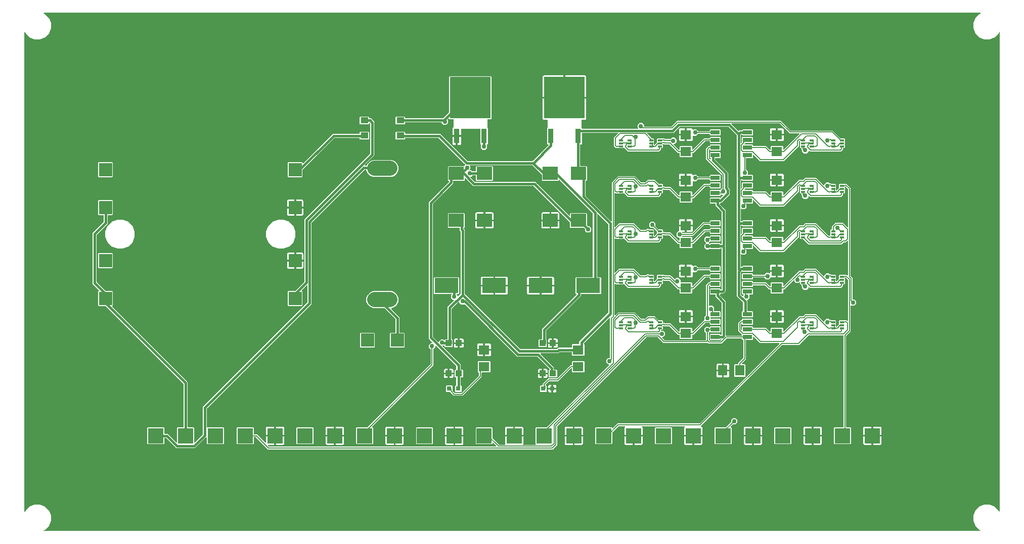
<source format=gbr>
G04 EAGLE Gerber RS-274X export*
G75*
%MOMM*%
%FSLAX34Y34*%
%LPD*%
%INTop Copper*%
%IPPOS*%
%AMOC8*
5,1,8,0,0,1.08239X$1,22.5*%
G01*
%ADD10R,2.184400X2.184400*%
%ADD11R,1.300000X1.000000*%
%ADD12R,4.000000X2.500000*%
%ADD13R,0.939800X2.489200*%
%ADD14R,6.781800X6.934200*%
%ADD15R,1.100000X1.000000*%
%ADD16R,1.803000X1.600000*%
%ADD17R,0.800000X0.800000*%
%ADD18R,2.500000X2.200000*%
%ADD19C,2.540000*%
%ADD20C,0.077500*%
%ADD21R,1.500000X0.650000*%
%ADD22R,1.600000X1.803000*%
%ADD23R,2.540000X2.540000*%
%ADD24C,0.756400*%
%ADD25C,0.381000*%
%ADD26C,0.152400*%

G36*
X1610442Y10176D02*
X1610442Y10176D01*
X1610539Y10186D01*
X1610563Y10196D01*
X1610589Y10200D01*
X1610675Y10246D01*
X1610764Y10286D01*
X1610783Y10303D01*
X1610806Y10316D01*
X1610873Y10386D01*
X1610945Y10452D01*
X1610958Y10475D01*
X1610976Y10494D01*
X1611017Y10582D01*
X1611064Y10668D01*
X1611068Y10693D01*
X1611079Y10717D01*
X1611090Y10814D01*
X1611107Y10910D01*
X1611103Y10936D01*
X1611106Y10961D01*
X1611086Y11057D01*
X1611071Y11153D01*
X1611060Y11176D01*
X1611054Y11202D01*
X1611004Y11285D01*
X1610960Y11372D01*
X1610941Y11391D01*
X1610928Y11413D01*
X1610854Y11476D01*
X1610784Y11544D01*
X1610756Y11560D01*
X1610741Y11573D01*
X1610710Y11585D01*
X1610637Y11625D01*
X1608840Y12370D01*
X1602410Y18800D01*
X1598929Y27203D01*
X1598929Y36297D01*
X1602410Y44700D01*
X1608840Y51130D01*
X1617243Y54611D01*
X1626337Y54611D01*
X1634740Y51130D01*
X1641170Y44700D01*
X1641915Y42903D01*
X1641966Y42820D01*
X1642012Y42734D01*
X1642031Y42716D01*
X1642044Y42694D01*
X1642119Y42631D01*
X1642190Y42564D01*
X1642214Y42553D01*
X1642234Y42537D01*
X1642325Y42502D01*
X1642413Y42461D01*
X1642439Y42458D01*
X1642463Y42449D01*
X1642561Y42444D01*
X1642657Y42434D01*
X1642683Y42439D01*
X1642709Y42438D01*
X1642803Y42465D01*
X1642898Y42486D01*
X1642920Y42499D01*
X1642945Y42507D01*
X1643025Y42562D01*
X1643109Y42612D01*
X1643126Y42632D01*
X1643147Y42647D01*
X1643206Y42725D01*
X1643269Y42799D01*
X1643279Y42823D01*
X1643294Y42844D01*
X1643324Y42937D01*
X1643361Y43027D01*
X1643364Y43060D01*
X1643370Y43078D01*
X1643370Y43111D01*
X1643379Y43194D01*
X1643379Y845806D01*
X1643364Y845902D01*
X1643354Y845999D01*
X1643344Y846023D01*
X1643340Y846049D01*
X1643294Y846135D01*
X1643254Y846224D01*
X1643237Y846243D01*
X1643224Y846266D01*
X1643154Y846333D01*
X1643088Y846405D01*
X1643065Y846418D01*
X1643046Y846436D01*
X1642958Y846477D01*
X1642872Y846524D01*
X1642847Y846528D01*
X1642823Y846539D01*
X1642726Y846550D01*
X1642630Y846567D01*
X1642604Y846563D01*
X1642579Y846566D01*
X1642483Y846546D01*
X1642387Y846531D01*
X1642364Y846520D01*
X1642338Y846514D01*
X1642255Y846464D01*
X1642168Y846420D01*
X1642149Y846401D01*
X1642127Y846388D01*
X1642064Y846314D01*
X1641996Y846244D01*
X1641980Y846216D01*
X1641967Y846201D01*
X1641955Y846170D01*
X1641915Y846097D01*
X1641170Y844300D01*
X1634740Y837870D01*
X1626337Y834389D01*
X1617243Y834389D01*
X1608840Y837870D01*
X1602410Y844300D01*
X1598929Y852703D01*
X1598929Y861797D01*
X1602410Y870200D01*
X1608840Y876630D01*
X1610637Y877375D01*
X1610720Y877426D01*
X1610806Y877472D01*
X1610824Y877491D01*
X1610846Y877504D01*
X1610909Y877579D01*
X1610976Y877650D01*
X1610987Y877674D01*
X1611003Y877694D01*
X1611038Y877785D01*
X1611079Y877873D01*
X1611082Y877899D01*
X1611091Y877923D01*
X1611096Y878021D01*
X1611106Y878117D01*
X1611101Y878143D01*
X1611102Y878169D01*
X1611075Y878263D01*
X1611054Y878358D01*
X1611041Y878380D01*
X1611033Y878405D01*
X1610978Y878485D01*
X1610928Y878569D01*
X1610908Y878586D01*
X1610893Y878607D01*
X1610815Y878666D01*
X1610741Y878729D01*
X1610717Y878739D01*
X1610696Y878754D01*
X1610603Y878784D01*
X1610513Y878821D01*
X1610480Y878824D01*
X1610462Y878830D01*
X1610429Y878830D01*
X1610346Y878839D01*
X43194Y878839D01*
X43098Y878824D01*
X43001Y878814D01*
X42977Y878804D01*
X42951Y878800D01*
X42865Y878754D01*
X42776Y878714D01*
X42757Y878697D01*
X42734Y878684D01*
X42667Y878614D01*
X42595Y878548D01*
X42582Y878525D01*
X42564Y878506D01*
X42523Y878418D01*
X42476Y878332D01*
X42472Y878307D01*
X42461Y878283D01*
X42450Y878186D01*
X42433Y878090D01*
X42437Y878064D01*
X42434Y878039D01*
X42454Y877943D01*
X42469Y877847D01*
X42480Y877824D01*
X42486Y877798D01*
X42536Y877715D01*
X42580Y877628D01*
X42599Y877609D01*
X42612Y877587D01*
X42686Y877524D01*
X42756Y877456D01*
X42784Y877440D01*
X42799Y877427D01*
X42830Y877415D01*
X42903Y877375D01*
X44700Y876630D01*
X51130Y870200D01*
X54611Y861797D01*
X54611Y852703D01*
X51130Y844300D01*
X44700Y837870D01*
X36297Y834389D01*
X27203Y834389D01*
X18800Y837870D01*
X12370Y844300D01*
X11625Y846097D01*
X11574Y846180D01*
X11528Y846266D01*
X11510Y846284D01*
X11496Y846306D01*
X11420Y846369D01*
X11350Y846436D01*
X11326Y846447D01*
X11306Y846463D01*
X11215Y846498D01*
X11127Y846539D01*
X11101Y846542D01*
X11077Y846551D01*
X10979Y846556D01*
X10883Y846566D01*
X10857Y846561D01*
X10831Y846562D01*
X10737Y846535D01*
X10642Y846514D01*
X10620Y846501D01*
X10595Y846493D01*
X10515Y846438D01*
X10431Y846388D01*
X10414Y846368D01*
X10393Y846353D01*
X10334Y846275D01*
X10271Y846201D01*
X10261Y846177D01*
X10246Y846156D01*
X10216Y846063D01*
X10179Y845973D01*
X10176Y845940D01*
X10170Y845922D01*
X10170Y845889D01*
X10161Y845806D01*
X10161Y43194D01*
X10176Y43098D01*
X10186Y43001D01*
X10196Y42977D01*
X10200Y42951D01*
X10246Y42865D01*
X10286Y42776D01*
X10303Y42757D01*
X10316Y42734D01*
X10386Y42667D01*
X10452Y42595D01*
X10475Y42582D01*
X10494Y42564D01*
X10582Y42523D01*
X10668Y42476D01*
X10693Y42472D01*
X10717Y42461D01*
X10814Y42450D01*
X10910Y42433D01*
X10936Y42437D01*
X10961Y42434D01*
X11057Y42454D01*
X11153Y42469D01*
X11176Y42480D01*
X11202Y42486D01*
X11285Y42536D01*
X11372Y42580D01*
X11391Y42599D01*
X11413Y42612D01*
X11476Y42686D01*
X11544Y42756D01*
X11560Y42784D01*
X11573Y42799D01*
X11585Y42830D01*
X11625Y42903D01*
X12370Y44700D01*
X18800Y51130D01*
X27203Y54611D01*
X36297Y54611D01*
X44700Y51130D01*
X51130Y44700D01*
X54611Y36297D01*
X54611Y27203D01*
X51130Y18800D01*
X44700Y12370D01*
X42903Y11625D01*
X42820Y11574D01*
X42734Y11528D01*
X42716Y11510D01*
X42694Y11496D01*
X42631Y11420D01*
X42564Y11350D01*
X42553Y11326D01*
X42537Y11306D01*
X42502Y11215D01*
X42461Y11127D01*
X42458Y11101D01*
X42449Y11077D01*
X42444Y10979D01*
X42434Y10883D01*
X42439Y10857D01*
X42438Y10831D01*
X42465Y10737D01*
X42486Y10642D01*
X42499Y10620D01*
X42507Y10595D01*
X42562Y10515D01*
X42612Y10431D01*
X42632Y10414D01*
X42647Y10393D01*
X42725Y10334D01*
X42799Y10271D01*
X42823Y10261D01*
X42844Y10246D01*
X42937Y10216D01*
X43027Y10179D01*
X43060Y10176D01*
X43078Y10170D01*
X43111Y10170D01*
X43194Y10161D01*
X1610346Y10161D01*
X1610442Y10176D01*
G37*
%LPC*%
G36*
X418153Y147065D02*
X418153Y147065D01*
X397802Y167416D01*
X397728Y167469D01*
X397658Y167529D01*
X397628Y167541D01*
X397602Y167560D01*
X397515Y167587D01*
X397430Y167621D01*
X397389Y167625D01*
X397367Y167632D01*
X397335Y167631D01*
X397263Y167639D01*
X394986Y167639D01*
X394966Y167636D01*
X394947Y167638D01*
X394845Y167616D01*
X394743Y167600D01*
X394726Y167590D01*
X394706Y167586D01*
X394617Y167533D01*
X394526Y167484D01*
X394512Y167470D01*
X394495Y167460D01*
X394428Y167381D01*
X394356Y167306D01*
X394348Y167288D01*
X394335Y167273D01*
X394296Y167177D01*
X394253Y167083D01*
X394251Y167063D01*
X394243Y167045D01*
X394225Y166878D01*
X394225Y156668D01*
X393332Y155775D01*
X366668Y155775D01*
X365775Y156668D01*
X365775Y183332D01*
X366668Y184225D01*
X393332Y184225D01*
X394225Y183332D01*
X394225Y172974D01*
X394228Y172954D01*
X394226Y172935D01*
X394248Y172833D01*
X394264Y172731D01*
X394274Y172714D01*
X394278Y172694D01*
X394331Y172605D01*
X394380Y172514D01*
X394394Y172500D01*
X394404Y172483D01*
X394483Y172416D01*
X394558Y172344D01*
X394576Y172336D01*
X394591Y172323D01*
X394687Y172284D01*
X394781Y172241D01*
X394801Y172239D01*
X394819Y172231D01*
X394986Y172213D01*
X399473Y172213D01*
X413460Y158226D01*
X413518Y158184D01*
X413570Y158135D01*
X413617Y158113D01*
X413659Y158083D01*
X413728Y158062D01*
X413793Y158031D01*
X413845Y158026D01*
X413895Y158010D01*
X413966Y158012D01*
X414037Y158004D01*
X414088Y158015D01*
X414140Y158017D01*
X414208Y158041D01*
X414278Y158056D01*
X414323Y158083D01*
X414371Y158101D01*
X414427Y158146D01*
X414489Y158183D01*
X414523Y158222D01*
X414563Y158255D01*
X414602Y158315D01*
X414649Y158370D01*
X414668Y158418D01*
X414696Y158462D01*
X414714Y158531D01*
X414741Y158598D01*
X414749Y158669D01*
X414757Y158700D01*
X414755Y158724D01*
X414759Y158764D01*
X414759Y168477D01*
X428477Y168477D01*
X428477Y154759D01*
X418764Y154759D01*
X418694Y154748D01*
X418622Y154746D01*
X418573Y154728D01*
X418522Y154720D01*
X418458Y154686D01*
X418391Y154661D01*
X418350Y154629D01*
X418304Y154604D01*
X418255Y154552D01*
X418199Y154508D01*
X418171Y154464D01*
X418135Y154426D01*
X418105Y154361D01*
X418066Y154301D01*
X418053Y154250D01*
X418031Y154203D01*
X418023Y154132D01*
X418006Y154062D01*
X418010Y154010D01*
X418004Y153959D01*
X418019Y153888D01*
X418025Y153817D01*
X418045Y153769D01*
X418056Y153718D01*
X418093Y153657D01*
X418121Y153591D01*
X418166Y153535D01*
X418183Y153507D01*
X418200Y153492D01*
X418226Y153460D01*
X419824Y151862D01*
X419898Y151809D01*
X419968Y151749D01*
X419998Y151737D01*
X420024Y151718D01*
X420111Y151691D01*
X420196Y151657D01*
X420237Y151653D01*
X420259Y151646D01*
X420291Y151647D01*
X420363Y151639D01*
X799600Y151639D01*
X799670Y151650D01*
X799742Y151652D01*
X799791Y151670D01*
X799842Y151678D01*
X799906Y151712D01*
X799973Y151737D01*
X800014Y151769D01*
X800060Y151794D01*
X800109Y151845D01*
X800165Y151890D01*
X800193Y151934D01*
X800229Y151972D01*
X800259Y152037D01*
X800298Y152097D01*
X800311Y152148D01*
X800333Y152195D01*
X800341Y152266D01*
X800358Y152336D01*
X800354Y152388D01*
X800360Y152439D01*
X800345Y152510D01*
X800339Y152581D01*
X800319Y152629D01*
X800308Y152680D01*
X800271Y152741D01*
X800243Y152807D01*
X800198Y152863D01*
X800181Y152891D01*
X800164Y152906D01*
X800138Y152938D01*
X795524Y157552D01*
X795466Y157594D01*
X795414Y157643D01*
X795367Y157665D01*
X795325Y157695D01*
X795256Y157716D01*
X795191Y157747D01*
X795139Y157752D01*
X795089Y157768D01*
X795018Y157766D01*
X794947Y157774D01*
X794896Y157763D01*
X794844Y157761D01*
X794776Y157737D01*
X794706Y157722D01*
X794662Y157695D01*
X794613Y157677D01*
X794557Y157632D01*
X794495Y157595D01*
X794461Y157556D01*
X794421Y157523D01*
X794382Y157463D01*
X794335Y157408D01*
X794316Y157360D01*
X794288Y157316D01*
X794270Y157247D01*
X794243Y157180D01*
X794235Y157109D01*
X794227Y157078D01*
X794229Y157054D01*
X794225Y157014D01*
X794225Y156668D01*
X793332Y155775D01*
X766668Y155775D01*
X765775Y156668D01*
X765775Y183332D01*
X766668Y184225D01*
X793332Y184225D01*
X794225Y183332D01*
X794225Y165635D01*
X794239Y165544D01*
X794247Y165454D01*
X794259Y165424D01*
X794264Y165392D01*
X794307Y165311D01*
X794343Y165227D01*
X794369Y165195D01*
X794380Y165174D01*
X794403Y165152D01*
X794448Y165096D01*
X804634Y154910D01*
X804708Y154857D01*
X804778Y154797D01*
X804808Y154785D01*
X804834Y154766D01*
X804921Y154739D01*
X805006Y154705D01*
X805047Y154701D01*
X805069Y154694D01*
X805101Y154695D01*
X805173Y154687D01*
X814556Y154687D01*
X814651Y154702D01*
X814746Y154711D01*
X814771Y154722D01*
X814799Y154726D01*
X814883Y154771D01*
X814971Y154809D01*
X814992Y154828D01*
X815017Y154842D01*
X815082Y154911D01*
X815153Y154975D01*
X815167Y154999D01*
X815186Y155020D01*
X815226Y155106D01*
X815273Y155190D01*
X815278Y155217D01*
X815290Y155243D01*
X815300Y155338D01*
X815318Y155431D01*
X815314Y155459D01*
X815317Y155487D01*
X815296Y155581D01*
X815283Y155675D01*
X815269Y155707D01*
X815264Y155728D01*
X815248Y155756D01*
X815216Y155829D01*
X814932Y156319D01*
X814759Y156966D01*
X814759Y168477D01*
X829238Y168477D01*
X829258Y168480D01*
X829277Y168478D01*
X829379Y168500D01*
X829481Y168517D01*
X829498Y168526D01*
X829518Y168530D01*
X829607Y168583D01*
X829698Y168632D01*
X829712Y168646D01*
X829729Y168656D01*
X829796Y168735D01*
X829867Y168810D01*
X829876Y168828D01*
X829889Y168843D01*
X829927Y168939D01*
X829971Y169033D01*
X829973Y169053D01*
X829981Y169071D01*
X829999Y169238D01*
X829999Y170001D01*
X830001Y170001D01*
X830001Y169238D01*
X830003Y169228D01*
X830002Y169223D01*
X830004Y169214D01*
X830002Y169199D01*
X830024Y169097D01*
X830041Y168995D01*
X830050Y168978D01*
X830054Y168958D01*
X830107Y168869D01*
X830156Y168778D01*
X830170Y168764D01*
X830180Y168747D01*
X830259Y168680D01*
X830334Y168609D01*
X830352Y168600D01*
X830367Y168587D01*
X830463Y168548D01*
X830557Y168505D01*
X830577Y168503D01*
X830595Y168495D01*
X830762Y168477D01*
X845241Y168477D01*
X845241Y156966D01*
X845068Y156319D01*
X844784Y155829D01*
X844751Y155739D01*
X844710Y155653D01*
X844707Y155625D01*
X844697Y155599D01*
X844694Y155503D01*
X844683Y155409D01*
X844689Y155381D01*
X844688Y155353D01*
X844715Y155261D01*
X844736Y155168D01*
X844750Y155144D01*
X844758Y155117D01*
X844813Y155039D01*
X844862Y154957D01*
X844883Y154939D01*
X844899Y154916D01*
X844976Y154859D01*
X845049Y154797D01*
X845075Y154787D01*
X845098Y154770D01*
X845188Y154741D01*
X845277Y154705D01*
X845312Y154701D01*
X845332Y154695D01*
X845365Y154695D01*
X845444Y154687D01*
X865919Y154687D01*
X865990Y154698D01*
X866062Y154700D01*
X866111Y154718D01*
X866162Y154726D01*
X866225Y154760D01*
X866293Y154785D01*
X866333Y154817D01*
X866379Y154842D01*
X866429Y154894D01*
X866485Y154938D01*
X866513Y154982D01*
X866549Y155020D01*
X866579Y155085D01*
X866618Y155145D01*
X866630Y155196D01*
X866652Y155243D01*
X866660Y155314D01*
X866678Y155384D01*
X866674Y155436D01*
X866679Y155487D01*
X866664Y155558D01*
X866659Y155629D01*
X866638Y155677D01*
X866627Y155728D01*
X866590Y155789D01*
X866562Y155855D01*
X866517Y155911D01*
X866501Y155939D01*
X866483Y155954D01*
X866457Y155986D01*
X865775Y156668D01*
X865775Y183332D01*
X866668Y184225D01*
X884764Y184225D01*
X884854Y184239D01*
X884945Y184247D01*
X884974Y184259D01*
X885006Y184264D01*
X885087Y184307D01*
X885171Y184343D01*
X885203Y184369D01*
X885224Y184380D01*
X885246Y184403D01*
X885302Y184448D01*
X989142Y288288D01*
X989184Y288346D01*
X989233Y288398D01*
X989255Y288445D01*
X989285Y288487D01*
X989306Y288556D01*
X989337Y288621D01*
X989342Y288673D01*
X989358Y288723D01*
X989356Y288794D01*
X989364Y288865D01*
X989353Y288916D01*
X989351Y288968D01*
X989327Y289036D01*
X989312Y289106D01*
X989285Y289150D01*
X989267Y289199D01*
X989222Y289255D01*
X989185Y289317D01*
X989146Y289351D01*
X989113Y289391D01*
X989053Y289430D01*
X988998Y289477D01*
X988950Y289496D01*
X988906Y289524D01*
X988837Y289542D01*
X988770Y289569D01*
X988699Y289577D01*
X988668Y289585D01*
X988644Y289583D01*
X988604Y289587D01*
X987640Y289587D01*
X984531Y292696D01*
X984531Y297092D01*
X987640Y300201D01*
X989838Y300201D01*
X989858Y300204D01*
X989877Y300202D01*
X989979Y300224D01*
X990081Y300240D01*
X990098Y300250D01*
X990118Y300254D01*
X990207Y300307D01*
X990298Y300356D01*
X990312Y300370D01*
X990329Y300380D01*
X990396Y300459D01*
X990468Y300534D01*
X990476Y300552D01*
X990489Y300567D01*
X990528Y300663D01*
X990571Y300757D01*
X990573Y300777D01*
X990581Y300795D01*
X990599Y300962D01*
X990599Y367453D01*
X990588Y367524D01*
X990586Y367596D01*
X990568Y367644D01*
X990560Y367696D01*
X990526Y367759D01*
X990501Y367827D01*
X990469Y367867D01*
X990444Y367913D01*
X990392Y367963D01*
X990348Y368019D01*
X990304Y368047D01*
X990266Y368083D01*
X990201Y368113D01*
X990141Y368152D01*
X990090Y368164D01*
X990043Y368186D01*
X989972Y368194D01*
X989902Y368212D01*
X989850Y368208D01*
X989799Y368213D01*
X989728Y368198D01*
X989657Y368192D01*
X989609Y368172D01*
X989558Y368161D01*
X989497Y368124D01*
X989431Y368096D01*
X989375Y368051D01*
X989347Y368035D01*
X989332Y368017D01*
X989300Y367991D01*
X946247Y324938D01*
X946194Y324864D01*
X946134Y324795D01*
X946122Y324765D01*
X946103Y324739D01*
X946076Y324651D01*
X946042Y324567D01*
X946038Y324526D01*
X946031Y324503D01*
X946032Y324471D01*
X946024Y324400D01*
X946024Y324226D01*
X946027Y324206D01*
X946025Y324187D01*
X946047Y324085D01*
X946063Y323983D01*
X946073Y323966D01*
X946077Y323946D01*
X946130Y323857D01*
X946179Y323766D01*
X946193Y323752D01*
X946203Y323735D01*
X946282Y323668D01*
X946357Y323596D01*
X946375Y323588D01*
X946390Y323575D01*
X946486Y323536D01*
X946580Y323493D01*
X946600Y323491D01*
X946618Y323483D01*
X946785Y323465D01*
X946907Y323465D01*
X947800Y322572D01*
X947800Y305308D01*
X946907Y304415D01*
X927613Y304415D01*
X926720Y305308D01*
X926720Y309753D01*
X926717Y309773D01*
X926719Y309792D01*
X926697Y309894D01*
X926681Y309996D01*
X926671Y310013D01*
X926667Y310033D01*
X926614Y310122D01*
X926565Y310213D01*
X926551Y310227D01*
X926541Y310244D01*
X926462Y310311D01*
X926387Y310383D01*
X926369Y310391D01*
X926354Y310404D01*
X926258Y310443D01*
X926164Y310486D01*
X926144Y310488D01*
X926126Y310496D01*
X925959Y310514D01*
X906992Y310514D01*
X906902Y310500D01*
X906811Y310492D01*
X906781Y310480D01*
X906749Y310475D01*
X906669Y310432D01*
X906585Y310396D01*
X906552Y310370D01*
X906532Y310359D01*
X906510Y310336D01*
X906454Y310291D01*
X904391Y308228D01*
X874988Y308228D01*
X874917Y308217D01*
X874845Y308215D01*
X874797Y308197D01*
X874745Y308189D01*
X874682Y308155D01*
X874614Y308130D01*
X874574Y308098D01*
X874528Y308073D01*
X874478Y308021D01*
X874422Y307977D01*
X874394Y307933D01*
X874358Y307895D01*
X874328Y307830D01*
X874289Y307770D01*
X874277Y307719D01*
X874255Y307672D01*
X874247Y307601D01*
X874229Y307531D01*
X874233Y307479D01*
X874228Y307428D01*
X874243Y307357D01*
X874249Y307286D01*
X874269Y307238D01*
X874280Y307187D01*
X874317Y307126D01*
X874345Y307060D01*
X874390Y307004D01*
X874406Y306976D01*
X874424Y306961D01*
X874450Y306929D01*
X896494Y284885D01*
X896494Y281606D01*
X896497Y281586D01*
X896495Y281567D01*
X896517Y281465D01*
X896533Y281363D01*
X896543Y281346D01*
X896547Y281326D01*
X896600Y281237D01*
X896649Y281146D01*
X896663Y281132D01*
X896673Y281115D01*
X896752Y281048D01*
X896827Y280976D01*
X896845Y280968D01*
X896860Y280955D01*
X896956Y280916D01*
X897050Y280873D01*
X897070Y280871D01*
X897088Y280863D01*
X897255Y280845D01*
X901092Y280845D01*
X901985Y279952D01*
X901985Y268688D01*
X901092Y267795D01*
X888828Y267795D01*
X887935Y268688D01*
X887935Y279952D01*
X888828Y280845D01*
X888873Y280845D01*
X888893Y280848D01*
X888912Y280846D01*
X889014Y280868D01*
X889116Y280884D01*
X889133Y280894D01*
X889153Y280898D01*
X889242Y280951D01*
X889333Y281000D01*
X889347Y281014D01*
X889364Y281024D01*
X889431Y281103D01*
X889503Y281178D01*
X889511Y281196D01*
X889524Y281211D01*
X889563Y281307D01*
X889606Y281401D01*
X889608Y281421D01*
X889616Y281439D01*
X889634Y281606D01*
X889634Y281728D01*
X889620Y281818D01*
X889612Y281909D01*
X889600Y281939D01*
X889595Y281971D01*
X889552Y282051D01*
X889516Y282135D01*
X889490Y282167D01*
X889479Y282188D01*
X889456Y282210D01*
X889411Y282266D01*
X869006Y302671D01*
X868932Y302724D01*
X868863Y302784D01*
X868833Y302796D01*
X868807Y302815D01*
X868720Y302842D01*
X868635Y302876D01*
X868594Y302880D01*
X868571Y302887D01*
X868539Y302886D01*
X868468Y302894D01*
X835255Y302894D01*
X747483Y390667D01*
X747466Y390679D01*
X747454Y390694D01*
X747367Y390750D01*
X747283Y390811D01*
X747264Y390816D01*
X747247Y390827D01*
X747147Y390853D01*
X747048Y390883D01*
X747028Y390882D01*
X747008Y390887D01*
X746905Y390879D01*
X746802Y390877D01*
X746783Y390870D01*
X746763Y390868D01*
X746668Y390828D01*
X746571Y390792D01*
X746555Y390780D01*
X746537Y390772D01*
X746406Y390667D01*
X745910Y390171D01*
X741514Y390171D01*
X738405Y393280D01*
X738405Y394151D01*
X738394Y394222D01*
X738392Y394294D01*
X738374Y394342D01*
X738366Y394394D01*
X738332Y394457D01*
X738307Y394525D01*
X738275Y394565D01*
X738250Y394611D01*
X738198Y394661D01*
X738154Y394717D01*
X738110Y394745D01*
X738072Y394781D01*
X738007Y394811D01*
X737947Y394850D01*
X737896Y394862D01*
X737849Y394884D01*
X737778Y394892D01*
X737708Y394910D01*
X737656Y394906D01*
X737605Y394911D01*
X737534Y394896D01*
X737463Y394890D01*
X737415Y394870D01*
X737364Y394859D01*
X737303Y394822D01*
X737237Y394794D01*
X737181Y394749D01*
X737153Y394733D01*
X737138Y394715D01*
X737106Y394689D01*
X726029Y383612D01*
X725976Y383538D01*
X725916Y383469D01*
X725904Y383439D01*
X725885Y383413D01*
X725858Y383326D01*
X725824Y383241D01*
X725820Y383200D01*
X725813Y383177D01*
X725814Y383145D01*
X725806Y383074D01*
X725806Y332444D01*
X725820Y332354D01*
X725828Y332263D01*
X725840Y332233D01*
X725845Y332201D01*
X725888Y332121D01*
X725924Y332037D01*
X725950Y332005D01*
X725961Y331984D01*
X725984Y331962D01*
X726029Y331906D01*
X726067Y331868D01*
X726133Y331820D01*
X726139Y331814D01*
X726143Y331813D01*
X726210Y331755D01*
X726240Y331743D01*
X726266Y331724D01*
X726353Y331697D01*
X726438Y331663D01*
X726479Y331659D01*
X726502Y331652D01*
X726534Y331653D01*
X726605Y331645D01*
X726612Y331645D01*
X727505Y330752D01*
X727505Y319488D01*
X726612Y318595D01*
X714348Y318595D01*
X713455Y319488D01*
X713455Y320827D01*
X713444Y320897D01*
X713442Y320969D01*
X713424Y321018D01*
X713416Y321069D01*
X713382Y321133D01*
X713357Y321200D01*
X713325Y321241D01*
X713300Y321287D01*
X713248Y321336D01*
X713204Y321392D01*
X713160Y321420D01*
X713122Y321456D01*
X713057Y321486D01*
X712997Y321525D01*
X712946Y321538D01*
X712899Y321560D01*
X712828Y321568D01*
X712758Y321585D01*
X712706Y321581D01*
X712655Y321587D01*
X712584Y321572D01*
X712513Y321566D01*
X712465Y321546D01*
X712414Y321535D01*
X712353Y321498D01*
X712287Y321470D01*
X712231Y321425D01*
X712203Y321408D01*
X712188Y321391D01*
X712156Y321365D01*
X711620Y320829D01*
X710749Y320829D01*
X710678Y320818D01*
X710606Y320816D01*
X710558Y320798D01*
X710506Y320790D01*
X710443Y320756D01*
X710375Y320731D01*
X710335Y320699D01*
X710289Y320674D01*
X710239Y320622D01*
X710183Y320578D01*
X710155Y320534D01*
X710119Y320496D01*
X710089Y320431D01*
X710050Y320371D01*
X710038Y320320D01*
X710016Y320273D01*
X710008Y320202D01*
X709990Y320132D01*
X709994Y320080D01*
X709989Y320029D01*
X710004Y319958D01*
X710010Y319887D01*
X710030Y319839D01*
X710041Y319788D01*
X710078Y319727D01*
X710106Y319661D01*
X710151Y319605D01*
X710167Y319577D01*
X710185Y319562D01*
X710211Y319530D01*
X740284Y289457D01*
X740284Y281606D01*
X740287Y281586D01*
X740285Y281567D01*
X740307Y281465D01*
X740323Y281363D01*
X740333Y281346D01*
X740337Y281326D01*
X740390Y281237D01*
X740439Y281146D01*
X740453Y281132D01*
X740463Y281115D01*
X740542Y281048D01*
X740617Y280976D01*
X740635Y280968D01*
X740650Y280955D01*
X740746Y280916D01*
X740840Y280873D01*
X740860Y280871D01*
X740878Y280863D01*
X741045Y280845D01*
X743612Y280845D01*
X744505Y279952D01*
X744505Y268688D01*
X743612Y267795D01*
X741045Y267795D01*
X741025Y267792D01*
X741006Y267794D01*
X740904Y267772D01*
X740802Y267756D01*
X740785Y267746D01*
X740765Y267742D01*
X740676Y267689D01*
X740585Y267640D01*
X740571Y267626D01*
X740554Y267616D01*
X740487Y267537D01*
X740415Y267462D01*
X740407Y267444D01*
X740394Y267429D01*
X740355Y267333D01*
X740312Y267239D01*
X740310Y267219D01*
X740302Y267201D01*
X740284Y267034D01*
X740284Y255206D01*
X740287Y255186D01*
X740285Y255167D01*
X740307Y255065D01*
X740323Y254963D01*
X740333Y254946D01*
X740337Y254926D01*
X740390Y254837D01*
X740439Y254746D01*
X740453Y254732D01*
X740463Y254715D01*
X740542Y254648D01*
X740617Y254576D01*
X740635Y254568D01*
X740650Y254555D01*
X740746Y254516D01*
X740840Y254473D01*
X740860Y254471D01*
X740878Y254463D01*
X741045Y254445D01*
X741112Y254445D01*
X742005Y253552D01*
X742005Y244288D01*
X741112Y243395D01*
X731848Y243395D01*
X730955Y244288D01*
X730955Y253552D01*
X731848Y254445D01*
X732663Y254445D01*
X732683Y254448D01*
X732702Y254446D01*
X732804Y254468D01*
X732906Y254484D01*
X732923Y254494D01*
X732943Y254498D01*
X733032Y254551D01*
X733123Y254600D01*
X733137Y254614D01*
X733154Y254624D01*
X733221Y254703D01*
X733293Y254778D01*
X733301Y254796D01*
X733314Y254811D01*
X733353Y254907D01*
X733396Y255001D01*
X733398Y255021D01*
X733406Y255039D01*
X733424Y255206D01*
X733424Y267034D01*
X733421Y267054D01*
X733423Y267073D01*
X733401Y267175D01*
X733385Y267277D01*
X733375Y267294D01*
X733371Y267314D01*
X733318Y267403D01*
X733269Y267494D01*
X733255Y267508D01*
X733245Y267525D01*
X733166Y267592D01*
X733091Y267664D01*
X733073Y267672D01*
X733058Y267685D01*
X732962Y267724D01*
X732868Y267767D01*
X732848Y267769D01*
X732830Y267777D01*
X732663Y267795D01*
X731348Y267795D01*
X730455Y268688D01*
X730455Y279952D01*
X731348Y280845D01*
X732663Y280845D01*
X732683Y280848D01*
X732702Y280846D01*
X732804Y280868D01*
X732906Y280884D01*
X732923Y280894D01*
X732943Y280898D01*
X733032Y280951D01*
X733123Y281000D01*
X733137Y281014D01*
X733154Y281024D01*
X733221Y281103D01*
X733293Y281178D01*
X733301Y281196D01*
X733314Y281211D01*
X733353Y281307D01*
X733396Y281401D01*
X733398Y281421D01*
X733406Y281439D01*
X733424Y281606D01*
X733424Y286300D01*
X733410Y286390D01*
X733402Y286481D01*
X733390Y286511D01*
X733385Y286543D01*
X733342Y286623D01*
X733306Y286707D01*
X733280Y286739D01*
X733269Y286760D01*
X733246Y286782D01*
X733201Y286838D01*
X699264Y320775D01*
X699206Y320817D01*
X699154Y320867D01*
X699107Y320889D01*
X699065Y320919D01*
X698996Y320940D01*
X698931Y320970D01*
X698879Y320976D01*
X698829Y320991D01*
X698758Y320989D01*
X698687Y320997D01*
X698636Y320986D01*
X698584Y320985D01*
X698516Y320960D01*
X698446Y320945D01*
X698401Y320918D01*
X698353Y320900D01*
X698297Y320856D01*
X698235Y320819D01*
X698201Y320779D01*
X698161Y320747D01*
X698122Y320686D01*
X698075Y320632D01*
X698056Y320584D01*
X698028Y320540D01*
X698010Y320470D01*
X697983Y320404D01*
X697975Y320332D01*
X697967Y320301D01*
X697969Y320278D01*
X697965Y320237D01*
X697965Y317842D01*
X695168Y315045D01*
X695115Y314971D01*
X695055Y314901D01*
X695043Y314871D01*
X695024Y314845D01*
X694997Y314758D01*
X694963Y314673D01*
X694959Y314632D01*
X694952Y314610D01*
X694953Y314578D01*
X694945Y314507D01*
X694945Y287851D01*
X592618Y185524D01*
X592576Y185466D01*
X592527Y185414D01*
X592505Y185367D01*
X592475Y185325D01*
X592454Y185256D01*
X592423Y185191D01*
X592418Y185139D01*
X592402Y185089D01*
X592404Y185018D01*
X592396Y184947D01*
X592407Y184896D01*
X592409Y184844D01*
X592433Y184776D01*
X592448Y184706D01*
X592475Y184662D01*
X592493Y184613D01*
X592538Y184557D01*
X592575Y184495D01*
X592614Y184461D01*
X592647Y184421D01*
X592707Y184382D01*
X592762Y184335D01*
X592810Y184316D01*
X592854Y184288D01*
X592923Y184270D01*
X592990Y184243D01*
X593061Y184235D01*
X593092Y184227D01*
X593116Y184229D01*
X593156Y184225D01*
X593332Y184225D01*
X594225Y183332D01*
X594225Y156668D01*
X593332Y155775D01*
X566668Y155775D01*
X565775Y156668D01*
X565775Y183332D01*
X566668Y184225D01*
X584535Y184225D01*
X584626Y184239D01*
X584716Y184247D01*
X584746Y184259D01*
X584778Y184264D01*
X584859Y184307D01*
X584943Y184343D01*
X584975Y184369D01*
X584996Y184380D01*
X585018Y184403D01*
X585074Y184448D01*
X690148Y289522D01*
X690201Y289596D01*
X690261Y289666D01*
X690273Y289696D01*
X690292Y289722D01*
X690319Y289809D01*
X690353Y289894D01*
X690357Y289935D01*
X690364Y289957D01*
X690363Y289989D01*
X690371Y290061D01*
X690371Y314507D01*
X690357Y314597D01*
X690349Y314688D01*
X690337Y314717D01*
X690332Y314749D01*
X690289Y314830D01*
X690253Y314914D01*
X690227Y314946D01*
X690216Y314967D01*
X690193Y314989D01*
X690148Y315045D01*
X687351Y317842D01*
X687351Y322238D01*
X690460Y325347D01*
X692855Y325347D01*
X692926Y325358D01*
X692998Y325360D01*
X693046Y325378D01*
X693098Y325386D01*
X693161Y325420D01*
X693229Y325445D01*
X693269Y325477D01*
X693315Y325502D01*
X693365Y325554D01*
X693421Y325598D01*
X693449Y325642D01*
X693485Y325680D01*
X693515Y325745D01*
X693554Y325805D01*
X693566Y325856D01*
X693588Y325903D01*
X693596Y325974D01*
X693614Y326044D01*
X693610Y326096D01*
X693615Y326147D01*
X693600Y326218D01*
X693594Y326289D01*
X693574Y326337D01*
X693563Y326388D01*
X693526Y326449D01*
X693498Y326515D01*
X693453Y326571D01*
X693437Y326599D01*
X693419Y326614D01*
X693393Y326646D01*
X689174Y330865D01*
X686942Y333097D01*
X686942Y561491D01*
X721009Y595558D01*
X721062Y595632D01*
X721122Y595701D01*
X721134Y595731D01*
X721153Y595757D01*
X721180Y595844D01*
X721214Y595929D01*
X721218Y595970D01*
X721225Y595993D01*
X721224Y596025D01*
X721232Y596096D01*
X721232Y596314D01*
X721229Y596334D01*
X721231Y596353D01*
X721209Y596455D01*
X721193Y596557D01*
X721183Y596574D01*
X721179Y596594D01*
X721126Y596683D01*
X721077Y596774D01*
X721063Y596788D01*
X721053Y596805D01*
X720974Y596872D01*
X720899Y596944D01*
X720881Y596952D01*
X720866Y596965D01*
X720770Y597004D01*
X720676Y597047D01*
X720656Y597049D01*
X720638Y597057D01*
X720471Y597075D01*
X720288Y597075D01*
X719395Y597968D01*
X719395Y621232D01*
X720288Y622125D01*
X746131Y622125D01*
X746221Y622139D01*
X746312Y622147D01*
X746341Y622159D01*
X746373Y622164D01*
X746454Y622207D01*
X746538Y622243D01*
X746570Y622269D01*
X746591Y622280D01*
X746613Y622303D01*
X746669Y622348D01*
X748045Y623724D01*
X748057Y623740D01*
X748072Y623753D01*
X748128Y623840D01*
X748189Y623924D01*
X748194Y623943D01*
X748205Y623960D01*
X748231Y624060D01*
X748261Y624159D01*
X748260Y624179D01*
X748265Y624198D01*
X748257Y624301D01*
X748255Y624405D01*
X748248Y624423D01*
X748246Y624443D01*
X748206Y624538D01*
X748170Y624636D01*
X748158Y624651D01*
X748150Y624670D01*
X748045Y624801D01*
X746917Y625928D01*
X703652Y669193D01*
X703578Y669246D01*
X703509Y669306D01*
X703479Y669318D01*
X703453Y669337D01*
X703366Y669364D01*
X703281Y669398D01*
X703240Y669402D01*
X703217Y669409D01*
X703185Y669408D01*
X703114Y669416D01*
X648386Y669416D01*
X648366Y669413D01*
X648347Y669415D01*
X648245Y669393D01*
X648143Y669377D01*
X648126Y669367D01*
X648106Y669363D01*
X648017Y669310D01*
X647926Y669261D01*
X647912Y669247D01*
X647895Y669237D01*
X647828Y669158D01*
X647756Y669083D01*
X647748Y669065D01*
X647735Y669050D01*
X647696Y668954D01*
X647653Y668860D01*
X647651Y668840D01*
X647643Y668822D01*
X647625Y668655D01*
X647625Y667468D01*
X646732Y666575D01*
X632468Y666575D01*
X631575Y667468D01*
X631575Y678732D01*
X632468Y679625D01*
X646732Y679625D01*
X647625Y678732D01*
X647625Y677037D01*
X647628Y677017D01*
X647626Y676998D01*
X647648Y676896D01*
X647664Y676794D01*
X647674Y676777D01*
X647678Y676757D01*
X647731Y676668D01*
X647780Y676577D01*
X647794Y676563D01*
X647804Y676546D01*
X647883Y676479D01*
X647958Y676407D01*
X647976Y676399D01*
X647991Y676386D01*
X648087Y676347D01*
X648181Y676304D01*
X648201Y676302D01*
X648219Y676294D01*
X648386Y676276D01*
X706271Y676276D01*
X751768Y630779D01*
X751842Y630726D01*
X751911Y630666D01*
X751941Y630654D01*
X751967Y630635D01*
X752054Y630608D01*
X752139Y630574D01*
X752180Y630570D01*
X752203Y630563D01*
X752235Y630564D01*
X752306Y630556D01*
X860833Y630556D01*
X860924Y630571D01*
X861016Y630578D01*
X861053Y630592D01*
X861075Y630595D01*
X861104Y630611D01*
X861173Y630636D01*
X861204Y630652D01*
X861235Y630674D01*
X861271Y630689D01*
X861317Y630727D01*
X861332Y630734D01*
X861348Y630751D01*
X861402Y630794D01*
X887802Y657195D01*
X887844Y657253D01*
X887894Y657305D01*
X887916Y657352D01*
X887946Y657394D01*
X887967Y657463D01*
X887997Y657528D01*
X888003Y657580D01*
X888018Y657630D01*
X888016Y657701D01*
X888024Y657772D01*
X888013Y657823D01*
X888012Y657875D01*
X887987Y657943D01*
X887972Y658013D01*
X887945Y658058D01*
X887927Y658106D01*
X887883Y658162D01*
X887846Y658224D01*
X887806Y658258D01*
X887774Y658298D01*
X887713Y658337D01*
X887659Y658384D01*
X887611Y658403D01*
X887567Y658431D01*
X887497Y658449D01*
X887431Y658476D01*
X887359Y658484D01*
X887328Y658492D01*
X887305Y658490D01*
X887264Y658494D01*
X886169Y658494D01*
X885276Y659387D01*
X885276Y685543D01*
X885815Y686082D01*
X885868Y686156D01*
X885928Y686225D01*
X885940Y686255D01*
X885959Y686281D01*
X885986Y686368D01*
X886020Y686453D01*
X886024Y686494D01*
X886031Y686516D01*
X886030Y686549D01*
X886038Y686620D01*
X886038Y698627D01*
X886035Y698647D01*
X886037Y698666D01*
X886015Y698768D01*
X885999Y698870D01*
X885989Y698887D01*
X885985Y698907D01*
X885932Y698996D01*
X885883Y699087D01*
X885869Y699101D01*
X885859Y699118D01*
X885780Y699185D01*
X885705Y699257D01*
X885687Y699265D01*
X885672Y699278D01*
X885576Y699317D01*
X885482Y699360D01*
X885462Y699362D01*
X885444Y699370D01*
X885277Y699388D01*
X880157Y699388D01*
X879510Y699561D01*
X878931Y699896D01*
X878458Y700369D01*
X878123Y700948D01*
X877950Y701595D01*
X877950Y735077D01*
X913638Y735077D01*
X913658Y735080D01*
X913677Y735078D01*
X913779Y735100D01*
X913881Y735117D01*
X913898Y735126D01*
X913918Y735130D01*
X914007Y735183D01*
X914098Y735232D01*
X914112Y735246D01*
X914129Y735256D01*
X914196Y735335D01*
X914267Y735410D01*
X914276Y735428D01*
X914289Y735443D01*
X914328Y735539D01*
X914371Y735633D01*
X914373Y735653D01*
X914381Y735671D01*
X914399Y735838D01*
X914399Y736601D01*
X914401Y736601D01*
X914401Y735838D01*
X914404Y735818D01*
X914402Y735799D01*
X914424Y735697D01*
X914441Y735595D01*
X914450Y735578D01*
X914454Y735558D01*
X914507Y735469D01*
X914556Y735378D01*
X914570Y735364D01*
X914580Y735347D01*
X914659Y735280D01*
X914734Y735209D01*
X914752Y735200D01*
X914767Y735187D01*
X914863Y735148D01*
X914957Y735105D01*
X914977Y735103D01*
X914995Y735095D01*
X915162Y735077D01*
X950850Y735077D01*
X950850Y701595D01*
X950677Y700948D01*
X950342Y700369D01*
X949869Y699896D01*
X949290Y699561D01*
X948643Y699388D01*
X943523Y699388D01*
X943503Y699385D01*
X943484Y699387D01*
X943382Y699365D01*
X943280Y699349D01*
X943263Y699339D01*
X943243Y699335D01*
X943154Y699282D01*
X943063Y699233D01*
X943049Y699219D01*
X943032Y699209D01*
X942965Y699130D01*
X942893Y699055D01*
X942885Y699037D01*
X942872Y699022D01*
X942833Y698926D01*
X942790Y698832D01*
X942788Y698812D01*
X942780Y698794D01*
X942762Y698627D01*
X942762Y686620D01*
X942776Y686530D01*
X942784Y686439D01*
X942796Y686409D01*
X942801Y686377D01*
X942844Y686296D01*
X942880Y686213D01*
X942906Y686180D01*
X942917Y686160D01*
X942940Y686138D01*
X942985Y686082D01*
X943524Y685543D01*
X943524Y685419D01*
X943527Y685399D01*
X943525Y685380D01*
X943547Y685278D01*
X943563Y685176D01*
X943573Y685159D01*
X943577Y685139D01*
X943630Y685050D01*
X943679Y684959D01*
X943693Y684945D01*
X943703Y684928D01*
X943782Y684861D01*
X943857Y684789D01*
X943875Y684781D01*
X943890Y684768D01*
X943986Y684729D01*
X944080Y684686D01*
X944100Y684684D01*
X944118Y684676D01*
X944285Y684658D01*
X1037264Y684658D01*
X1037334Y684669D01*
X1037406Y684671D01*
X1037455Y684689D01*
X1037506Y684697D01*
X1037570Y684731D01*
X1037637Y684756D01*
X1037678Y684788D01*
X1037724Y684813D01*
X1037773Y684865D01*
X1037829Y684909D01*
X1037857Y684953D01*
X1037893Y684991D01*
X1037923Y685056D01*
X1037962Y685116D01*
X1037975Y685167D01*
X1037997Y685214D01*
X1038005Y685285D01*
X1038022Y685355D01*
X1038018Y685407D01*
X1038024Y685458D01*
X1038009Y685529D01*
X1038003Y685600D01*
X1037983Y685648D01*
X1037972Y685699D01*
X1037935Y685760D01*
X1037907Y685826D01*
X1037862Y685882D01*
X1037845Y685910D01*
X1037828Y685925D01*
X1037802Y685957D01*
X1037109Y686650D01*
X1037109Y691046D01*
X1040218Y694155D01*
X1044614Y694155D01*
X1047723Y691046D01*
X1047723Y688848D01*
X1047726Y688828D01*
X1047724Y688809D01*
X1047746Y688707D01*
X1047762Y688605D01*
X1047772Y688588D01*
X1047776Y688568D01*
X1047829Y688479D01*
X1047878Y688388D01*
X1047892Y688374D01*
X1047902Y688357D01*
X1047981Y688290D01*
X1048056Y688218D01*
X1048074Y688210D01*
X1048089Y688197D01*
X1048185Y688158D01*
X1048279Y688115D01*
X1048299Y688113D01*
X1048317Y688105D01*
X1048484Y688087D01*
X1092969Y688087D01*
X1093060Y688101D01*
X1093150Y688109D01*
X1093180Y688121D01*
X1093212Y688126D01*
X1093293Y688169D01*
X1093377Y688205D01*
X1093409Y688231D01*
X1093430Y688242D01*
X1093452Y688265D01*
X1093508Y688310D01*
X1103191Y697993D01*
X1276535Y697993D01*
X1293076Y681452D01*
X1293150Y681399D01*
X1293220Y681339D01*
X1293250Y681327D01*
X1293276Y681308D01*
X1293363Y681281D01*
X1293448Y681247D01*
X1293489Y681243D01*
X1293511Y681236D01*
X1293543Y681237D01*
X1293615Y681229D01*
X1364165Y681229D01*
X1365728Y679666D01*
X1376696Y668698D01*
X1376770Y668645D01*
X1376840Y668585D01*
X1376870Y668573D01*
X1376896Y668554D01*
X1376983Y668527D01*
X1377068Y668493D01*
X1377109Y668489D01*
X1377131Y668482D01*
X1377163Y668483D01*
X1377234Y668475D01*
X1382655Y668475D01*
X1383775Y667355D01*
X1383775Y663445D01*
X1383768Y663438D01*
X1383756Y663422D01*
X1383740Y663410D01*
X1383684Y663322D01*
X1383624Y663239D01*
X1383618Y663219D01*
X1383607Y663203D01*
X1383582Y663102D01*
X1383552Y663003D01*
X1383552Y662983D01*
X1383547Y662964D01*
X1383555Y662861D01*
X1383558Y662758D01*
X1383565Y662739D01*
X1383566Y662719D01*
X1383607Y662624D01*
X1383642Y662527D01*
X1383655Y662511D01*
X1383663Y662493D01*
X1383768Y662362D01*
X1383775Y662355D01*
X1383775Y658445D01*
X1383768Y658438D01*
X1383756Y658422D01*
X1383740Y658410D01*
X1383684Y658322D01*
X1383624Y658239D01*
X1383618Y658219D01*
X1383607Y658203D01*
X1383582Y658102D01*
X1383552Y658003D01*
X1383552Y657983D01*
X1383547Y657964D01*
X1383555Y657861D01*
X1383558Y657758D01*
X1383565Y657739D01*
X1383566Y657719D01*
X1383607Y657624D01*
X1383642Y657527D01*
X1383655Y657511D01*
X1383663Y657493D01*
X1383768Y657362D01*
X1383775Y657355D01*
X1383775Y653445D01*
X1382655Y652325D01*
X1381506Y652325D01*
X1381486Y652322D01*
X1381467Y652324D01*
X1381365Y652302D01*
X1381263Y652286D01*
X1381246Y652276D01*
X1381226Y652272D01*
X1381137Y652219D01*
X1381046Y652170D01*
X1381032Y652156D01*
X1381015Y652146D01*
X1380948Y652067D01*
X1380876Y651992D01*
X1380868Y651974D01*
X1380855Y651959D01*
X1380816Y651863D01*
X1380773Y651769D01*
X1380771Y651749D01*
X1380763Y651731D01*
X1380745Y651564D01*
X1380745Y649801D01*
X1377119Y646175D01*
X1325695Y646175D01*
X1324104Y647766D01*
X1324046Y647808D01*
X1323994Y647857D01*
X1323947Y647879D01*
X1323905Y647909D01*
X1323836Y647930D01*
X1323771Y647961D01*
X1323719Y647966D01*
X1323669Y647982D01*
X1323598Y647980D01*
X1323527Y647988D01*
X1323476Y647977D01*
X1323424Y647975D01*
X1323356Y647951D01*
X1323286Y647936D01*
X1323241Y647909D01*
X1323193Y647891D01*
X1323137Y647846D01*
X1323075Y647809D01*
X1323041Y647770D01*
X1323001Y647737D01*
X1322962Y647677D01*
X1322915Y647622D01*
X1322896Y647574D01*
X1322868Y647530D01*
X1322850Y647461D01*
X1322823Y647394D01*
X1322815Y647323D01*
X1322807Y647292D01*
X1322809Y647268D01*
X1322805Y647228D01*
X1322805Y646264D01*
X1319696Y643155D01*
X1315300Y643155D01*
X1312191Y646264D01*
X1312191Y648696D01*
X1312177Y648786D01*
X1312169Y648877D01*
X1312157Y648906D01*
X1312152Y648938D01*
X1312109Y649019D01*
X1312073Y649103D01*
X1312047Y649135D01*
X1312036Y649156D01*
X1312013Y649178D01*
X1311968Y649234D01*
X1311401Y649801D01*
X1311401Y651564D01*
X1311398Y651584D01*
X1311400Y651603D01*
X1311378Y651705D01*
X1311362Y651807D01*
X1311352Y651824D01*
X1311348Y651844D01*
X1311295Y651933D01*
X1311246Y652024D01*
X1311232Y652038D01*
X1311222Y652055D01*
X1311143Y652122D01*
X1311068Y652194D01*
X1311050Y652202D01*
X1311035Y652215D01*
X1310939Y652254D01*
X1310845Y652297D01*
X1310825Y652299D01*
X1310807Y652307D01*
X1310640Y652325D01*
X1309745Y652325D01*
X1308625Y653445D01*
X1308625Y657355D01*
X1308632Y657362D01*
X1308644Y657378D01*
X1308660Y657390D01*
X1308716Y657478D01*
X1308776Y657561D01*
X1308782Y657581D01*
X1308793Y657597D01*
X1308818Y657698D01*
X1308848Y657797D01*
X1308848Y657817D01*
X1308853Y657836D01*
X1308845Y657939D01*
X1308842Y658042D01*
X1308835Y658061D01*
X1308834Y658081D01*
X1308793Y658176D01*
X1308758Y658273D01*
X1308745Y658289D01*
X1308737Y658307D01*
X1308632Y658438D01*
X1308625Y658445D01*
X1308625Y662355D01*
X1308632Y662362D01*
X1308644Y662378D01*
X1308660Y662390D01*
X1308716Y662478D01*
X1308776Y662561D01*
X1308782Y662581D01*
X1308793Y662597D01*
X1308818Y662698D01*
X1308848Y662797D01*
X1308848Y662817D01*
X1308853Y662836D01*
X1308845Y662939D01*
X1308842Y663042D01*
X1308835Y663061D01*
X1308834Y663081D01*
X1308793Y663176D01*
X1308758Y663273D01*
X1308745Y663289D01*
X1308737Y663307D01*
X1308632Y663438D01*
X1308625Y663445D01*
X1308625Y663474D01*
X1308614Y663544D01*
X1308612Y663616D01*
X1308594Y663665D01*
X1308586Y663716D01*
X1308552Y663780D01*
X1308527Y663847D01*
X1308495Y663888D01*
X1308470Y663934D01*
X1308419Y663983D01*
X1308374Y664039D01*
X1308330Y664067D01*
X1308292Y664103D01*
X1308227Y664133D01*
X1308167Y664172D01*
X1308116Y664185D01*
X1308069Y664207D01*
X1307998Y664215D01*
X1307928Y664232D01*
X1307876Y664228D01*
X1307825Y664234D01*
X1307754Y664219D01*
X1307683Y664213D01*
X1307635Y664193D01*
X1307584Y664182D01*
X1307523Y664145D01*
X1307457Y664117D01*
X1307401Y664072D01*
X1307373Y664055D01*
X1307358Y664038D01*
X1307326Y664012D01*
X1307054Y663740D01*
X1307001Y663666D01*
X1306941Y663596D01*
X1306929Y663566D01*
X1306910Y663540D01*
X1306883Y663453D01*
X1306849Y663368D01*
X1306845Y663327D01*
X1306838Y663305D01*
X1306839Y663273D01*
X1306831Y663201D01*
X1306831Y655135D01*
X1281869Y630173D01*
X1241875Y630173D01*
X1240312Y631736D01*
X1231124Y640924D01*
X1231066Y640966D01*
X1231014Y641015D01*
X1230967Y641037D01*
X1230925Y641067D01*
X1230856Y641088D01*
X1230791Y641119D01*
X1230739Y641124D01*
X1230689Y641140D01*
X1230618Y641138D01*
X1230547Y641146D01*
X1230496Y641135D01*
X1230444Y641133D01*
X1230376Y641109D01*
X1230306Y641094D01*
X1230261Y641067D01*
X1230213Y641049D01*
X1230157Y641004D01*
X1230095Y640967D01*
X1230061Y640928D01*
X1230021Y640895D01*
X1229982Y640835D01*
X1229935Y640780D01*
X1229916Y640732D01*
X1229888Y640688D01*
X1229870Y640619D01*
X1229843Y640552D01*
X1229835Y640481D01*
X1229827Y640450D01*
X1229829Y640426D01*
X1229825Y640386D01*
X1229825Y636418D01*
X1228932Y635525D01*
X1219200Y635525D01*
X1219180Y635522D01*
X1219161Y635524D01*
X1219059Y635502D01*
X1218957Y635486D01*
X1218940Y635476D01*
X1218920Y635472D01*
X1218831Y635419D01*
X1218740Y635370D01*
X1218726Y635356D01*
X1218709Y635346D01*
X1218642Y635267D01*
X1218570Y635192D01*
X1218562Y635174D01*
X1218549Y635159D01*
X1218510Y635063D01*
X1218467Y634969D01*
X1218465Y634949D01*
X1218457Y634931D01*
X1218439Y634764D01*
X1218439Y616657D01*
X1218453Y616567D01*
X1218461Y616476D01*
X1218473Y616447D01*
X1218478Y616415D01*
X1218521Y616334D01*
X1218557Y616250D01*
X1218583Y616218D01*
X1218594Y616197D01*
X1218617Y616175D01*
X1218662Y616119D01*
X1221459Y613322D01*
X1221459Y608926D01*
X1220807Y608274D01*
X1220765Y608216D01*
X1220716Y608164D01*
X1220694Y608117D01*
X1220664Y608075D01*
X1220642Y608006D01*
X1220612Y607941D01*
X1220607Y607889D01*
X1220591Y607839D01*
X1220593Y607768D01*
X1220585Y607697D01*
X1220596Y607646D01*
X1220598Y607594D01*
X1220622Y607526D01*
X1220637Y607456D01*
X1220664Y607411D01*
X1220682Y607363D01*
X1220727Y607307D01*
X1220764Y607245D01*
X1220803Y607211D01*
X1220836Y607171D01*
X1220896Y607132D01*
X1220951Y607085D01*
X1220999Y607066D01*
X1221043Y607038D01*
X1221112Y607020D01*
X1221179Y606993D01*
X1221250Y606985D01*
X1221281Y606977D01*
X1221304Y606979D01*
X1221345Y606975D01*
X1228932Y606975D01*
X1229825Y606082D01*
X1229825Y598318D01*
X1228932Y597425D01*
X1212668Y597425D01*
X1211766Y598327D01*
X1211692Y598380D01*
X1211623Y598440D01*
X1211593Y598452D01*
X1211567Y598471D01*
X1211480Y598498D01*
X1211395Y598532D01*
X1211354Y598536D01*
X1211332Y598543D01*
X1211299Y598542D01*
X1211228Y598550D01*
X1210437Y598550D01*
X1210417Y598547D01*
X1210398Y598549D01*
X1210296Y598527D01*
X1210194Y598511D01*
X1210177Y598501D01*
X1210157Y598497D01*
X1210068Y598444D01*
X1209977Y598395D01*
X1209963Y598381D01*
X1209946Y598371D01*
X1209879Y598292D01*
X1209807Y598217D01*
X1209799Y598199D01*
X1209786Y598184D01*
X1209747Y598088D01*
X1209704Y597994D01*
X1209702Y597974D01*
X1209694Y597956D01*
X1209676Y597789D01*
X1209676Y585335D01*
X1209687Y585265D01*
X1209689Y585193D01*
X1209707Y585144D01*
X1209715Y585093D01*
X1209749Y585029D01*
X1209774Y584962D01*
X1209806Y584921D01*
X1209831Y584875D01*
X1209883Y584826D01*
X1209927Y584770D01*
X1209971Y584742D01*
X1210009Y584706D01*
X1210074Y584676D01*
X1210134Y584637D01*
X1210185Y584624D01*
X1210232Y584602D01*
X1210303Y584594D01*
X1210373Y584577D01*
X1210425Y584581D01*
X1210476Y584575D01*
X1210547Y584590D01*
X1210618Y584596D01*
X1210666Y584616D01*
X1210717Y584627D01*
X1210778Y584664D01*
X1210844Y584692D01*
X1210900Y584737D01*
X1210928Y584754D01*
X1210943Y584771D01*
X1210975Y584797D01*
X1211552Y585374D01*
X1211606Y585448D01*
X1211665Y585518D01*
X1211677Y585548D01*
X1211696Y585574D01*
X1211723Y585661D01*
X1211757Y585746D01*
X1211761Y585787D01*
X1211768Y585809D01*
X1211767Y585841D01*
X1211775Y585913D01*
X1211775Y593382D01*
X1212668Y594275D01*
X1228932Y594275D01*
X1229825Y593382D01*
X1229825Y585618D01*
X1228932Y584725D01*
X1217676Y584725D01*
X1217656Y584722D01*
X1217637Y584724D01*
X1217535Y584702D01*
X1217433Y584686D01*
X1217416Y584676D01*
X1217396Y584672D01*
X1217307Y584619D01*
X1217216Y584570D01*
X1217202Y584556D01*
X1217185Y584546D01*
X1217141Y584495D01*
X1217138Y584492D01*
X1215520Y582874D01*
X1215478Y582816D01*
X1215429Y582764D01*
X1215407Y582717D01*
X1215377Y582675D01*
X1215356Y582606D01*
X1215325Y582541D01*
X1215320Y582489D01*
X1215304Y582439D01*
X1215306Y582368D01*
X1215298Y582297D01*
X1215309Y582246D01*
X1215311Y582194D01*
X1215335Y582126D01*
X1215350Y582056D01*
X1215377Y582011D01*
X1215395Y581963D01*
X1215440Y581907D01*
X1215477Y581845D01*
X1215516Y581811D01*
X1215549Y581771D01*
X1215609Y581732D01*
X1215664Y581685D01*
X1215712Y581666D01*
X1215756Y581638D01*
X1215825Y581620D01*
X1215892Y581593D01*
X1215963Y581585D01*
X1215994Y581577D01*
X1216018Y581579D01*
X1216058Y581575D01*
X1228932Y581575D01*
X1229825Y580682D01*
X1229825Y579882D01*
X1229828Y579862D01*
X1229826Y579843D01*
X1229848Y579741D01*
X1229864Y579639D01*
X1229874Y579622D01*
X1229878Y579602D01*
X1229931Y579513D01*
X1229980Y579422D01*
X1229994Y579408D01*
X1230004Y579391D01*
X1230083Y579324D01*
X1230158Y579252D01*
X1230176Y579244D01*
X1230191Y579231D01*
X1230287Y579192D01*
X1230381Y579149D01*
X1230401Y579147D01*
X1230419Y579139D01*
X1230586Y579121D01*
X1252151Y579121D01*
X1258161Y573111D01*
X1258219Y573069D01*
X1258271Y573020D01*
X1258318Y572998D01*
X1258360Y572968D01*
X1258429Y572947D01*
X1258494Y572916D01*
X1258546Y572911D01*
X1258596Y572895D01*
X1258667Y572897D01*
X1258738Y572889D01*
X1258789Y572900D01*
X1258841Y572902D01*
X1258909Y572926D01*
X1258979Y572941D01*
X1259024Y572968D01*
X1259072Y572986D01*
X1259128Y573031D01*
X1259190Y573068D01*
X1259224Y573107D01*
X1259264Y573140D01*
X1259303Y573200D01*
X1259350Y573255D01*
X1259369Y573303D01*
X1259397Y573347D01*
X1259415Y573416D01*
X1259442Y573483D01*
X1259450Y573554D01*
X1259458Y573585D01*
X1259456Y573609D01*
X1259460Y573649D01*
X1259460Y578612D01*
X1260353Y579505D01*
X1279647Y579505D01*
X1280540Y578612D01*
X1280540Y573903D01*
X1280551Y573833D01*
X1280553Y573761D01*
X1280571Y573712D01*
X1280579Y573661D01*
X1280613Y573597D01*
X1280638Y573530D01*
X1280670Y573489D01*
X1280695Y573443D01*
X1280747Y573394D01*
X1280791Y573338D01*
X1280835Y573310D01*
X1280873Y573274D01*
X1280938Y573244D01*
X1280998Y573205D01*
X1281049Y573192D01*
X1281096Y573170D01*
X1281167Y573162D01*
X1281237Y573145D01*
X1281289Y573149D01*
X1281340Y573143D01*
X1281411Y573158D01*
X1281482Y573164D01*
X1281530Y573184D01*
X1281581Y573195D01*
X1281642Y573232D01*
X1281708Y573260D01*
X1281764Y573305D01*
X1281792Y573322D01*
X1281807Y573339D01*
X1281839Y573365D01*
X1307407Y598933D01*
X1313949Y598933D01*
X1314040Y598947D01*
X1314130Y598955D01*
X1314160Y598967D01*
X1314192Y598972D01*
X1314273Y599015D01*
X1314357Y599051D01*
X1314389Y599077D01*
X1314410Y599088D01*
X1314432Y599111D01*
X1314488Y599156D01*
X1317313Y601981D01*
X1335971Y601981D01*
X1337534Y600418D01*
X1348230Y589722D01*
X1348288Y589680D01*
X1348340Y589631D01*
X1348387Y589609D01*
X1348429Y589579D01*
X1348498Y589558D01*
X1348563Y589527D01*
X1348615Y589522D01*
X1348665Y589506D01*
X1348736Y589508D01*
X1348807Y589500D01*
X1348858Y589511D01*
X1348910Y589513D01*
X1348978Y589537D01*
X1349048Y589552D01*
X1349093Y589579D01*
X1349141Y589597D01*
X1349197Y589642D01*
X1349259Y589679D01*
X1349293Y589718D01*
X1349333Y589751D01*
X1349372Y589811D01*
X1349419Y589866D01*
X1349438Y589914D01*
X1349466Y589958D01*
X1349484Y590027D01*
X1349511Y590094D01*
X1349519Y590165D01*
X1349527Y590196D01*
X1349525Y590220D01*
X1349529Y590260D01*
X1349529Y591224D01*
X1352638Y594333D01*
X1357034Y594333D01*
X1358307Y593060D01*
X1358381Y593007D01*
X1358451Y592947D01*
X1358481Y592935D01*
X1358507Y592916D01*
X1358594Y592889D01*
X1358679Y592855D01*
X1358720Y592851D01*
X1358742Y592844D01*
X1358774Y592845D01*
X1358845Y592837D01*
X1360355Y592837D01*
X1360694Y592498D01*
X1360768Y592445D01*
X1360838Y592385D01*
X1360868Y592373D01*
X1360894Y592354D01*
X1360981Y592327D01*
X1361066Y592293D01*
X1361107Y592289D01*
X1361129Y592282D01*
X1361161Y592283D01*
X1361233Y592275D01*
X1367955Y592275D01*
X1369075Y591155D01*
X1369075Y587245D01*
X1369068Y587238D01*
X1369056Y587222D01*
X1369040Y587210D01*
X1368984Y587123D01*
X1368924Y587039D01*
X1368918Y587020D01*
X1368907Y587003D01*
X1368882Y586902D01*
X1368852Y586804D01*
X1368852Y586784D01*
X1368847Y586764D01*
X1368855Y586661D01*
X1368858Y586558D01*
X1368865Y586539D01*
X1368866Y586519D01*
X1368907Y586424D01*
X1368942Y586327D01*
X1368955Y586311D01*
X1368963Y586293D01*
X1369068Y586162D01*
X1369075Y586155D01*
X1369075Y582245D01*
X1369068Y582238D01*
X1369056Y582222D01*
X1369040Y582210D01*
X1368985Y582123D01*
X1368924Y582039D01*
X1368918Y582020D01*
X1368907Y582003D01*
X1368882Y581902D01*
X1368852Y581804D01*
X1368852Y581784D01*
X1368847Y581764D01*
X1368855Y581661D01*
X1368858Y581558D01*
X1368865Y581539D01*
X1368866Y581519D01*
X1368907Y581424D01*
X1368942Y581327D01*
X1368955Y581311D01*
X1368963Y581293D01*
X1369068Y581162D01*
X1369199Y581030D01*
X1369216Y581018D01*
X1369228Y581003D01*
X1369315Y580947D01*
X1369399Y580886D01*
X1369418Y580881D01*
X1369435Y580870D01*
X1369535Y580844D01*
X1369634Y580814D01*
X1369654Y580815D01*
X1369673Y580810D01*
X1369776Y580818D01*
X1369880Y580820D01*
X1369899Y580827D01*
X1369919Y580829D01*
X1370014Y580869D01*
X1370111Y580905D01*
X1370127Y580917D01*
X1370145Y580925D01*
X1370276Y581030D01*
X1370614Y581368D01*
X1370667Y581442D01*
X1370727Y581512D01*
X1370739Y581542D01*
X1370758Y581568D01*
X1370785Y581655D01*
X1370819Y581740D01*
X1370823Y581781D01*
X1370830Y581803D01*
X1370829Y581835D01*
X1370837Y581907D01*
X1370837Y582353D01*
X1373902Y585418D01*
X1373955Y585492D01*
X1374015Y585562D01*
X1374027Y585592D01*
X1374046Y585618D01*
X1374073Y585705D01*
X1374107Y585790D01*
X1374111Y585831D01*
X1374118Y585853D01*
X1374117Y585885D01*
X1374125Y585957D01*
X1374125Y586155D01*
X1374132Y586162D01*
X1374144Y586178D01*
X1374160Y586190D01*
X1374216Y586277D01*
X1374276Y586361D01*
X1374282Y586380D01*
X1374293Y586397D01*
X1374318Y586498D01*
X1374348Y586596D01*
X1374348Y586616D01*
X1374353Y586636D01*
X1374345Y586739D01*
X1374342Y586842D01*
X1374335Y586861D01*
X1374334Y586881D01*
X1374293Y586976D01*
X1374258Y587073D01*
X1374245Y587089D01*
X1374237Y587107D01*
X1374132Y587238D01*
X1374125Y587245D01*
X1374125Y591155D01*
X1375245Y592275D01*
X1382664Y592275D01*
X1382706Y592245D01*
X1382775Y592185D01*
X1382805Y592173D01*
X1382831Y592154D01*
X1382918Y592127D01*
X1383003Y592093D01*
X1383044Y592089D01*
X1383066Y592082D01*
X1383099Y592083D01*
X1383170Y592075D01*
X1387025Y592075D01*
X1393699Y585401D01*
X1393699Y437889D01*
X1393714Y437798D01*
X1393721Y437708D01*
X1393733Y437678D01*
X1393738Y437646D01*
X1393781Y437565D01*
X1393817Y437481D01*
X1393843Y437449D01*
X1393854Y437428D01*
X1393877Y437406D01*
X1393922Y437350D01*
X1396747Y434525D01*
X1396747Y399260D01*
X1396750Y399240D01*
X1396748Y399221D01*
X1396770Y399119D01*
X1396786Y399017D01*
X1396796Y399000D01*
X1396800Y398980D01*
X1396853Y398891D01*
X1396902Y398800D01*
X1396916Y398786D01*
X1396926Y398769D01*
X1397005Y398702D01*
X1397080Y398630D01*
X1397098Y398622D01*
X1397113Y398609D01*
X1397209Y398570D01*
X1397303Y398527D01*
X1397323Y398525D01*
X1397341Y398517D01*
X1397508Y398499D01*
X1399706Y398499D01*
X1402815Y395390D01*
X1402815Y390994D01*
X1399706Y387885D01*
X1395310Y387885D01*
X1394998Y388197D01*
X1394940Y388239D01*
X1394888Y388288D01*
X1394841Y388310D01*
X1394799Y388340D01*
X1394730Y388362D01*
X1394665Y388392D01*
X1394613Y388397D01*
X1394563Y388413D01*
X1394492Y388411D01*
X1394421Y388419D01*
X1394370Y388408D01*
X1394318Y388406D01*
X1394250Y388382D01*
X1394180Y388367D01*
X1394135Y388340D01*
X1394087Y388322D01*
X1394031Y388277D01*
X1393969Y388240D01*
X1393935Y388201D01*
X1393895Y388168D01*
X1393856Y388108D01*
X1393809Y388053D01*
X1393790Y388005D01*
X1393762Y387961D01*
X1393744Y387892D01*
X1393717Y387825D01*
X1393709Y387754D01*
X1393701Y387723D01*
X1393703Y387700D01*
X1393699Y387659D01*
X1393699Y345001D01*
X1386302Y337604D01*
X1386249Y337530D01*
X1386189Y337460D01*
X1386177Y337430D01*
X1386158Y337404D01*
X1386131Y337317D01*
X1386097Y337232D01*
X1386093Y337191D01*
X1386086Y337169D01*
X1386087Y337137D01*
X1386079Y337065D01*
X1386079Y184986D01*
X1386082Y184966D01*
X1386080Y184947D01*
X1386102Y184845D01*
X1386118Y184743D01*
X1386128Y184726D01*
X1386132Y184706D01*
X1386185Y184617D01*
X1386234Y184526D01*
X1386248Y184512D01*
X1386258Y184495D01*
X1386337Y184428D01*
X1386412Y184356D01*
X1386430Y184348D01*
X1386445Y184335D01*
X1386541Y184296D01*
X1386635Y184253D01*
X1386655Y184251D01*
X1386673Y184243D01*
X1386840Y184225D01*
X1393332Y184225D01*
X1394225Y183332D01*
X1394225Y156668D01*
X1393332Y155775D01*
X1366668Y155775D01*
X1365775Y156668D01*
X1365775Y183332D01*
X1366668Y184225D01*
X1380744Y184225D01*
X1380764Y184228D01*
X1380783Y184226D01*
X1380885Y184248D01*
X1380987Y184264D01*
X1381004Y184274D01*
X1381024Y184278D01*
X1381113Y184331D01*
X1381204Y184380D01*
X1381218Y184394D01*
X1381235Y184404D01*
X1381302Y184483D01*
X1381374Y184558D01*
X1381382Y184576D01*
X1381395Y184591D01*
X1381434Y184687D01*
X1381477Y184781D01*
X1381479Y184801D01*
X1381487Y184819D01*
X1381505Y184986D01*
X1381505Y337566D01*
X1381502Y337586D01*
X1381504Y337605D01*
X1381482Y337707D01*
X1381466Y337809D01*
X1381456Y337826D01*
X1381452Y337846D01*
X1381399Y337935D01*
X1381350Y338026D01*
X1381336Y338040D01*
X1381326Y338057D01*
X1381247Y338124D01*
X1381172Y338196D01*
X1381154Y338204D01*
X1381139Y338217D01*
X1381043Y338256D01*
X1380949Y338299D01*
X1380929Y338301D01*
X1380911Y338309D01*
X1380744Y338327D01*
X1323333Y338327D01*
X1323242Y338313D01*
X1323152Y338305D01*
X1323122Y338293D01*
X1323090Y338288D01*
X1323009Y338245D01*
X1322925Y338209D01*
X1322893Y338183D01*
X1322872Y338172D01*
X1322850Y338149D01*
X1322794Y338104D01*
X1307015Y322325D01*
X1279137Y322325D01*
X1279046Y322311D01*
X1278956Y322303D01*
X1278926Y322291D01*
X1278894Y322286D01*
X1278813Y322243D01*
X1278729Y322207D01*
X1278697Y322181D01*
X1278676Y322170D01*
X1278654Y322147D01*
X1278598Y322102D01*
X1143986Y187490D01*
X1142943Y186447D01*
X1142888Y186370D01*
X1142826Y186297D01*
X1142816Y186271D01*
X1142800Y186248D01*
X1142772Y186156D01*
X1142737Y186068D01*
X1142736Y186040D01*
X1142727Y186013D01*
X1142730Y185917D01*
X1142725Y185822D01*
X1142733Y185795D01*
X1142734Y185767D01*
X1142766Y185677D01*
X1142792Y185585D01*
X1142808Y185562D01*
X1142818Y185536D01*
X1142878Y185461D01*
X1142932Y185383D01*
X1142954Y185366D01*
X1142972Y185344D01*
X1143052Y185292D01*
X1143128Y185235D01*
X1143161Y185222D01*
X1143179Y185211D01*
X1143211Y185203D01*
X1143284Y185174D01*
X1143681Y185068D01*
X1144260Y184733D01*
X1144733Y184260D01*
X1145068Y183681D01*
X1145241Y183034D01*
X1145241Y171523D01*
X1130762Y171523D01*
X1130742Y171520D01*
X1130723Y171522D01*
X1130621Y171500D01*
X1130519Y171483D01*
X1130502Y171474D01*
X1130482Y171470D01*
X1130393Y171417D01*
X1130302Y171368D01*
X1130288Y171354D01*
X1130271Y171344D01*
X1130204Y171265D01*
X1130133Y171190D01*
X1130124Y171172D01*
X1130111Y171157D01*
X1130073Y171061D01*
X1130029Y170967D01*
X1130027Y170947D01*
X1130019Y170929D01*
X1130001Y170762D01*
X1130001Y169999D01*
X1129999Y169999D01*
X1129999Y170762D01*
X1129996Y170782D01*
X1129998Y170801D01*
X1129976Y170903D01*
X1129959Y171005D01*
X1129950Y171022D01*
X1129946Y171042D01*
X1129893Y171131D01*
X1129844Y171222D01*
X1129830Y171236D01*
X1129820Y171253D01*
X1129741Y171320D01*
X1129666Y171391D01*
X1129648Y171400D01*
X1129633Y171413D01*
X1129537Y171452D01*
X1129443Y171495D01*
X1129423Y171497D01*
X1129405Y171505D01*
X1129238Y171523D01*
X1114759Y171523D01*
X1114759Y183034D01*
X1114932Y183681D01*
X1115267Y184260D01*
X1115635Y184628D01*
X1115677Y184686D01*
X1115726Y184738D01*
X1115748Y184785D01*
X1115778Y184827D01*
X1115799Y184896D01*
X1115829Y184961D01*
X1115835Y185013D01*
X1115851Y185063D01*
X1115849Y185134D01*
X1115857Y185205D01*
X1115845Y185256D01*
X1115844Y185308D01*
X1115820Y185376D01*
X1115804Y185446D01*
X1115778Y185491D01*
X1115760Y185539D01*
X1115715Y185595D01*
X1115678Y185657D01*
X1115639Y185691D01*
X1115606Y185731D01*
X1115546Y185770D01*
X1115491Y185817D01*
X1115443Y185836D01*
X1115399Y185864D01*
X1115330Y185882D01*
X1115263Y185909D01*
X1115192Y185917D01*
X1115161Y185925D01*
X1115137Y185923D01*
X1115096Y185927D01*
X1044904Y185927D01*
X1044833Y185916D01*
X1044761Y185914D01*
X1044712Y185896D01*
X1044661Y185888D01*
X1044598Y185854D01*
X1044530Y185829D01*
X1044490Y185797D01*
X1044444Y185772D01*
X1044394Y185721D01*
X1044338Y185676D01*
X1044310Y185632D01*
X1044274Y185594D01*
X1044244Y185529D01*
X1044205Y185469D01*
X1044192Y185418D01*
X1044171Y185371D01*
X1044163Y185300D01*
X1044145Y185230D01*
X1044149Y185178D01*
X1044143Y185127D01*
X1044159Y185056D01*
X1044164Y184985D01*
X1044185Y184937D01*
X1044196Y184886D01*
X1044233Y184825D01*
X1044261Y184759D01*
X1044305Y184703D01*
X1044322Y184675D01*
X1044340Y184660D01*
X1044365Y184628D01*
X1044733Y184260D01*
X1045068Y183681D01*
X1045241Y183034D01*
X1045241Y171523D01*
X1030762Y171523D01*
X1030742Y171520D01*
X1030723Y171522D01*
X1030621Y171500D01*
X1030519Y171483D01*
X1030502Y171474D01*
X1030482Y171470D01*
X1030393Y171417D01*
X1030302Y171368D01*
X1030288Y171354D01*
X1030271Y171344D01*
X1030204Y171265D01*
X1030133Y171190D01*
X1030124Y171172D01*
X1030111Y171157D01*
X1030073Y171061D01*
X1030029Y170967D01*
X1030027Y170947D01*
X1030019Y170929D01*
X1030001Y170762D01*
X1030001Y169999D01*
X1029999Y169999D01*
X1029999Y170762D01*
X1029996Y170782D01*
X1029998Y170801D01*
X1029976Y170903D01*
X1029959Y171005D01*
X1029950Y171022D01*
X1029946Y171042D01*
X1029893Y171131D01*
X1029844Y171222D01*
X1029830Y171236D01*
X1029820Y171253D01*
X1029741Y171320D01*
X1029666Y171391D01*
X1029648Y171400D01*
X1029633Y171413D01*
X1029537Y171452D01*
X1029443Y171495D01*
X1029423Y171497D01*
X1029405Y171505D01*
X1029238Y171523D01*
X1014759Y171523D01*
X1014759Y183034D01*
X1014932Y183681D01*
X1015267Y184260D01*
X1015635Y184628D01*
X1015677Y184686D01*
X1015726Y184738D01*
X1015748Y184785D01*
X1015778Y184827D01*
X1015799Y184896D01*
X1015829Y184961D01*
X1015835Y185013D01*
X1015851Y185063D01*
X1015849Y185134D01*
X1015857Y185205D01*
X1015845Y185256D01*
X1015844Y185308D01*
X1015820Y185376D01*
X1015804Y185446D01*
X1015778Y185491D01*
X1015760Y185539D01*
X1015715Y185595D01*
X1015678Y185657D01*
X1015639Y185691D01*
X1015606Y185731D01*
X1015546Y185770D01*
X1015491Y185817D01*
X1015443Y185836D01*
X1015399Y185864D01*
X1015330Y185882D01*
X1015263Y185909D01*
X1015192Y185917D01*
X1015161Y185925D01*
X1015137Y185923D01*
X1015096Y185927D01*
X1005579Y185927D01*
X1005488Y185913D01*
X1005398Y185905D01*
X1005368Y185893D01*
X1005336Y185888D01*
X1005255Y185845D01*
X1005171Y185809D01*
X1005139Y185783D01*
X1005118Y185772D01*
X1005096Y185749D01*
X1005040Y185704D01*
X994448Y175112D01*
X994403Y175050D01*
X994374Y175019D01*
X994368Y175007D01*
X994335Y174968D01*
X994323Y174938D01*
X994304Y174912D01*
X994277Y174825D01*
X994243Y174740D01*
X994239Y174699D01*
X994232Y174677D01*
X994233Y174645D01*
X994225Y174573D01*
X994225Y156668D01*
X993332Y155775D01*
X966668Y155775D01*
X965775Y156668D01*
X965775Y183332D01*
X966668Y184225D01*
X993332Y184225D01*
X994225Y183332D01*
X994225Y183194D01*
X994236Y183124D01*
X994238Y183052D01*
X994256Y183003D01*
X994264Y182952D01*
X994298Y182888D01*
X994323Y182821D01*
X994355Y182780D01*
X994380Y182734D01*
X994432Y182685D01*
X994476Y182629D01*
X994520Y182601D01*
X994558Y182565D01*
X994623Y182535D01*
X994683Y182496D01*
X994734Y182483D01*
X994781Y182461D01*
X994852Y182453D01*
X994922Y182436D01*
X994974Y182440D01*
X995025Y182434D01*
X995096Y182449D01*
X995167Y182455D01*
X995215Y182475D01*
X995266Y182486D01*
X995327Y182523D01*
X995393Y182551D01*
X995449Y182596D01*
X995477Y182613D01*
X995492Y182630D01*
X995524Y182656D01*
X1003369Y190501D01*
X1140213Y190501D01*
X1140304Y190515D01*
X1140394Y190523D01*
X1140424Y190535D01*
X1140456Y190540D01*
X1140537Y190583D01*
X1140621Y190619D01*
X1140653Y190645D01*
X1140674Y190656D01*
X1140696Y190679D01*
X1140752Y190724D01*
X1274102Y324074D01*
X1274144Y324132D01*
X1274193Y324184D01*
X1274215Y324231D01*
X1274245Y324273D01*
X1274266Y324342D01*
X1274297Y324407D01*
X1274302Y324459D01*
X1274318Y324509D01*
X1274316Y324580D01*
X1274324Y324651D01*
X1274313Y324702D01*
X1274311Y324754D01*
X1274287Y324822D01*
X1274272Y324892D01*
X1274245Y324936D01*
X1274227Y324985D01*
X1274182Y325041D01*
X1274145Y325103D01*
X1274106Y325137D01*
X1274073Y325177D01*
X1274013Y325216D01*
X1273958Y325263D01*
X1273910Y325282D01*
X1273866Y325310D01*
X1273797Y325328D01*
X1273730Y325355D01*
X1273659Y325363D01*
X1273628Y325371D01*
X1273604Y325369D01*
X1273564Y325373D01*
X1241875Y325373D01*
X1240312Y326936D01*
X1231124Y336124D01*
X1231066Y336166D01*
X1231014Y336215D01*
X1230967Y336237D01*
X1230925Y336267D01*
X1230856Y336288D01*
X1230791Y336319D01*
X1230739Y336324D01*
X1230689Y336340D01*
X1230618Y336338D01*
X1230547Y336346D01*
X1230496Y336335D01*
X1230444Y336333D01*
X1230376Y336309D01*
X1230306Y336294D01*
X1230261Y336267D01*
X1230213Y336249D01*
X1230157Y336204D01*
X1230095Y336167D01*
X1230061Y336128D01*
X1230021Y336095D01*
X1229982Y336035D01*
X1229935Y335980D01*
X1229916Y335932D01*
X1229888Y335888D01*
X1229870Y335819D01*
X1229843Y335752D01*
X1229835Y335681D01*
X1229827Y335650D01*
X1229829Y335626D01*
X1229825Y335586D01*
X1229825Y331618D01*
X1228932Y330725D01*
X1219200Y330725D01*
X1219180Y330722D01*
X1219161Y330724D01*
X1219059Y330702D01*
X1218957Y330686D01*
X1218940Y330676D01*
X1218920Y330672D01*
X1218831Y330619D01*
X1218740Y330570D01*
X1218726Y330556D01*
X1218709Y330546D01*
X1218642Y330467D01*
X1218570Y330392D01*
X1218562Y330374D01*
X1218549Y330359D01*
X1218510Y330263D01*
X1218467Y330169D01*
X1218465Y330149D01*
X1218457Y330131D01*
X1218439Y329964D01*
X1218439Y298519D01*
X1211159Y291239D01*
X1211117Y291181D01*
X1211068Y291129D01*
X1211046Y291082D01*
X1211016Y291040D01*
X1210995Y290971D01*
X1210964Y290906D01*
X1210959Y290854D01*
X1210943Y290804D01*
X1210945Y290733D01*
X1210937Y290662D01*
X1210948Y290611D01*
X1210950Y290559D01*
X1210974Y290491D01*
X1210989Y290421D01*
X1211016Y290376D01*
X1211034Y290328D01*
X1211079Y290272D01*
X1211116Y290210D01*
X1211155Y290176D01*
X1211188Y290136D01*
X1211248Y290097D01*
X1211303Y290050D01*
X1211351Y290031D01*
X1211395Y290003D01*
X1211464Y289985D01*
X1211531Y289958D01*
X1211602Y289950D01*
X1211633Y289942D01*
X1211657Y289944D01*
X1211697Y289940D01*
X1216652Y289940D01*
X1217545Y289047D01*
X1217545Y269753D01*
X1216652Y268860D01*
X1199388Y268860D01*
X1198495Y269753D01*
X1198495Y289047D01*
X1199388Y289940D01*
X1204722Y289940D01*
X1204742Y289943D01*
X1204761Y289941D01*
X1204863Y289963D01*
X1204965Y289979D01*
X1204982Y289989D01*
X1205002Y289993D01*
X1205091Y290046D01*
X1205182Y290095D01*
X1205196Y290109D01*
X1205213Y290119D01*
X1205280Y290198D01*
X1205352Y290273D01*
X1205360Y290291D01*
X1205373Y290306D01*
X1205412Y290402D01*
X1205455Y290496D01*
X1205457Y290516D01*
X1205465Y290534D01*
X1205483Y290701D01*
X1205483Y292031D01*
X1213642Y300190D01*
X1213695Y300264D01*
X1213755Y300334D01*
X1213767Y300364D01*
X1213786Y300390D01*
X1213813Y300477D01*
X1213847Y300562D01*
X1213851Y300603D01*
X1213858Y300625D01*
X1213857Y300657D01*
X1213865Y300729D01*
X1213865Y329964D01*
X1213862Y329984D01*
X1213864Y330003D01*
X1213842Y330105D01*
X1213826Y330207D01*
X1213816Y330224D01*
X1213812Y330244D01*
X1213759Y330333D01*
X1213710Y330424D01*
X1213696Y330438D01*
X1213686Y330455D01*
X1213607Y330522D01*
X1213532Y330594D01*
X1213514Y330602D01*
X1213499Y330615D01*
X1213403Y330654D01*
X1213309Y330697D01*
X1213289Y330699D01*
X1213271Y330707D01*
X1213104Y330725D01*
X1212668Y330725D01*
X1211775Y331618D01*
X1211775Y332232D01*
X1211772Y332252D01*
X1211774Y332271D01*
X1211752Y332373D01*
X1211736Y332475D01*
X1211726Y332492D01*
X1211722Y332512D01*
X1211669Y332601D01*
X1211620Y332692D01*
X1211606Y332706D01*
X1211596Y332723D01*
X1211517Y332790D01*
X1211442Y332862D01*
X1211424Y332870D01*
X1211409Y332883D01*
X1211313Y332922D01*
X1211219Y332965D01*
X1211199Y332967D01*
X1211181Y332975D01*
X1211014Y332993D01*
X1186173Y332993D01*
X1186082Y332979D01*
X1185992Y332971D01*
X1185962Y332959D01*
X1185930Y332954D01*
X1185849Y332911D01*
X1185765Y332875D01*
X1185733Y332849D01*
X1185712Y332838D01*
X1185690Y332815D01*
X1185634Y332770D01*
X1177475Y324611D01*
X1155769Y324611D01*
X1154587Y325793D01*
X1154571Y325804D01*
X1154559Y325820D01*
X1154471Y325876D01*
X1154388Y325936D01*
X1154369Y325942D01*
X1154352Y325953D01*
X1154251Y325978D01*
X1154152Y326009D01*
X1154133Y326008D01*
X1154113Y326013D01*
X1154010Y326005D01*
X1153907Y326002D01*
X1153888Y325995D01*
X1153868Y325994D01*
X1153773Y325954D01*
X1153676Y325918D01*
X1153660Y325905D01*
X1153642Y325898D01*
X1153511Y325793D01*
X1153091Y325373D01*
X1080331Y325373D01*
X1070648Y335056D01*
X1070574Y335109D01*
X1070504Y335169D01*
X1070474Y335181D01*
X1070448Y335200D01*
X1070361Y335227D01*
X1070276Y335261D01*
X1070235Y335265D01*
X1070213Y335272D01*
X1070181Y335271D01*
X1070109Y335279D01*
X1052061Y335279D01*
X1051970Y335265D01*
X1051880Y335257D01*
X1051850Y335245D01*
X1051818Y335240D01*
X1051737Y335197D01*
X1051653Y335161D01*
X1051621Y335135D01*
X1051600Y335124D01*
X1051578Y335101D01*
X1051522Y335056D01*
X902432Y185966D01*
X902379Y185892D01*
X902319Y185822D01*
X902307Y185792D01*
X902288Y185766D01*
X902261Y185679D01*
X902227Y185594D01*
X902223Y185553D01*
X902216Y185531D01*
X902217Y185499D01*
X902209Y185427D01*
X902209Y154501D01*
X894773Y147065D01*
X418153Y147065D01*
G37*
%LPD*%
G36*
X1175355Y329199D02*
X1175355Y329199D01*
X1175446Y329207D01*
X1175476Y329219D01*
X1175508Y329224D01*
X1175589Y329267D01*
X1175673Y329303D01*
X1175705Y329329D01*
X1175726Y329340D01*
X1175748Y329363D01*
X1175804Y329408D01*
X1176947Y330551D01*
X1176989Y330609D01*
X1177038Y330661D01*
X1177060Y330708D01*
X1177090Y330750D01*
X1177111Y330819D01*
X1177142Y330884D01*
X1177147Y330936D01*
X1177163Y330986D01*
X1177161Y331057D01*
X1177169Y331128D01*
X1177158Y331179D01*
X1177156Y331231D01*
X1177132Y331299D01*
X1177117Y331369D01*
X1177090Y331414D01*
X1177072Y331462D01*
X1177027Y331518D01*
X1176990Y331580D01*
X1176951Y331614D01*
X1176918Y331654D01*
X1176858Y331693D01*
X1176803Y331740D01*
X1176755Y331759D01*
X1176711Y331787D01*
X1176642Y331805D01*
X1176575Y331832D01*
X1176504Y331840D01*
X1176473Y331848D01*
X1176449Y331846D01*
X1176438Y331847D01*
X1176436Y331848D01*
X1176434Y331847D01*
X1176409Y331850D01*
X1176372Y331850D01*
X1176282Y331836D01*
X1176191Y331828D01*
X1176161Y331816D01*
X1176129Y331811D01*
X1176048Y331768D01*
X1175965Y331732D01*
X1175932Y331706D01*
X1175912Y331695D01*
X1175890Y331672D01*
X1175834Y331627D01*
X1174932Y330725D01*
X1158668Y330725D01*
X1157775Y331618D01*
X1157775Y339382D01*
X1158668Y340275D01*
X1174932Y340275D01*
X1175840Y339366D01*
X1175848Y339330D01*
X1175864Y339228D01*
X1175874Y339211D01*
X1175878Y339191D01*
X1175931Y339102D01*
X1175980Y339011D01*
X1175994Y338997D01*
X1176004Y338980D01*
X1176083Y338913D01*
X1176158Y338841D01*
X1176176Y338833D01*
X1176191Y338820D01*
X1176287Y338781D01*
X1176381Y338738D01*
X1176401Y338736D01*
X1176419Y338728D01*
X1176586Y338710D01*
X1176909Y338710D01*
X1176929Y338713D01*
X1176948Y338711D01*
X1177050Y338733D01*
X1177152Y338749D01*
X1177169Y338759D01*
X1177189Y338763D01*
X1177278Y338816D01*
X1177369Y338865D01*
X1177383Y338879D01*
X1177400Y338889D01*
X1177467Y338968D01*
X1177539Y339043D01*
X1177547Y339061D01*
X1177560Y339076D01*
X1177599Y339172D01*
X1177642Y339266D01*
X1177644Y339286D01*
X1177652Y339304D01*
X1177670Y339471D01*
X1177670Y392218D01*
X1177656Y392308D01*
X1177648Y392399D01*
X1177636Y392429D01*
X1177631Y392461D01*
X1177588Y392541D01*
X1177552Y392625D01*
X1177526Y392657D01*
X1177515Y392678D01*
X1177492Y392700D01*
X1177447Y392756D01*
X1167002Y403201D01*
X1167002Y406164D01*
X1166999Y406184D01*
X1167001Y406203D01*
X1166979Y406305D01*
X1166963Y406407D01*
X1166953Y406424D01*
X1166949Y406444D01*
X1166896Y406533D01*
X1166847Y406624D01*
X1166833Y406638D01*
X1166823Y406655D01*
X1166744Y406722D01*
X1166669Y406794D01*
X1166651Y406802D01*
X1166636Y406815D01*
X1166540Y406854D01*
X1166446Y406897D01*
X1166426Y406899D01*
X1166408Y406907D01*
X1166241Y406925D01*
X1158668Y406925D01*
X1157775Y407818D01*
X1157775Y415582D01*
X1158668Y416475D01*
X1174932Y416475D01*
X1175840Y415566D01*
X1175848Y415530D01*
X1175864Y415428D01*
X1175874Y415411D01*
X1175878Y415391D01*
X1175931Y415302D01*
X1175980Y415211D01*
X1175994Y415197D01*
X1176004Y415180D01*
X1176083Y415113D01*
X1176158Y415041D01*
X1176176Y415033D01*
X1176191Y415020D01*
X1176287Y414981D01*
X1176381Y414938D01*
X1176401Y414936D01*
X1176419Y414928D01*
X1176586Y414910D01*
X1176909Y414910D01*
X1176929Y414913D01*
X1176948Y414911D01*
X1177050Y414933D01*
X1177152Y414949D01*
X1177169Y414959D01*
X1177189Y414963D01*
X1177278Y415016D01*
X1177369Y415065D01*
X1177383Y415079D01*
X1177400Y415089D01*
X1177467Y415168D01*
X1177539Y415243D01*
X1177547Y415261D01*
X1177560Y415276D01*
X1177599Y415372D01*
X1177642Y415466D01*
X1177644Y415486D01*
X1177652Y415504D01*
X1177670Y415671D01*
X1177670Y483489D01*
X1177667Y483509D01*
X1177669Y483528D01*
X1177647Y483630D01*
X1177631Y483732D01*
X1177621Y483749D01*
X1177617Y483769D01*
X1177564Y483858D01*
X1177515Y483949D01*
X1177501Y483963D01*
X1177491Y483980D01*
X1177412Y484047D01*
X1177337Y484119D01*
X1177319Y484127D01*
X1177304Y484140D01*
X1177208Y484179D01*
X1177114Y484222D01*
X1177094Y484224D01*
X1177076Y484232D01*
X1176909Y484250D01*
X1176372Y484250D01*
X1176282Y484236D01*
X1176191Y484228D01*
X1176161Y484216D01*
X1176129Y484211D01*
X1176048Y484168D01*
X1175965Y484132D01*
X1175932Y484106D01*
X1175912Y484095D01*
X1175890Y484072D01*
X1175834Y484027D01*
X1174932Y483125D01*
X1158668Y483125D01*
X1158182Y483612D01*
X1158165Y483624D01*
X1158153Y483639D01*
X1158066Y483695D01*
X1157982Y483756D01*
X1157963Y483762D01*
X1157946Y483772D01*
X1157845Y483798D01*
X1157747Y483828D01*
X1157727Y483828D01*
X1157707Y483832D01*
X1157605Y483824D01*
X1157501Y483822D01*
X1157482Y483815D01*
X1157462Y483813D01*
X1157367Y483773D01*
X1157270Y483737D01*
X1157254Y483725D01*
X1157236Y483717D01*
X1157105Y483612D01*
X1155866Y482373D01*
X1151470Y482373D01*
X1148361Y485482D01*
X1148361Y489878D01*
X1150959Y492476D01*
X1150970Y492492D01*
X1150986Y492504D01*
X1151042Y492592D01*
X1151102Y492675D01*
X1151108Y492694D01*
X1151119Y492711D01*
X1151144Y492812D01*
X1151175Y492911D01*
X1151174Y492930D01*
X1151179Y492950D01*
X1151171Y493053D01*
X1151168Y493156D01*
X1151162Y493175D01*
X1151160Y493195D01*
X1151120Y493290D01*
X1151084Y493387D01*
X1151071Y493403D01*
X1151064Y493421D01*
X1150959Y493552D01*
X1148361Y496150D01*
X1148361Y500546D01*
X1151470Y503655D01*
X1155866Y503655D01*
X1156377Y503144D01*
X1156451Y503091D01*
X1156521Y503031D01*
X1156551Y503019D01*
X1156577Y503000D01*
X1156664Y502973D01*
X1156749Y502939D01*
X1156790Y502935D01*
X1156812Y502928D01*
X1156844Y502929D01*
X1156915Y502921D01*
X1157014Y502921D01*
X1157034Y502924D01*
X1157053Y502922D01*
X1157155Y502944D01*
X1157257Y502960D01*
X1157274Y502970D01*
X1157294Y502974D01*
X1157383Y503027D01*
X1157474Y503076D01*
X1157488Y503090D01*
X1157505Y503100D01*
X1157572Y503179D01*
X1157644Y503254D01*
X1157652Y503272D01*
X1157665Y503287D01*
X1157704Y503383D01*
X1157747Y503477D01*
X1157749Y503497D01*
X1157757Y503515D01*
X1157775Y503682D01*
X1157775Y504482D01*
X1158668Y505375D01*
X1174932Y505375D01*
X1175825Y504482D01*
X1175825Y496718D01*
X1174932Y495825D01*
X1158965Y495825D01*
X1158875Y495811D01*
X1158784Y495803D01*
X1158755Y495791D01*
X1158723Y495786D01*
X1158642Y495743D01*
X1158558Y495707D01*
X1158526Y495681D01*
X1158505Y495670D01*
X1158483Y495647D01*
X1158427Y495602D01*
X1156377Y493552D01*
X1156366Y493536D01*
X1156350Y493524D01*
X1156294Y493436D01*
X1156234Y493353D01*
X1156228Y493334D01*
X1156217Y493317D01*
X1156192Y493216D01*
X1156161Y493117D01*
X1156162Y493098D01*
X1156157Y493078D01*
X1156165Y492975D01*
X1156168Y492872D01*
X1156174Y492853D01*
X1156176Y492833D01*
X1156216Y492738D01*
X1156252Y492641D01*
X1156265Y492625D01*
X1156272Y492607D01*
X1156377Y492476D01*
X1156885Y491968D01*
X1156901Y491956D01*
X1156914Y491941D01*
X1157001Y491885D01*
X1157085Y491824D01*
X1157104Y491818D01*
X1157121Y491808D01*
X1157221Y491782D01*
X1157320Y491752D01*
X1157340Y491752D01*
X1157359Y491748D01*
X1157462Y491756D01*
X1157566Y491758D01*
X1157584Y491765D01*
X1157604Y491767D01*
X1157699Y491807D01*
X1157797Y491843D01*
X1157812Y491855D01*
X1157831Y491863D01*
X1157962Y491968D01*
X1158668Y492675D01*
X1174932Y492675D01*
X1175840Y491766D01*
X1175848Y491730D01*
X1175864Y491628D01*
X1175874Y491611D01*
X1175878Y491591D01*
X1175931Y491502D01*
X1175980Y491411D01*
X1175994Y491397D01*
X1176004Y491380D01*
X1176083Y491313D01*
X1176158Y491241D01*
X1176176Y491233D01*
X1176191Y491220D01*
X1176287Y491181D01*
X1176381Y491138D01*
X1176401Y491136D01*
X1176419Y491128D01*
X1176586Y491110D01*
X1176909Y491110D01*
X1176929Y491113D01*
X1176948Y491111D01*
X1177050Y491133D01*
X1177152Y491149D01*
X1177169Y491159D01*
X1177189Y491163D01*
X1177278Y491216D01*
X1177369Y491265D01*
X1177383Y491279D01*
X1177400Y491289D01*
X1177467Y491368D01*
X1177539Y491443D01*
X1177547Y491461D01*
X1177560Y491476D01*
X1177599Y491572D01*
X1177642Y491666D01*
X1177644Y491686D01*
X1177652Y491704D01*
X1177670Y491871D01*
X1177670Y544618D01*
X1177656Y544708D01*
X1177648Y544799D01*
X1177636Y544829D01*
X1177631Y544861D01*
X1177588Y544941D01*
X1177552Y545025D01*
X1177526Y545057D01*
X1177515Y545078D01*
X1177492Y545100D01*
X1177447Y545156D01*
X1167002Y555601D01*
X1167002Y558564D01*
X1166999Y558584D01*
X1167001Y558603D01*
X1166979Y558705D01*
X1166963Y558807D01*
X1166953Y558824D01*
X1166949Y558844D01*
X1166896Y558933D01*
X1166847Y559024D01*
X1166833Y559038D01*
X1166823Y559055D01*
X1166744Y559122D01*
X1166669Y559194D01*
X1166651Y559202D01*
X1166636Y559215D01*
X1166540Y559254D01*
X1166446Y559297D01*
X1166426Y559299D01*
X1166408Y559307D01*
X1166241Y559325D01*
X1158668Y559325D01*
X1157775Y560218D01*
X1157775Y567982D01*
X1158668Y568875D01*
X1174945Y568875D01*
X1174998Y568840D01*
X1175082Y568780D01*
X1175101Y568774D01*
X1175118Y568763D01*
X1175219Y568738D01*
X1175317Y568708D01*
X1175337Y568708D01*
X1175357Y568703D01*
X1175460Y568711D01*
X1175563Y568714D01*
X1175582Y568721D01*
X1175602Y568722D01*
X1175697Y568763D01*
X1175794Y568798D01*
X1175810Y568811D01*
X1175828Y568819D01*
X1175959Y568924D01*
X1179549Y572514D01*
X1179591Y572572D01*
X1179641Y572624D01*
X1179663Y572671D01*
X1179693Y572713D01*
X1179714Y572782D01*
X1179744Y572847D01*
X1179750Y572899D01*
X1179765Y572949D01*
X1179763Y573020D01*
X1179771Y573091D01*
X1179760Y573142D01*
X1179759Y573194D01*
X1179734Y573262D01*
X1179719Y573332D01*
X1179692Y573376D01*
X1179674Y573425D01*
X1179630Y573481D01*
X1179593Y573543D01*
X1179553Y573577D01*
X1179521Y573617D01*
X1179460Y573656D01*
X1179406Y573703D01*
X1179358Y573722D01*
X1179314Y573750D01*
X1179244Y573768D01*
X1179178Y573795D01*
X1179106Y573803D01*
X1179075Y573811D01*
X1179052Y573809D01*
X1179011Y573813D01*
X1178140Y573813D01*
X1177629Y574324D01*
X1177555Y574377D01*
X1177485Y574437D01*
X1177455Y574449D01*
X1177429Y574468D01*
X1177342Y574495D01*
X1177257Y574529D01*
X1177216Y574533D01*
X1177194Y574540D01*
X1177162Y574539D01*
X1177091Y574547D01*
X1176586Y574547D01*
X1176566Y574544D01*
X1176547Y574546D01*
X1176445Y574524D01*
X1176343Y574508D01*
X1176326Y574498D01*
X1176306Y574494D01*
X1176217Y574441D01*
X1176126Y574392D01*
X1176112Y574378D01*
X1176095Y574368D01*
X1176028Y574289D01*
X1175956Y574214D01*
X1175948Y574196D01*
X1175935Y574181D01*
X1175896Y574085D01*
X1175853Y573991D01*
X1175851Y573971D01*
X1175843Y573953D01*
X1175825Y573786D01*
X1175825Y572918D01*
X1174932Y572025D01*
X1158668Y572025D01*
X1157775Y572918D01*
X1157775Y580682D01*
X1158668Y581575D01*
X1174973Y581575D01*
X1175063Y581589D01*
X1175154Y581597D01*
X1175183Y581609D01*
X1175215Y581614D01*
X1175296Y581657D01*
X1175380Y581693D01*
X1175412Y581719D01*
X1175433Y581730D01*
X1175455Y581753D01*
X1175511Y581798D01*
X1177828Y584115D01*
X1177881Y584189D01*
X1177941Y584259D01*
X1177953Y584289D01*
X1177972Y584315D01*
X1177999Y584402D01*
X1178033Y584487D01*
X1178037Y584528D01*
X1178044Y584550D01*
X1178043Y584582D01*
X1178051Y584653D01*
X1178051Y606813D01*
X1178037Y606904D01*
X1178029Y606994D01*
X1178017Y607024D01*
X1178012Y607056D01*
X1177969Y607137D01*
X1177933Y607221D01*
X1177907Y607253D01*
X1177896Y607274D01*
X1177873Y607296D01*
X1177828Y607352D01*
X1151381Y633799D01*
X1151381Y650933D01*
X1155769Y655321D01*
X1157014Y655321D01*
X1157034Y655324D01*
X1157053Y655322D01*
X1157155Y655344D01*
X1157257Y655360D01*
X1157274Y655370D01*
X1157294Y655374D01*
X1157383Y655427D01*
X1157474Y655476D01*
X1157488Y655490D01*
X1157505Y655500D01*
X1157572Y655579D01*
X1157644Y655654D01*
X1157652Y655672D01*
X1157665Y655687D01*
X1157704Y655783D01*
X1157747Y655877D01*
X1157749Y655897D01*
X1157757Y655915D01*
X1157775Y656082D01*
X1157775Y656882D01*
X1158668Y657775D01*
X1174932Y657775D01*
X1175825Y656882D01*
X1175825Y649118D01*
X1174932Y648225D01*
X1158668Y648225D01*
X1157763Y649131D01*
X1157762Y649164D01*
X1157744Y649213D01*
X1157736Y649264D01*
X1157702Y649328D01*
X1157677Y649395D01*
X1157645Y649436D01*
X1157620Y649482D01*
X1157569Y649531D01*
X1157524Y649587D01*
X1157480Y649615D01*
X1157442Y649651D01*
X1157377Y649681D01*
X1157317Y649720D01*
X1157266Y649733D01*
X1157219Y649755D01*
X1157148Y649763D01*
X1157078Y649780D01*
X1157026Y649776D01*
X1156975Y649782D01*
X1156904Y649767D01*
X1156833Y649761D01*
X1156785Y649741D01*
X1156734Y649730D01*
X1156673Y649693D01*
X1156607Y649665D01*
X1156551Y649620D01*
X1156523Y649603D01*
X1156508Y649586D01*
X1156476Y649560D01*
X1156178Y649262D01*
X1156125Y649188D01*
X1156065Y649118D01*
X1156053Y649088D01*
X1156034Y649062D01*
X1156007Y648975D01*
X1155973Y648890D01*
X1155969Y648849D01*
X1155962Y648827D01*
X1155963Y648795D01*
X1155955Y648723D01*
X1155955Y636009D01*
X1155969Y635918D01*
X1155977Y635828D01*
X1155989Y635798D01*
X1155994Y635766D01*
X1156037Y635685D01*
X1156073Y635601D01*
X1156099Y635569D01*
X1156110Y635548D01*
X1156133Y635526D01*
X1156178Y635470D01*
X1158083Y633565D01*
X1158141Y633523D01*
X1158193Y633474D01*
X1158240Y633452D01*
X1158282Y633422D01*
X1158351Y633401D01*
X1158416Y633370D01*
X1158468Y633365D01*
X1158518Y633349D01*
X1158589Y633351D01*
X1158660Y633343D01*
X1158711Y633354D01*
X1158763Y633356D01*
X1158831Y633380D01*
X1158901Y633395D01*
X1158946Y633422D01*
X1158994Y633440D01*
X1159050Y633485D01*
X1159112Y633522D01*
X1159146Y633561D01*
X1159186Y633594D01*
X1159225Y633654D01*
X1159272Y633709D01*
X1159291Y633757D01*
X1159319Y633801D01*
X1159337Y633870D01*
X1159364Y633937D01*
X1159372Y634008D01*
X1159380Y634039D01*
X1159378Y634063D01*
X1159382Y634103D01*
X1159382Y634764D01*
X1159379Y634784D01*
X1159381Y634803D01*
X1159359Y634905D01*
X1159343Y635007D01*
X1159333Y635024D01*
X1159329Y635044D01*
X1159276Y635133D01*
X1159227Y635224D01*
X1159213Y635238D01*
X1159203Y635255D01*
X1159124Y635322D01*
X1159049Y635394D01*
X1159031Y635402D01*
X1159016Y635415D01*
X1158920Y635454D01*
X1158826Y635497D01*
X1158806Y635499D01*
X1158788Y635507D01*
X1158674Y635519D01*
X1157775Y636418D01*
X1157775Y644182D01*
X1158668Y645075D01*
X1174932Y645075D01*
X1175825Y644182D01*
X1175825Y636418D01*
X1174932Y635525D01*
X1167003Y635525D01*
X1166983Y635522D01*
X1166964Y635524D01*
X1166862Y635502D01*
X1166760Y635486D01*
X1166743Y635476D01*
X1166723Y635472D01*
X1166634Y635419D01*
X1166543Y635370D01*
X1166529Y635356D01*
X1166512Y635346D01*
X1166445Y635267D01*
X1166373Y635192D01*
X1166365Y635174D01*
X1166352Y635159D01*
X1166313Y635063D01*
X1166270Y634969D01*
X1166268Y634949D01*
X1166260Y634931D01*
X1166242Y634764D01*
X1166242Y633434D01*
X1166256Y633344D01*
X1166264Y633253D01*
X1166276Y633223D01*
X1166281Y633191D01*
X1166324Y633111D01*
X1166360Y633027D01*
X1166386Y632995D01*
X1166397Y632974D01*
X1166420Y632952D01*
X1166465Y632896D01*
X1186108Y613253D01*
X1188340Y611021D01*
X1188340Y586952D01*
X1188354Y586862D01*
X1188362Y586771D01*
X1188374Y586741D01*
X1188379Y586709D01*
X1188422Y586629D01*
X1188458Y586545D01*
X1188484Y586513D01*
X1188495Y586492D01*
X1188518Y586470D01*
X1188563Y586414D01*
X1191388Y583589D01*
X1191388Y574651D01*
X1177187Y560450D01*
X1176372Y560450D01*
X1176282Y560436D01*
X1176191Y560428D01*
X1176161Y560416D01*
X1176129Y560411D01*
X1176048Y560368D01*
X1175965Y560332D01*
X1175932Y560306D01*
X1175912Y560295D01*
X1175890Y560272D01*
X1175834Y560227D01*
X1174932Y559325D01*
X1174817Y559325D01*
X1174746Y559314D01*
X1174674Y559312D01*
X1174626Y559294D01*
X1174574Y559286D01*
X1174511Y559252D01*
X1174443Y559227D01*
X1174403Y559195D01*
X1174357Y559170D01*
X1174307Y559118D01*
X1174251Y559074D01*
X1174223Y559030D01*
X1174187Y558992D01*
X1174157Y558927D01*
X1174118Y558867D01*
X1174106Y558816D01*
X1174084Y558769D01*
X1174076Y558698D01*
X1174058Y558628D01*
X1174062Y558576D01*
X1174057Y558525D01*
X1174072Y558454D01*
X1174078Y558383D01*
X1174098Y558335D01*
X1174109Y558284D01*
X1174146Y558223D01*
X1174174Y558157D01*
X1174219Y558101D01*
X1174235Y558073D01*
X1174253Y558058D01*
X1174279Y558026D01*
X1184530Y547775D01*
X1184530Y488529D01*
X1184500Y488483D01*
X1184440Y488400D01*
X1184434Y488381D01*
X1184423Y488364D01*
X1184398Y488263D01*
X1184368Y488164D01*
X1184368Y488144D01*
X1184363Y488125D01*
X1184371Y488022D01*
X1184374Y487919D01*
X1184381Y487900D01*
X1184383Y487880D01*
X1184423Y487785D01*
X1184459Y487688D01*
X1184471Y487672D01*
X1184479Y487654D01*
X1184530Y487590D01*
X1184530Y412345D01*
X1180235Y408050D01*
X1176372Y408050D01*
X1176282Y408036D01*
X1176191Y408028D01*
X1176161Y408016D01*
X1176129Y408011D01*
X1176048Y407968D01*
X1175965Y407932D01*
X1175932Y407906D01*
X1175912Y407895D01*
X1175890Y407872D01*
X1175834Y407827D01*
X1174932Y406925D01*
X1174817Y406925D01*
X1174746Y406914D01*
X1174674Y406912D01*
X1174626Y406894D01*
X1174574Y406886D01*
X1174511Y406852D01*
X1174443Y406827D01*
X1174403Y406795D01*
X1174357Y406770D01*
X1174307Y406718D01*
X1174251Y406674D01*
X1174223Y406630D01*
X1174187Y406592D01*
X1174157Y406527D01*
X1174118Y406467D01*
X1174106Y406416D01*
X1174084Y406369D01*
X1174076Y406298D01*
X1174058Y406228D01*
X1174062Y406176D01*
X1174057Y406125D01*
X1174072Y406054D01*
X1174078Y405983D01*
X1174098Y405935D01*
X1174109Y405884D01*
X1174146Y405823D01*
X1174174Y405757D01*
X1174219Y405701D01*
X1174235Y405673D01*
X1174253Y405658D01*
X1174279Y405626D01*
X1184530Y395375D01*
X1184530Y338328D01*
X1184533Y338308D01*
X1184531Y338289D01*
X1184553Y338187D01*
X1184569Y338085D01*
X1184579Y338068D01*
X1184583Y338048D01*
X1184636Y337959D01*
X1184685Y337868D01*
X1184699Y337854D01*
X1184709Y337837D01*
X1184788Y337770D01*
X1184863Y337698D01*
X1184881Y337690D01*
X1184896Y337677D01*
X1184992Y337638D01*
X1185086Y337595D01*
X1185106Y337593D01*
X1185124Y337585D01*
X1185291Y337567D01*
X1211014Y337567D01*
X1211034Y337570D01*
X1211053Y337568D01*
X1211155Y337590D01*
X1211257Y337606D01*
X1211274Y337616D01*
X1211294Y337620D01*
X1211383Y337673D01*
X1211474Y337722D01*
X1211488Y337736D01*
X1211505Y337746D01*
X1211572Y337825D01*
X1211644Y337900D01*
X1211652Y337918D01*
X1211665Y337933D01*
X1211704Y338029D01*
X1211747Y338123D01*
X1211749Y338143D01*
X1211757Y338161D01*
X1211775Y338328D01*
X1211775Y339155D01*
X1211761Y339246D01*
X1211753Y339336D01*
X1211741Y339366D01*
X1211736Y339398D01*
X1211693Y339479D01*
X1211657Y339563D01*
X1211631Y339595D01*
X1211620Y339616D01*
X1211597Y339638D01*
X1211552Y339694D01*
X1205483Y345763D01*
X1205483Y359087D01*
X1209871Y363475D01*
X1211014Y363475D01*
X1211034Y363478D01*
X1211053Y363476D01*
X1211155Y363498D01*
X1211257Y363514D01*
X1211274Y363524D01*
X1211294Y363528D01*
X1211383Y363581D01*
X1211474Y363630D01*
X1211488Y363644D01*
X1211505Y363654D01*
X1211572Y363733D01*
X1211644Y363808D01*
X1211652Y363826D01*
X1211665Y363841D01*
X1211703Y363937D01*
X1211747Y364031D01*
X1211749Y364051D01*
X1211757Y364069D01*
X1211775Y364236D01*
X1211775Y364782D01*
X1212668Y365675D01*
X1228932Y365675D01*
X1229825Y364782D01*
X1229825Y357018D01*
X1228932Y356125D01*
X1212668Y356125D01*
X1211775Y357018D01*
X1211775Y357074D01*
X1211764Y357144D01*
X1211762Y357216D01*
X1211744Y357265D01*
X1211736Y357316D01*
X1211702Y357380D01*
X1211677Y357447D01*
X1211645Y357488D01*
X1211620Y357534D01*
X1211569Y357583D01*
X1211524Y357639D01*
X1211480Y357667D01*
X1211442Y357703D01*
X1211377Y357733D01*
X1211317Y357772D01*
X1211266Y357785D01*
X1211219Y357807D01*
X1211148Y357815D01*
X1211078Y357832D01*
X1211026Y357828D01*
X1210975Y357834D01*
X1210904Y357819D01*
X1210833Y357813D01*
X1210785Y357793D01*
X1210734Y357782D01*
X1210673Y357745D01*
X1210607Y357717D01*
X1210551Y357672D01*
X1210523Y357655D01*
X1210508Y357638D01*
X1210476Y357612D01*
X1210280Y357416D01*
X1210227Y357342D01*
X1210167Y357272D01*
X1210155Y357242D01*
X1210136Y357216D01*
X1210109Y357129D01*
X1210075Y357044D01*
X1210071Y357003D01*
X1210064Y356981D01*
X1210065Y356949D01*
X1210057Y356877D01*
X1210057Y347973D01*
X1210071Y347883D01*
X1210079Y347792D01*
X1210091Y347762D01*
X1210096Y347730D01*
X1210139Y347649D01*
X1210175Y347565D01*
X1210201Y347533D01*
X1210212Y347512D01*
X1210235Y347490D01*
X1210280Y347434D01*
X1210476Y347238D01*
X1210534Y347196D01*
X1210586Y347147D01*
X1210633Y347125D01*
X1210675Y347095D01*
X1210744Y347074D01*
X1210809Y347043D01*
X1210861Y347038D01*
X1210910Y347022D01*
X1210982Y347024D01*
X1211053Y347016D01*
X1211104Y347027D01*
X1211156Y347029D01*
X1211224Y347053D01*
X1211294Y347068D01*
X1211339Y347095D01*
X1211387Y347113D01*
X1211443Y347158D01*
X1211505Y347195D01*
X1211539Y347234D01*
X1211579Y347267D01*
X1211618Y347327D01*
X1211665Y347382D01*
X1211684Y347430D01*
X1211712Y347474D01*
X1211730Y347543D01*
X1211757Y347610D01*
X1211765Y347681D01*
X1211773Y347712D01*
X1211771Y347736D01*
X1211775Y347776D01*
X1211775Y352082D01*
X1212668Y352975D01*
X1228932Y352975D01*
X1229825Y352082D01*
X1229825Y351282D01*
X1229828Y351262D01*
X1229826Y351243D01*
X1229848Y351141D01*
X1229864Y351039D01*
X1229874Y351022D01*
X1229878Y351002D01*
X1229931Y350913D01*
X1229980Y350822D01*
X1229994Y350808D01*
X1230004Y350791D01*
X1230083Y350724D01*
X1230158Y350652D01*
X1230176Y350644D01*
X1230191Y350631D01*
X1230287Y350592D01*
X1230381Y350549D01*
X1230401Y350547D01*
X1230419Y350539D01*
X1230586Y350521D01*
X1252151Y350521D01*
X1258161Y344511D01*
X1258219Y344469D01*
X1258271Y344420D01*
X1258318Y344398D01*
X1258360Y344368D01*
X1258429Y344347D01*
X1258494Y344316D01*
X1258546Y344311D01*
X1258596Y344295D01*
X1258667Y344297D01*
X1258738Y344289D01*
X1258789Y344300D01*
X1258841Y344302D01*
X1258909Y344326D01*
X1258979Y344341D01*
X1259024Y344368D01*
X1259072Y344386D01*
X1259128Y344431D01*
X1259190Y344468D01*
X1259224Y344507D01*
X1259264Y344540D01*
X1259303Y344600D01*
X1259350Y344655D01*
X1259369Y344703D01*
X1259397Y344747D01*
X1259415Y344816D01*
X1259442Y344883D01*
X1259450Y344954D01*
X1259458Y344985D01*
X1259456Y345009D01*
X1259460Y345049D01*
X1259460Y350012D01*
X1260353Y350905D01*
X1279647Y350905D01*
X1280540Y350012D01*
X1280540Y345303D01*
X1280551Y345233D01*
X1280553Y345161D01*
X1280571Y345112D01*
X1280579Y345061D01*
X1280613Y344997D01*
X1280638Y344930D01*
X1280670Y344889D01*
X1280695Y344843D01*
X1280747Y344794D01*
X1280791Y344738D01*
X1280835Y344710D01*
X1280873Y344674D01*
X1280938Y344644D01*
X1280998Y344605D01*
X1281049Y344592D01*
X1281096Y344570D01*
X1281167Y344562D01*
X1281237Y344545D01*
X1281289Y344549D01*
X1281340Y344543D01*
X1281411Y344558D01*
X1281482Y344564D01*
X1281530Y344584D01*
X1281581Y344595D01*
X1281642Y344632D01*
X1281708Y344660D01*
X1281764Y344705D01*
X1281792Y344722D01*
X1281807Y344739D01*
X1281839Y344765D01*
X1307407Y370333D01*
X1313949Y370333D01*
X1314040Y370347D01*
X1314130Y370355D01*
X1314160Y370367D01*
X1314192Y370372D01*
X1314273Y370415D01*
X1314357Y370451D01*
X1314389Y370477D01*
X1314410Y370488D01*
X1314432Y370511D01*
X1314488Y370556D01*
X1317313Y373381D01*
X1335971Y373381D01*
X1337534Y371818D01*
X1348230Y361122D01*
X1348288Y361080D01*
X1348340Y361031D01*
X1348387Y361009D01*
X1348429Y360979D01*
X1348498Y360958D01*
X1348563Y360927D01*
X1348615Y360922D01*
X1348665Y360906D01*
X1348736Y360908D01*
X1348807Y360900D01*
X1348858Y360911D01*
X1348910Y360913D01*
X1348978Y360937D01*
X1349048Y360952D01*
X1349093Y360979D01*
X1349141Y360997D01*
X1349197Y361042D01*
X1349259Y361079D01*
X1349293Y361118D01*
X1349333Y361151D01*
X1349372Y361211D01*
X1349419Y361266D01*
X1349438Y361314D01*
X1349466Y361358D01*
X1349484Y361427D01*
X1349511Y361494D01*
X1349519Y361565D01*
X1349527Y361596D01*
X1349525Y361620D01*
X1349529Y361660D01*
X1349529Y362624D01*
X1352638Y365733D01*
X1357034Y365733D01*
X1358307Y364460D01*
X1358381Y364407D01*
X1358451Y364347D01*
X1358481Y364335D01*
X1358507Y364316D01*
X1358594Y364289D01*
X1358679Y364255D01*
X1358720Y364251D01*
X1358742Y364244D01*
X1358774Y364245D01*
X1358845Y364237D01*
X1360355Y364237D01*
X1360694Y363898D01*
X1360768Y363845D01*
X1360838Y363785D01*
X1360868Y363773D01*
X1360894Y363754D01*
X1360981Y363727D01*
X1361066Y363693D01*
X1361107Y363689D01*
X1361129Y363682D01*
X1361161Y363683D01*
X1361233Y363675D01*
X1367955Y363675D01*
X1369075Y362555D01*
X1369075Y358645D01*
X1369068Y358638D01*
X1369056Y358622D01*
X1369040Y358610D01*
X1368984Y358523D01*
X1368924Y358439D01*
X1368918Y358420D01*
X1368907Y358403D01*
X1368882Y358302D01*
X1368852Y358204D01*
X1368852Y358184D01*
X1368847Y358164D01*
X1368855Y358061D01*
X1368858Y357958D01*
X1368865Y357939D01*
X1368866Y357919D01*
X1368907Y357824D01*
X1368942Y357727D01*
X1368955Y357711D01*
X1368963Y357693D01*
X1369068Y357562D01*
X1369075Y357555D01*
X1369075Y353645D01*
X1369068Y353638D01*
X1369056Y353622D01*
X1369040Y353610D01*
X1368984Y353523D01*
X1368924Y353439D01*
X1368918Y353420D01*
X1368907Y353403D01*
X1368882Y353302D01*
X1368852Y353204D01*
X1368852Y353184D01*
X1368847Y353164D01*
X1368855Y353061D01*
X1368858Y352958D01*
X1368865Y352939D01*
X1368866Y352919D01*
X1368907Y352824D01*
X1368942Y352727D01*
X1368955Y352711D01*
X1368963Y352693D01*
X1369068Y352562D01*
X1369199Y352430D01*
X1369216Y352418D01*
X1369228Y352403D01*
X1369315Y352347D01*
X1369399Y352286D01*
X1369418Y352281D01*
X1369435Y352270D01*
X1369535Y352244D01*
X1369634Y352214D01*
X1369654Y352215D01*
X1369674Y352210D01*
X1369777Y352218D01*
X1369880Y352220D01*
X1369899Y352227D01*
X1369919Y352229D01*
X1370014Y352269D01*
X1370111Y352305D01*
X1370127Y352317D01*
X1370145Y352325D01*
X1370276Y352430D01*
X1370614Y352768D01*
X1370667Y352842D01*
X1370727Y352912D01*
X1370739Y352942D01*
X1370758Y352968D01*
X1370785Y353055D01*
X1370819Y353140D01*
X1370823Y353181D01*
X1370830Y353203D01*
X1370829Y353235D01*
X1370837Y353307D01*
X1370837Y353753D01*
X1372400Y355316D01*
X1373902Y356818D01*
X1373955Y356892D01*
X1374015Y356962D01*
X1374027Y356992D01*
X1374046Y357018D01*
X1374073Y357105D01*
X1374107Y357190D01*
X1374111Y357231D01*
X1374118Y357253D01*
X1374117Y357285D01*
X1374125Y357357D01*
X1374125Y357555D01*
X1374132Y357562D01*
X1374144Y357578D01*
X1374160Y357590D01*
X1374216Y357677D01*
X1374276Y357761D01*
X1374282Y357780D01*
X1374293Y357797D01*
X1374318Y357897D01*
X1374348Y357996D01*
X1374348Y358016D01*
X1374353Y358036D01*
X1374345Y358139D01*
X1374342Y358242D01*
X1374335Y358261D01*
X1374334Y358281D01*
X1374293Y358376D01*
X1374258Y358473D01*
X1374245Y358489D01*
X1374237Y358507D01*
X1374132Y358638D01*
X1374125Y358645D01*
X1374125Y362555D01*
X1375245Y363675D01*
X1382664Y363675D01*
X1382706Y363645D01*
X1382775Y363585D01*
X1382805Y363573D01*
X1382831Y363554D01*
X1382918Y363527D01*
X1383003Y363493D01*
X1383044Y363489D01*
X1383066Y363482D01*
X1383099Y363483D01*
X1383170Y363475D01*
X1387025Y363475D01*
X1387826Y362674D01*
X1387884Y362632D01*
X1387936Y362583D01*
X1387983Y362561D01*
X1388025Y362531D01*
X1388094Y362510D01*
X1388159Y362479D01*
X1388211Y362474D01*
X1388261Y362458D01*
X1388332Y362460D01*
X1388403Y362452D01*
X1388454Y362463D01*
X1388506Y362465D01*
X1388574Y362489D01*
X1388644Y362504D01*
X1388689Y362531D01*
X1388737Y362549D01*
X1388793Y362594D01*
X1388855Y362631D01*
X1388889Y362670D01*
X1388929Y362703D01*
X1388968Y362763D01*
X1389015Y362818D01*
X1389034Y362866D01*
X1389062Y362910D01*
X1389080Y362979D01*
X1389107Y363046D01*
X1389115Y363117D01*
X1389123Y363148D01*
X1389121Y363172D01*
X1389125Y363212D01*
X1389125Y430791D01*
X1389111Y430882D01*
X1389103Y430972D01*
X1389091Y431002D01*
X1389086Y431034D01*
X1389043Y431115D01*
X1389007Y431199D01*
X1388981Y431231D01*
X1388970Y431252D01*
X1388947Y431274D01*
X1388902Y431330D01*
X1385354Y434878D01*
X1385280Y434931D01*
X1385210Y434991D01*
X1385180Y435003D01*
X1385154Y435022D01*
X1385067Y435049D01*
X1384982Y435083D01*
X1384941Y435087D01*
X1384919Y435094D01*
X1384887Y435093D01*
X1384815Y435101D01*
X1384346Y435101D01*
X1384256Y435087D01*
X1384165Y435079D01*
X1384135Y435067D01*
X1384103Y435062D01*
X1384022Y435019D01*
X1383939Y434983D01*
X1383906Y434957D01*
X1383886Y434946D01*
X1383864Y434923D01*
X1383808Y434878D01*
X1383768Y434838D01*
X1383756Y434822D01*
X1383740Y434810D01*
X1383684Y434722D01*
X1383624Y434639D01*
X1383618Y434619D01*
X1383607Y434603D01*
X1383582Y434502D01*
X1383552Y434403D01*
X1383552Y434383D01*
X1383547Y434364D01*
X1383555Y434261D01*
X1383558Y434158D01*
X1383565Y434139D01*
X1383566Y434119D01*
X1383607Y434024D01*
X1383642Y433927D01*
X1383655Y433911D01*
X1383663Y433893D01*
X1383768Y433762D01*
X1383775Y433755D01*
X1383775Y429845D01*
X1383768Y429838D01*
X1383756Y429822D01*
X1383740Y429810D01*
X1383684Y429722D01*
X1383624Y429639D01*
X1383618Y429619D01*
X1383607Y429603D01*
X1383582Y429502D01*
X1383552Y429403D01*
X1383552Y429383D01*
X1383547Y429364D01*
X1383555Y429261D01*
X1383558Y429158D01*
X1383565Y429139D01*
X1383566Y429119D01*
X1383607Y429024D01*
X1383642Y428927D01*
X1383655Y428911D01*
X1383663Y428893D01*
X1383768Y428762D01*
X1383775Y428755D01*
X1383775Y424845D01*
X1382655Y423725D01*
X1381506Y423725D01*
X1381486Y423722D01*
X1381467Y423724D01*
X1381365Y423702D01*
X1381263Y423686D01*
X1381246Y423676D01*
X1381226Y423672D01*
X1381137Y423619D01*
X1381046Y423570D01*
X1381032Y423556D01*
X1381015Y423546D01*
X1380948Y423467D01*
X1380876Y423392D01*
X1380868Y423374D01*
X1380855Y423359D01*
X1380816Y423263D01*
X1380773Y423169D01*
X1380771Y423149D01*
X1380763Y423131D01*
X1380745Y422964D01*
X1380745Y421201D01*
X1377119Y417575D01*
X1325695Y417575D01*
X1324104Y419166D01*
X1324046Y419208D01*
X1323994Y419257D01*
X1323947Y419279D01*
X1323905Y419309D01*
X1323836Y419330D01*
X1323771Y419361D01*
X1323719Y419366D01*
X1323669Y419382D01*
X1323598Y419380D01*
X1323527Y419388D01*
X1323476Y419377D01*
X1323424Y419375D01*
X1323356Y419351D01*
X1323286Y419336D01*
X1323241Y419309D01*
X1323193Y419291D01*
X1323137Y419246D01*
X1323075Y419209D01*
X1323041Y419170D01*
X1323001Y419137D01*
X1322962Y419077D01*
X1322915Y419022D01*
X1322896Y418974D01*
X1322868Y418930D01*
X1322850Y418861D01*
X1322823Y418794D01*
X1322815Y418723D01*
X1322807Y418692D01*
X1322809Y418668D01*
X1322805Y418628D01*
X1322805Y417664D01*
X1319696Y414555D01*
X1315300Y414555D01*
X1312191Y417664D01*
X1312191Y420095D01*
X1312177Y420186D01*
X1312169Y420276D01*
X1312157Y420306D01*
X1312152Y420338D01*
X1312109Y420419D01*
X1312073Y420503D01*
X1312047Y420535D01*
X1312036Y420556D01*
X1312013Y420578D01*
X1311968Y420634D01*
X1311401Y421201D01*
X1311401Y422964D01*
X1311398Y422984D01*
X1311400Y423003D01*
X1311378Y423105D01*
X1311362Y423207D01*
X1311352Y423224D01*
X1311348Y423244D01*
X1311295Y423333D01*
X1311246Y423424D01*
X1311232Y423438D01*
X1311222Y423455D01*
X1311143Y423522D01*
X1311068Y423594D01*
X1311050Y423602D01*
X1311035Y423615D01*
X1310939Y423654D01*
X1310845Y423697D01*
X1310825Y423699D01*
X1310807Y423707D01*
X1310640Y423725D01*
X1309745Y423725D01*
X1308625Y424845D01*
X1308625Y426031D01*
X1308614Y426101D01*
X1308612Y426173D01*
X1308594Y426222D01*
X1308586Y426273D01*
X1308552Y426337D01*
X1308527Y426404D01*
X1308495Y426445D01*
X1308470Y426491D01*
X1308418Y426540D01*
X1308374Y426596D01*
X1308330Y426624D01*
X1308292Y426660D01*
X1308227Y426690D01*
X1308167Y426729D01*
X1308116Y426742D01*
X1308069Y426764D01*
X1307998Y426772D01*
X1307928Y426789D01*
X1307876Y426785D01*
X1307825Y426791D01*
X1307754Y426776D01*
X1307683Y426770D01*
X1307635Y426750D01*
X1307584Y426739D01*
X1307523Y426702D01*
X1307457Y426674D01*
X1307401Y426629D01*
X1307373Y426612D01*
X1307358Y426595D01*
X1307326Y426569D01*
X1306742Y425985D01*
X1302346Y425985D01*
X1299237Y429094D01*
X1299237Y430058D01*
X1299226Y430128D01*
X1299224Y430200D01*
X1299206Y430249D01*
X1299198Y430300D01*
X1299164Y430364D01*
X1299139Y430431D01*
X1299107Y430472D01*
X1299082Y430518D01*
X1299030Y430567D01*
X1298986Y430623D01*
X1298942Y430651D01*
X1298904Y430687D01*
X1298839Y430717D01*
X1298779Y430756D01*
X1298728Y430769D01*
X1298681Y430791D01*
X1298610Y430799D01*
X1298540Y430816D01*
X1298488Y430812D01*
X1298437Y430818D01*
X1298366Y430803D01*
X1298295Y430797D01*
X1298247Y430777D01*
X1298196Y430766D01*
X1298135Y430729D01*
X1298069Y430701D01*
X1298013Y430656D01*
X1297985Y430639D01*
X1297970Y430622D01*
X1297938Y430596D01*
X1284194Y416852D01*
X1282631Y415289D01*
X1281301Y415289D01*
X1281281Y415286D01*
X1281262Y415288D01*
X1281160Y415266D01*
X1281058Y415250D01*
X1281041Y415240D01*
X1281021Y415236D01*
X1280932Y415183D01*
X1280841Y415134D01*
X1280827Y415120D01*
X1280810Y415110D01*
X1280743Y415031D01*
X1280671Y414956D01*
X1280663Y414938D01*
X1280650Y414923D01*
X1280611Y414827D01*
X1280568Y414733D01*
X1280566Y414713D01*
X1280558Y414695D01*
X1280540Y414528D01*
X1280540Y408948D01*
X1279647Y408055D01*
X1260353Y408055D01*
X1259460Y408948D01*
X1259460Y414528D01*
X1259457Y414548D01*
X1259459Y414567D01*
X1259437Y414669D01*
X1259421Y414771D01*
X1259411Y414788D01*
X1259407Y414808D01*
X1259354Y414897D01*
X1259305Y414988D01*
X1259291Y415002D01*
X1259281Y415019D01*
X1259202Y415086D01*
X1259127Y415158D01*
X1259109Y415166D01*
X1259094Y415179D01*
X1258998Y415218D01*
X1258904Y415261D01*
X1258884Y415263D01*
X1258866Y415271D01*
X1258699Y415289D01*
X1257115Y415289D01*
X1250480Y421924D01*
X1250406Y421977D01*
X1250336Y422037D01*
X1250306Y422049D01*
X1250280Y422068D01*
X1250193Y422095D01*
X1250108Y422129D01*
X1250067Y422133D01*
X1250045Y422140D01*
X1250013Y422139D01*
X1249941Y422147D01*
X1230586Y422147D01*
X1230566Y422144D01*
X1230547Y422146D01*
X1230445Y422124D01*
X1230343Y422108D01*
X1230326Y422098D01*
X1230306Y422094D01*
X1230217Y422041D01*
X1230126Y421992D01*
X1230112Y421978D01*
X1230095Y421968D01*
X1230028Y421889D01*
X1229956Y421814D01*
X1229948Y421796D01*
X1229935Y421781D01*
X1229896Y421685D01*
X1229853Y421591D01*
X1229851Y421571D01*
X1229843Y421553D01*
X1229825Y421386D01*
X1229825Y420518D01*
X1228932Y419625D01*
X1212668Y419625D01*
X1211775Y420518D01*
X1211775Y428282D01*
X1212668Y429175D01*
X1228932Y429175D01*
X1229825Y428282D01*
X1229825Y427482D01*
X1229828Y427462D01*
X1229826Y427443D01*
X1229848Y427341D01*
X1229864Y427239D01*
X1229874Y427222D01*
X1229878Y427202D01*
X1229931Y427113D01*
X1229980Y427022D01*
X1229994Y427008D01*
X1230004Y426991D01*
X1230083Y426924D01*
X1230158Y426852D01*
X1230176Y426844D01*
X1230191Y426831D01*
X1230287Y426792D01*
X1230381Y426749D01*
X1230401Y426747D01*
X1230419Y426739D01*
X1230586Y426721D01*
X1252151Y426721D01*
X1258161Y420711D01*
X1258219Y420669D01*
X1258271Y420620D01*
X1258318Y420598D01*
X1258360Y420568D01*
X1258429Y420547D01*
X1258494Y420516D01*
X1258546Y420511D01*
X1258596Y420495D01*
X1258667Y420497D01*
X1258738Y420489D01*
X1258789Y420500D01*
X1258841Y420502D01*
X1258909Y420526D01*
X1258979Y420541D01*
X1259024Y420568D01*
X1259072Y420586D01*
X1259128Y420631D01*
X1259190Y420668D01*
X1259224Y420707D01*
X1259264Y420740D01*
X1259303Y420800D01*
X1259350Y420855D01*
X1259369Y420903D01*
X1259397Y420947D01*
X1259415Y421016D01*
X1259442Y421083D01*
X1259450Y421154D01*
X1259458Y421185D01*
X1259456Y421209D01*
X1259460Y421249D01*
X1259460Y426212D01*
X1260353Y427105D01*
X1279647Y427105D01*
X1280540Y426212D01*
X1280540Y421503D01*
X1280551Y421433D01*
X1280553Y421361D01*
X1280571Y421312D01*
X1280579Y421261D01*
X1280613Y421197D01*
X1280638Y421130D01*
X1280670Y421089D01*
X1280695Y421043D01*
X1280747Y420994D01*
X1280791Y420938D01*
X1280835Y420910D01*
X1280873Y420874D01*
X1280938Y420844D01*
X1280998Y420805D01*
X1281049Y420792D01*
X1281096Y420770D01*
X1281167Y420762D01*
X1281237Y420745D01*
X1281289Y420749D01*
X1281340Y420743D01*
X1281411Y420758D01*
X1281482Y420764D01*
X1281530Y420784D01*
X1281581Y420795D01*
X1281642Y420832D01*
X1281708Y420860D01*
X1281764Y420905D01*
X1281792Y420922D01*
X1281807Y420939D01*
X1281839Y420965D01*
X1307407Y446533D01*
X1313949Y446533D01*
X1314040Y446547D01*
X1314130Y446555D01*
X1314160Y446567D01*
X1314192Y446572D01*
X1314273Y446615D01*
X1314357Y446651D01*
X1314389Y446677D01*
X1314410Y446688D01*
X1314432Y446711D01*
X1314488Y446756D01*
X1317313Y449581D01*
X1335971Y449581D01*
X1337534Y448018D01*
X1348230Y437322D01*
X1348288Y437280D01*
X1348340Y437231D01*
X1348387Y437209D01*
X1348429Y437179D01*
X1348498Y437158D01*
X1348563Y437127D01*
X1348615Y437122D01*
X1348665Y437106D01*
X1348736Y437108D01*
X1348807Y437100D01*
X1348858Y437111D01*
X1348910Y437113D01*
X1348978Y437137D01*
X1349048Y437152D01*
X1349093Y437179D01*
X1349141Y437197D01*
X1349197Y437242D01*
X1349259Y437279D01*
X1349293Y437318D01*
X1349333Y437351D01*
X1349372Y437411D01*
X1349419Y437466D01*
X1349438Y437514D01*
X1349466Y437558D01*
X1349484Y437627D01*
X1349511Y437694D01*
X1349519Y437765D01*
X1349527Y437796D01*
X1349525Y437820D01*
X1349529Y437860D01*
X1349529Y438824D01*
X1352638Y441933D01*
X1357034Y441933D01*
X1358307Y440660D01*
X1358381Y440607D01*
X1358451Y440547D01*
X1358481Y440535D01*
X1358507Y440516D01*
X1358594Y440489D01*
X1358679Y440455D01*
X1358720Y440451D01*
X1358742Y440444D01*
X1358774Y440445D01*
X1358845Y440437D01*
X1360355Y440437D01*
X1360694Y440098D01*
X1360768Y440045D01*
X1360838Y439985D01*
X1360868Y439973D01*
X1360894Y439954D01*
X1360981Y439927D01*
X1361066Y439893D01*
X1361107Y439889D01*
X1361129Y439882D01*
X1361161Y439883D01*
X1361233Y439875D01*
X1367955Y439875D01*
X1369075Y438755D01*
X1369075Y434845D01*
X1369068Y434838D01*
X1369056Y434822D01*
X1369040Y434810D01*
X1368984Y434723D01*
X1368924Y434639D01*
X1368918Y434620D01*
X1368907Y434603D01*
X1368882Y434502D01*
X1368852Y434404D01*
X1368852Y434384D01*
X1368847Y434364D01*
X1368855Y434261D01*
X1368858Y434158D01*
X1368865Y434139D01*
X1368866Y434119D01*
X1368907Y434024D01*
X1368942Y433927D01*
X1368955Y433911D01*
X1368963Y433893D01*
X1369068Y433762D01*
X1369075Y433755D01*
X1369075Y429845D01*
X1369068Y429838D01*
X1369056Y429822D01*
X1369040Y429810D01*
X1368984Y429723D01*
X1368924Y429639D01*
X1368918Y429620D01*
X1368907Y429603D01*
X1368882Y429502D01*
X1368852Y429404D01*
X1368852Y429384D01*
X1368847Y429364D01*
X1368855Y429261D01*
X1368858Y429158D01*
X1368865Y429139D01*
X1368866Y429119D01*
X1368907Y429024D01*
X1368942Y428927D01*
X1368955Y428911D01*
X1368963Y428893D01*
X1369068Y428762D01*
X1369199Y428630D01*
X1369216Y428618D01*
X1369228Y428603D01*
X1369315Y428547D01*
X1369399Y428486D01*
X1369418Y428481D01*
X1369435Y428470D01*
X1369535Y428444D01*
X1369634Y428414D01*
X1369654Y428415D01*
X1369674Y428410D01*
X1369777Y428418D01*
X1369880Y428420D01*
X1369899Y428427D01*
X1369919Y428429D01*
X1370014Y428469D01*
X1370111Y428505D01*
X1370127Y428517D01*
X1370145Y428525D01*
X1370276Y428630D01*
X1370614Y428968D01*
X1370667Y429042D01*
X1370727Y429112D01*
X1370739Y429142D01*
X1370758Y429168D01*
X1370785Y429255D01*
X1370819Y429340D01*
X1370823Y429381D01*
X1370830Y429403D01*
X1370829Y429435D01*
X1370837Y429507D01*
X1370837Y429953D01*
X1373902Y433018D01*
X1373955Y433092D01*
X1374015Y433162D01*
X1374027Y433192D01*
X1374046Y433218D01*
X1374073Y433305D01*
X1374107Y433390D01*
X1374111Y433431D01*
X1374118Y433453D01*
X1374117Y433485D01*
X1374125Y433557D01*
X1374125Y433755D01*
X1374132Y433762D01*
X1374144Y433778D01*
X1374160Y433790D01*
X1374216Y433877D01*
X1374276Y433961D01*
X1374282Y433980D01*
X1374293Y433997D01*
X1374318Y434098D01*
X1374348Y434196D01*
X1374348Y434216D01*
X1374353Y434236D01*
X1374345Y434339D01*
X1374342Y434442D01*
X1374335Y434461D01*
X1374334Y434481D01*
X1374293Y434576D01*
X1374258Y434673D01*
X1374245Y434689D01*
X1374237Y434707D01*
X1374132Y434838D01*
X1374125Y434845D01*
X1374125Y438755D01*
X1375245Y439875D01*
X1382664Y439875D01*
X1382706Y439845D01*
X1382775Y439785D01*
X1382805Y439773D01*
X1382831Y439754D01*
X1382918Y439727D01*
X1383003Y439693D01*
X1383044Y439689D01*
X1383066Y439682D01*
X1383099Y439683D01*
X1383170Y439675D01*
X1387025Y439675D01*
X1387826Y438874D01*
X1387884Y438832D01*
X1387936Y438783D01*
X1387983Y438761D01*
X1388025Y438731D01*
X1388094Y438710D01*
X1388159Y438679D01*
X1388211Y438674D01*
X1388261Y438658D01*
X1388332Y438660D01*
X1388403Y438652D01*
X1388454Y438663D01*
X1388506Y438665D01*
X1388574Y438689D01*
X1388644Y438704D01*
X1388689Y438731D01*
X1388737Y438749D01*
X1388793Y438794D01*
X1388855Y438831D01*
X1388889Y438870D01*
X1388929Y438903D01*
X1388968Y438963D01*
X1389015Y439018D01*
X1389034Y439066D01*
X1389062Y439110D01*
X1389080Y439179D01*
X1389107Y439246D01*
X1389115Y439317D01*
X1389123Y439348D01*
X1389121Y439372D01*
X1389125Y439412D01*
X1389125Y495562D01*
X1389114Y495632D01*
X1389112Y495704D01*
X1389094Y495753D01*
X1389086Y495804D01*
X1389052Y495868D01*
X1389027Y495935D01*
X1388995Y495976D01*
X1388970Y496022D01*
X1388918Y496071D01*
X1388874Y496127D01*
X1388830Y496155D01*
X1388792Y496191D01*
X1388727Y496221D01*
X1388667Y496260D01*
X1388616Y496273D01*
X1388569Y496295D01*
X1388498Y496303D01*
X1388428Y496320D01*
X1388376Y496316D01*
X1388325Y496322D01*
X1388254Y496307D01*
X1388183Y496301D01*
X1388135Y496281D01*
X1388084Y496270D01*
X1388023Y496233D01*
X1387957Y496205D01*
X1387901Y496160D01*
X1387873Y496143D01*
X1387858Y496126D01*
X1387826Y496100D01*
X1385501Y493775D01*
X1382007Y493775D01*
X1381916Y493761D01*
X1381826Y493753D01*
X1381796Y493741D01*
X1381764Y493736D01*
X1381683Y493693D01*
X1381599Y493657D01*
X1381567Y493631D01*
X1381546Y493620D01*
X1381524Y493597D01*
X1381468Y493552D01*
X1378643Y490727D01*
X1322647Y490727D01*
X1321084Y492290D01*
X1313672Y499702D01*
X1313598Y499755D01*
X1313528Y499815D01*
X1313498Y499827D01*
X1313472Y499846D01*
X1313385Y499873D01*
X1313300Y499907D01*
X1313259Y499911D01*
X1313237Y499918D01*
X1313205Y499917D01*
X1313134Y499925D01*
X1309745Y499925D01*
X1308625Y501045D01*
X1308625Y504955D01*
X1308632Y504962D01*
X1308644Y504978D01*
X1308660Y504990D01*
X1308716Y505078D01*
X1308776Y505161D01*
X1308782Y505181D01*
X1308793Y505197D01*
X1308818Y505298D01*
X1308848Y505397D01*
X1308848Y505417D01*
X1308853Y505436D01*
X1308845Y505539D01*
X1308842Y505642D01*
X1308835Y505661D01*
X1308834Y505681D01*
X1308793Y505776D01*
X1308758Y505873D01*
X1308745Y505889D01*
X1308737Y505907D01*
X1308632Y506038D01*
X1308625Y506045D01*
X1308625Y509955D01*
X1308632Y509962D01*
X1308644Y509978D01*
X1308660Y509990D01*
X1308716Y510078D01*
X1308776Y510161D01*
X1308782Y510181D01*
X1308793Y510197D01*
X1308818Y510298D01*
X1308848Y510397D01*
X1308848Y510417D01*
X1308853Y510436D01*
X1308845Y510539D01*
X1308842Y510642D01*
X1308835Y510661D01*
X1308834Y510681D01*
X1308793Y510776D01*
X1308758Y510873D01*
X1308745Y510889D01*
X1308737Y510907D01*
X1308632Y511038D01*
X1308625Y511045D01*
X1308625Y511074D01*
X1308623Y511089D01*
X1308624Y511103D01*
X1308613Y511152D01*
X1308612Y511216D01*
X1308594Y511265D01*
X1308586Y511316D01*
X1308572Y511341D01*
X1308572Y511343D01*
X1308566Y511352D01*
X1308552Y511380D01*
X1308527Y511447D01*
X1308495Y511488D01*
X1308470Y511534D01*
X1308419Y511583D01*
X1308374Y511639D01*
X1308330Y511667D01*
X1308292Y511703D01*
X1308227Y511733D01*
X1308167Y511772D01*
X1308116Y511785D01*
X1308069Y511807D01*
X1307998Y511815D01*
X1307928Y511832D01*
X1307876Y511828D01*
X1307825Y511834D01*
X1307754Y511819D01*
X1307683Y511813D01*
X1307635Y511793D01*
X1307584Y511782D01*
X1307523Y511745D01*
X1307457Y511717D01*
X1307407Y511677D01*
X1307394Y511670D01*
X1307389Y511665D01*
X1307373Y511655D01*
X1307358Y511638D01*
X1307326Y511612D01*
X1307054Y511340D01*
X1307001Y511266D01*
X1306941Y511196D01*
X1306929Y511166D01*
X1306910Y511140D01*
X1306883Y511053D01*
X1306849Y510968D01*
X1306845Y510927D01*
X1306838Y510905D01*
X1306839Y510873D01*
X1306831Y510801D01*
X1306831Y502735D01*
X1281869Y477773D01*
X1241875Y477773D01*
X1240312Y479336D01*
X1231124Y488524D01*
X1231066Y488566D01*
X1231014Y488615D01*
X1230967Y488637D01*
X1230925Y488667D01*
X1230856Y488688D01*
X1230791Y488719D01*
X1230739Y488724D01*
X1230689Y488740D01*
X1230618Y488738D01*
X1230547Y488746D01*
X1230496Y488735D01*
X1230444Y488733D01*
X1230376Y488709D01*
X1230306Y488694D01*
X1230261Y488667D01*
X1230213Y488649D01*
X1230157Y488604D01*
X1230095Y488567D01*
X1230061Y488528D01*
X1230021Y488495D01*
X1229982Y488435D01*
X1229935Y488380D01*
X1229916Y488332D01*
X1229888Y488288D01*
X1229870Y488219D01*
X1229843Y488152D01*
X1229835Y488081D01*
X1229827Y488050D01*
X1229829Y488026D01*
X1229825Y487986D01*
X1229825Y484018D01*
X1228932Y483125D01*
X1219200Y483125D01*
X1219180Y483122D01*
X1219161Y483124D01*
X1219059Y483102D01*
X1218957Y483086D01*
X1218940Y483076D01*
X1218920Y483072D01*
X1218831Y483019D01*
X1218740Y482970D01*
X1218726Y482956D01*
X1218709Y482946D01*
X1218642Y482867D01*
X1218570Y482792D01*
X1218562Y482774D01*
X1218549Y482759D01*
X1218510Y482663D01*
X1218467Y482569D01*
X1218465Y482549D01*
X1218457Y482531D01*
X1218439Y482364D01*
X1218439Y481783D01*
X1218453Y481693D01*
X1218461Y481602D01*
X1218473Y481573D01*
X1218478Y481541D01*
X1218521Y481460D01*
X1218557Y481376D01*
X1218583Y481344D01*
X1218594Y481323D01*
X1218617Y481301D01*
X1218662Y481245D01*
X1219173Y480734D01*
X1219173Y476338D01*
X1216064Y473229D01*
X1211668Y473229D01*
X1210975Y473922D01*
X1210917Y473964D01*
X1210865Y474013D01*
X1210818Y474035D01*
X1210776Y474065D01*
X1210707Y474087D01*
X1210642Y474117D01*
X1210590Y474122D01*
X1210540Y474138D01*
X1210469Y474136D01*
X1210398Y474144D01*
X1210347Y474133D01*
X1210295Y474131D01*
X1210227Y474107D01*
X1210157Y474092D01*
X1210112Y474065D01*
X1210064Y474047D01*
X1210008Y474002D01*
X1209946Y473965D01*
X1209912Y473926D01*
X1209872Y473893D01*
X1209833Y473833D01*
X1209786Y473778D01*
X1209767Y473730D01*
X1209739Y473686D01*
X1209721Y473617D01*
X1209694Y473550D01*
X1209686Y473479D01*
X1209678Y473448D01*
X1209680Y473425D01*
X1209676Y473384D01*
X1209676Y453771D01*
X1209679Y453751D01*
X1209677Y453732D01*
X1209699Y453630D01*
X1209715Y453528D01*
X1209725Y453511D01*
X1209729Y453491D01*
X1209782Y453402D01*
X1209831Y453311D01*
X1209845Y453297D01*
X1209855Y453280D01*
X1209934Y453213D01*
X1210009Y453141D01*
X1210027Y453133D01*
X1210042Y453120D01*
X1210138Y453081D01*
X1210232Y453038D01*
X1210252Y453036D01*
X1210270Y453028D01*
X1210437Y453010D01*
X1211014Y453010D01*
X1211034Y453013D01*
X1211053Y453011D01*
X1211155Y453033D01*
X1211257Y453049D01*
X1211274Y453059D01*
X1211294Y453063D01*
X1211383Y453116D01*
X1211474Y453165D01*
X1211488Y453179D01*
X1211505Y453189D01*
X1211572Y453268D01*
X1211644Y453343D01*
X1211652Y453361D01*
X1211665Y453376D01*
X1211704Y453472D01*
X1211747Y453566D01*
X1211749Y453586D01*
X1211757Y453604D01*
X1211764Y453670D01*
X1212668Y454575D01*
X1228932Y454575D01*
X1229825Y453682D01*
X1229825Y445918D01*
X1228932Y445025D01*
X1212668Y445025D01*
X1212429Y445264D01*
X1212413Y445276D01*
X1212401Y445292D01*
X1212314Y445348D01*
X1212230Y445408D01*
X1212211Y445414D01*
X1212194Y445425D01*
X1212093Y445450D01*
X1211995Y445480D01*
X1211975Y445480D01*
X1211955Y445485D01*
X1211852Y445477D01*
X1211749Y445474D01*
X1211730Y445467D01*
X1211710Y445466D01*
X1211615Y445425D01*
X1211518Y445389D01*
X1211502Y445377D01*
X1211484Y445369D01*
X1211353Y445264D01*
X1209899Y443810D01*
X1209851Y443743D01*
X1209847Y443740D01*
X1209846Y443737D01*
X1209846Y443736D01*
X1209786Y443667D01*
X1209774Y443637D01*
X1209755Y443611D01*
X1209728Y443523D01*
X1209694Y443439D01*
X1209690Y443398D01*
X1209683Y443375D01*
X1209684Y443343D01*
X1209676Y443272D01*
X1209676Y407120D01*
X1209690Y407030D01*
X1209698Y406939D01*
X1209710Y406909D01*
X1209715Y406877D01*
X1209758Y406797D01*
X1209794Y406713D01*
X1209820Y406680D01*
X1209831Y406660D01*
X1209854Y406638D01*
X1209899Y406582D01*
X1212594Y403887D01*
X1212652Y403845D01*
X1212704Y403795D01*
X1212751Y403773D01*
X1212793Y403743D01*
X1212862Y403722D01*
X1212927Y403692D01*
X1212979Y403686D01*
X1213029Y403671D01*
X1213100Y403673D01*
X1213171Y403665D01*
X1213222Y403676D01*
X1213274Y403677D01*
X1213342Y403702D01*
X1213412Y403717D01*
X1213457Y403744D01*
X1213505Y403762D01*
X1213561Y403806D01*
X1213623Y403843D01*
X1213657Y403883D01*
X1213697Y403915D01*
X1213736Y403976D01*
X1213783Y404030D01*
X1213802Y404078D01*
X1213830Y404122D01*
X1213848Y404192D01*
X1213875Y404258D01*
X1213883Y404330D01*
X1213891Y404361D01*
X1213889Y404384D01*
X1213893Y404425D01*
X1213893Y405296D01*
X1214223Y405626D01*
X1214265Y405684D01*
X1214314Y405736D01*
X1214336Y405783D01*
X1214366Y405825D01*
X1214388Y405894D01*
X1214418Y405959D01*
X1214423Y406011D01*
X1214439Y406061D01*
X1214437Y406132D01*
X1214445Y406203D01*
X1214434Y406254D01*
X1214432Y406306D01*
X1214408Y406374D01*
X1214393Y406444D01*
X1214366Y406489D01*
X1214348Y406537D01*
X1214303Y406593D01*
X1214266Y406655D01*
X1214227Y406689D01*
X1214194Y406729D01*
X1214134Y406768D01*
X1214079Y406815D01*
X1214031Y406834D01*
X1213987Y406862D01*
X1213918Y406880D01*
X1213851Y406907D01*
X1213780Y406915D01*
X1213749Y406923D01*
X1213726Y406921D01*
X1213685Y406925D01*
X1212668Y406925D01*
X1211775Y407818D01*
X1211775Y415582D01*
X1212668Y416475D01*
X1228932Y416475D01*
X1229825Y415582D01*
X1229825Y407818D01*
X1228932Y406925D01*
X1224715Y406925D01*
X1224645Y406914D01*
X1224573Y406912D01*
X1224524Y406894D01*
X1224473Y406886D01*
X1224409Y406852D01*
X1224342Y406827D01*
X1224301Y406795D01*
X1224255Y406770D01*
X1224206Y406718D01*
X1224150Y406674D01*
X1224122Y406630D01*
X1224086Y406592D01*
X1224056Y406527D01*
X1224017Y406467D01*
X1224004Y406416D01*
X1223982Y406369D01*
X1223974Y406298D01*
X1223957Y406228D01*
X1223961Y406176D01*
X1223955Y406125D01*
X1223970Y406054D01*
X1223976Y405983D01*
X1223996Y405935D01*
X1224007Y405884D01*
X1224044Y405823D01*
X1224072Y405757D01*
X1224117Y405701D01*
X1224134Y405673D01*
X1224151Y405658D01*
X1224177Y405626D01*
X1224507Y405296D01*
X1224507Y400900D01*
X1221398Y397791D01*
X1220527Y397791D01*
X1220456Y397780D01*
X1220384Y397778D01*
X1220336Y397760D01*
X1220284Y397752D01*
X1220221Y397718D01*
X1220153Y397693D01*
X1220113Y397661D01*
X1220067Y397636D01*
X1220017Y397584D01*
X1219961Y397540D01*
X1219933Y397496D01*
X1219897Y397458D01*
X1219867Y397393D01*
X1219828Y397333D01*
X1219816Y397282D01*
X1219794Y397235D01*
X1219786Y397164D01*
X1219768Y397094D01*
X1219772Y397042D01*
X1219767Y396991D01*
X1219782Y396920D01*
X1219788Y396849D01*
X1219808Y396801D01*
X1219819Y396750D01*
X1219856Y396689D01*
X1219884Y396623D01*
X1219929Y396567D01*
X1219945Y396539D01*
X1219963Y396524D01*
X1219989Y396492D01*
X1220344Y396137D01*
X1220344Y379136D01*
X1220347Y379116D01*
X1220345Y379097D01*
X1220367Y378995D01*
X1220383Y378893D01*
X1220393Y378876D01*
X1220397Y378856D01*
X1220450Y378767D01*
X1220499Y378676D01*
X1220513Y378662D01*
X1220523Y378645D01*
X1220602Y378578D01*
X1220677Y378506D01*
X1220695Y378498D01*
X1220710Y378485D01*
X1220806Y378446D01*
X1220900Y378403D01*
X1220920Y378401D01*
X1220938Y378393D01*
X1221105Y378375D01*
X1228932Y378375D01*
X1229825Y377482D01*
X1229825Y369718D01*
X1228932Y368825D01*
X1212668Y368825D01*
X1211775Y369718D01*
X1211775Y377482D01*
X1212668Y378375D01*
X1212723Y378375D01*
X1212743Y378378D01*
X1212762Y378376D01*
X1212864Y378398D01*
X1212966Y378414D01*
X1212983Y378424D01*
X1213003Y378428D01*
X1213092Y378481D01*
X1213183Y378530D01*
X1213197Y378544D01*
X1213214Y378554D01*
X1213281Y378633D01*
X1213353Y378708D01*
X1213361Y378726D01*
X1213374Y378741D01*
X1213413Y378837D01*
X1213456Y378931D01*
X1213458Y378951D01*
X1213466Y378969D01*
X1213484Y379136D01*
X1213484Y392980D01*
X1213470Y393070D01*
X1213462Y393161D01*
X1213450Y393191D01*
X1213445Y393223D01*
X1213402Y393303D01*
X1213366Y393387D01*
X1213340Y393419D01*
X1213329Y393440D01*
X1213306Y393462D01*
X1213261Y393518D01*
X1202816Y403963D01*
X1202816Y446445D01*
X1202846Y446491D01*
X1202906Y446574D01*
X1202912Y446593D01*
X1202923Y446610D01*
X1202948Y446711D01*
X1202978Y446810D01*
X1202978Y446830D01*
X1202983Y446849D01*
X1202975Y446952D01*
X1202972Y447055D01*
X1202965Y447074D01*
X1202963Y447094D01*
X1202923Y447189D01*
X1202887Y447286D01*
X1202875Y447302D01*
X1202867Y447320D01*
X1202816Y447384D01*
X1202816Y524931D01*
X1202846Y524977D01*
X1202906Y525060D01*
X1202912Y525079D01*
X1202923Y525096D01*
X1202948Y525197D01*
X1202978Y525296D01*
X1202978Y525316D01*
X1202983Y525335D01*
X1202975Y525438D01*
X1202972Y525541D01*
X1202965Y525560D01*
X1202963Y525580D01*
X1202923Y525675D01*
X1202887Y525772D01*
X1202875Y525788D01*
X1202867Y525806D01*
X1202816Y525870D01*
X1202816Y601131D01*
X1202846Y601177D01*
X1202906Y601260D01*
X1202912Y601279D01*
X1202923Y601296D01*
X1202948Y601397D01*
X1202978Y601495D01*
X1202978Y601515D01*
X1202983Y601535D01*
X1202975Y601638D01*
X1202972Y601741D01*
X1202965Y601760D01*
X1202963Y601780D01*
X1202923Y601875D01*
X1202887Y601972D01*
X1202875Y601988D01*
X1202867Y602006D01*
X1202816Y602070D01*
X1202816Y673304D01*
X1202802Y673393D01*
X1202795Y673483D01*
X1202782Y673514D01*
X1202777Y673547D01*
X1202734Y673626D01*
X1202699Y673709D01*
X1202677Y673734D01*
X1202661Y673764D01*
X1202596Y673826D01*
X1202536Y673894D01*
X1202501Y673917D01*
X1202483Y673933D01*
X1202454Y673947D01*
X1202395Y673985D01*
X1201918Y674224D01*
X1201781Y674633D01*
X1201738Y674715D01*
X1201702Y674799D01*
X1201677Y674830D01*
X1201667Y674851D01*
X1201643Y674873D01*
X1201597Y674930D01*
X1189046Y687481D01*
X1188972Y687534D01*
X1188903Y687594D01*
X1188873Y687606D01*
X1188847Y687625D01*
X1188760Y687652D01*
X1188675Y687686D01*
X1188634Y687690D01*
X1188611Y687697D01*
X1188579Y687696D01*
X1188508Y687704D01*
X1107398Y687704D01*
X1107308Y687690D01*
X1107217Y687682D01*
X1107187Y687670D01*
X1107155Y687665D01*
X1107075Y687622D01*
X1106991Y687586D01*
X1106959Y687560D01*
X1106938Y687549D01*
X1106916Y687526D01*
X1106860Y687481D01*
X1097177Y677798D01*
X1053203Y677798D01*
X1053133Y677787D01*
X1053061Y677785D01*
X1053012Y677767D01*
X1052961Y677759D01*
X1052897Y677725D01*
X1052830Y677700D01*
X1052789Y677668D01*
X1052743Y677643D01*
X1052694Y677591D01*
X1052638Y677547D01*
X1052610Y677503D01*
X1052574Y677465D01*
X1052544Y677400D01*
X1052505Y677340D01*
X1052492Y677289D01*
X1052470Y677242D01*
X1052462Y677171D01*
X1052445Y677101D01*
X1052449Y677049D01*
X1052443Y676998D01*
X1052458Y676927D01*
X1052464Y676856D01*
X1052484Y676808D01*
X1052495Y676757D01*
X1052532Y676696D01*
X1052560Y676630D01*
X1052605Y676574D01*
X1052622Y676546D01*
X1052639Y676531D01*
X1052643Y676525D01*
X1052647Y676521D01*
X1052665Y676499D01*
X1059904Y669260D01*
X1060466Y668698D01*
X1060540Y668645D01*
X1060610Y668585D01*
X1060640Y668573D01*
X1060666Y668554D01*
X1060753Y668527D01*
X1060838Y668493D01*
X1060879Y668489D01*
X1060901Y668482D01*
X1060933Y668483D01*
X1061005Y668475D01*
X1063155Y668475D01*
X1064275Y667355D01*
X1064275Y663445D01*
X1064268Y663438D01*
X1064256Y663422D01*
X1064240Y663410D01*
X1064184Y663323D01*
X1064124Y663239D01*
X1064118Y663220D01*
X1064107Y663203D01*
X1064082Y663102D01*
X1064052Y663004D01*
X1064052Y662984D01*
X1064047Y662964D01*
X1064055Y662861D01*
X1064058Y662758D01*
X1064065Y662739D01*
X1064066Y662719D01*
X1064107Y662624D01*
X1064142Y662527D01*
X1064155Y662511D01*
X1064163Y662493D01*
X1064268Y662362D01*
X1064275Y662355D01*
X1064275Y658445D01*
X1064268Y658438D01*
X1064256Y658422D01*
X1064240Y658410D01*
X1064184Y658323D01*
X1064124Y658239D01*
X1064118Y658220D01*
X1064107Y658203D01*
X1064082Y658102D01*
X1064052Y658004D01*
X1064052Y657984D01*
X1064047Y657964D01*
X1064055Y657861D01*
X1064058Y657758D01*
X1064065Y657739D01*
X1064066Y657719D01*
X1064107Y657624D01*
X1064142Y657527D01*
X1064155Y657511D01*
X1064163Y657493D01*
X1064268Y657362D01*
X1064399Y657230D01*
X1064416Y657218D01*
X1064428Y657203D01*
X1064515Y657147D01*
X1064599Y657086D01*
X1064618Y657081D01*
X1064635Y657070D01*
X1064735Y657044D01*
X1064834Y657014D01*
X1064854Y657015D01*
X1064874Y657010D01*
X1064977Y657018D01*
X1065080Y657020D01*
X1065099Y657027D01*
X1065119Y657029D01*
X1065214Y657069D01*
X1065311Y657105D01*
X1065327Y657117D01*
X1065345Y657125D01*
X1065476Y657230D01*
X1065814Y657568D01*
X1065867Y657642D01*
X1065927Y657712D01*
X1065939Y657742D01*
X1065958Y657768D01*
X1065985Y657855D01*
X1066019Y657940D01*
X1066023Y657981D01*
X1066030Y658003D01*
X1066029Y658035D01*
X1066037Y658107D01*
X1066037Y658553D01*
X1067600Y660116D01*
X1069102Y661618D01*
X1069155Y661692D01*
X1069215Y661762D01*
X1069227Y661792D01*
X1069246Y661818D01*
X1069273Y661905D01*
X1069307Y661990D01*
X1069311Y662031D01*
X1069318Y662053D01*
X1069317Y662085D01*
X1069325Y662156D01*
X1069325Y662355D01*
X1069332Y662362D01*
X1069344Y662378D01*
X1069360Y662390D01*
X1069416Y662477D01*
X1069476Y662561D01*
X1069482Y662580D01*
X1069493Y662597D01*
X1069518Y662698D01*
X1069548Y662796D01*
X1069548Y662816D01*
X1069553Y662836D01*
X1069545Y662939D01*
X1069542Y663042D01*
X1069535Y663061D01*
X1069534Y663081D01*
X1069493Y663176D01*
X1069458Y663273D01*
X1069445Y663289D01*
X1069437Y663307D01*
X1069332Y663438D01*
X1069325Y663445D01*
X1069325Y667355D01*
X1070445Y668475D01*
X1077864Y668475D01*
X1077906Y668445D01*
X1077975Y668385D01*
X1078005Y668373D01*
X1078031Y668354D01*
X1078118Y668327D01*
X1078203Y668293D01*
X1078244Y668289D01*
X1078266Y668282D01*
X1078299Y668283D01*
X1078370Y668275D01*
X1082225Y668275D01*
X1082764Y667736D01*
X1082838Y667683D01*
X1082908Y667623D01*
X1082938Y667611D01*
X1082964Y667592D01*
X1083051Y667565D01*
X1083136Y667531D01*
X1083177Y667527D01*
X1083199Y667520D01*
X1083231Y667521D01*
X1083303Y667513D01*
X1091747Y667513D01*
X1091837Y667527D01*
X1091928Y667535D01*
X1091957Y667547D01*
X1091989Y667552D01*
X1092070Y667595D01*
X1092154Y667631D01*
X1092186Y667657D01*
X1092207Y667668D01*
X1092229Y667691D01*
X1092285Y667736D01*
X1094320Y669771D01*
X1098716Y669771D01*
X1101825Y666662D01*
X1101825Y662266D01*
X1098716Y659157D01*
X1097752Y659157D01*
X1097682Y659146D01*
X1097610Y659144D01*
X1097561Y659126D01*
X1097510Y659118D01*
X1097446Y659084D01*
X1097379Y659059D01*
X1097338Y659027D01*
X1097292Y659002D01*
X1097243Y658951D01*
X1097187Y658906D01*
X1097159Y658862D01*
X1097123Y658824D01*
X1097093Y658759D01*
X1097054Y658699D01*
X1097041Y658648D01*
X1097019Y658601D01*
X1097011Y658530D01*
X1096994Y658460D01*
X1096998Y658408D01*
X1096992Y658357D01*
X1097007Y658286D01*
X1097013Y658215D01*
X1097033Y658167D01*
X1097044Y658116D01*
X1097081Y658055D01*
X1097109Y657989D01*
X1097154Y657933D01*
X1097171Y657905D01*
X1097188Y657890D01*
X1097214Y657858D01*
X1105761Y649311D01*
X1105819Y649269D01*
X1105871Y649220D01*
X1105918Y649198D01*
X1105960Y649168D01*
X1106029Y649147D01*
X1106094Y649116D01*
X1106146Y649111D01*
X1106196Y649095D01*
X1106267Y649097D01*
X1106338Y649089D01*
X1106389Y649100D01*
X1106441Y649102D01*
X1106509Y649126D01*
X1106579Y649141D01*
X1106623Y649168D01*
X1106672Y649186D01*
X1106728Y649231D01*
X1106790Y649268D01*
X1106824Y649307D01*
X1106864Y649340D01*
X1106903Y649400D01*
X1106950Y649455D01*
X1106969Y649503D01*
X1106997Y649547D01*
X1107015Y649616D01*
X1107042Y649683D01*
X1107050Y649754D01*
X1107058Y649785D01*
X1107056Y649809D01*
X1107060Y649849D01*
X1107060Y654812D01*
X1107953Y655705D01*
X1127247Y655705D01*
X1128140Y654812D01*
X1128140Y650103D01*
X1128151Y650033D01*
X1128153Y649961D01*
X1128171Y649912D01*
X1128179Y649861D01*
X1128213Y649797D01*
X1128238Y649730D01*
X1128270Y649689D01*
X1128295Y649643D01*
X1128347Y649594D01*
X1128391Y649538D01*
X1128435Y649510D01*
X1128473Y649474D01*
X1128538Y649444D01*
X1128598Y649405D01*
X1128649Y649392D01*
X1128696Y649370D01*
X1128767Y649362D01*
X1128837Y649345D01*
X1128889Y649349D01*
X1128940Y649343D01*
X1129011Y649358D01*
X1129082Y649364D01*
X1129130Y649384D01*
X1129181Y649395D01*
X1129242Y649432D01*
X1129308Y649460D01*
X1129364Y649505D01*
X1129392Y649522D01*
X1129407Y649539D01*
X1129439Y649565D01*
X1148149Y668275D01*
X1157014Y668275D01*
X1157034Y668278D01*
X1157053Y668276D01*
X1157155Y668298D01*
X1157257Y668314D01*
X1157274Y668324D01*
X1157294Y668328D01*
X1157383Y668381D01*
X1157474Y668430D01*
X1157488Y668444D01*
X1157505Y668454D01*
X1157572Y668533D01*
X1157644Y668608D01*
X1157652Y668626D01*
X1157665Y668641D01*
X1157704Y668737D01*
X1157747Y668831D01*
X1157749Y668851D01*
X1157757Y668869D01*
X1157775Y669036D01*
X1157775Y669582D01*
X1158668Y670475D01*
X1174932Y670475D01*
X1175825Y669582D01*
X1175825Y661818D01*
X1174932Y660925D01*
X1158668Y660925D01*
X1157775Y661818D01*
X1157775Y662940D01*
X1157772Y662960D01*
X1157774Y662979D01*
X1157752Y663081D01*
X1157736Y663183D01*
X1157726Y663200D01*
X1157722Y663220D01*
X1157669Y663309D01*
X1157620Y663400D01*
X1157606Y663414D01*
X1157596Y663431D01*
X1157517Y663498D01*
X1157442Y663570D01*
X1157424Y663578D01*
X1157409Y663591D01*
X1157313Y663630D01*
X1157219Y663673D01*
X1157199Y663675D01*
X1157181Y663683D01*
X1157014Y663701D01*
X1150359Y663701D01*
X1150268Y663687D01*
X1150178Y663679D01*
X1150148Y663667D01*
X1150116Y663662D01*
X1150035Y663619D01*
X1149951Y663583D01*
X1149919Y663557D01*
X1149898Y663546D01*
X1149876Y663523D01*
X1149820Y663478D01*
X1130231Y643889D01*
X1128901Y643889D01*
X1128881Y643886D01*
X1128862Y643888D01*
X1128760Y643866D01*
X1128658Y643850D01*
X1128641Y643840D01*
X1128621Y643836D01*
X1128532Y643783D01*
X1128441Y643734D01*
X1128427Y643720D01*
X1128410Y643710D01*
X1128343Y643631D01*
X1128271Y643556D01*
X1128263Y643538D01*
X1128250Y643523D01*
X1128211Y643427D01*
X1128168Y643333D01*
X1128166Y643313D01*
X1128158Y643295D01*
X1128140Y643128D01*
X1128140Y637548D01*
X1127247Y636655D01*
X1107953Y636655D01*
X1107060Y637548D01*
X1107060Y643128D01*
X1107057Y643148D01*
X1107059Y643167D01*
X1107037Y643269D01*
X1107021Y643371D01*
X1107011Y643388D01*
X1107007Y643408D01*
X1106954Y643497D01*
X1106905Y643588D01*
X1106891Y643602D01*
X1106881Y643619D01*
X1106802Y643686D01*
X1106727Y643758D01*
X1106709Y643766D01*
X1106694Y643779D01*
X1106598Y643818D01*
X1106504Y643861D01*
X1106484Y643863D01*
X1106466Y643871D01*
X1106299Y643889D01*
X1104715Y643889D01*
X1090460Y658144D01*
X1090386Y658197D01*
X1090316Y658257D01*
X1090286Y658269D01*
X1090260Y658288D01*
X1090173Y658315D01*
X1090088Y658349D01*
X1090047Y658353D01*
X1090025Y658360D01*
X1089993Y658359D01*
X1089921Y658367D01*
X1081093Y658367D01*
X1080554Y658906D01*
X1080480Y658959D01*
X1080410Y659019D01*
X1080380Y659031D01*
X1080354Y659050D01*
X1080267Y659077D01*
X1080182Y659111D01*
X1080141Y659115D01*
X1080119Y659122D01*
X1080087Y659121D01*
X1080015Y659129D01*
X1079736Y659129D01*
X1079716Y659126D01*
X1079697Y659128D01*
X1079595Y659106D01*
X1079493Y659090D01*
X1079476Y659080D01*
X1079456Y659076D01*
X1079367Y659023D01*
X1079276Y658974D01*
X1079262Y658960D01*
X1079245Y658950D01*
X1079178Y658871D01*
X1079106Y658796D01*
X1079098Y658778D01*
X1079085Y658763D01*
X1079046Y658667D01*
X1079003Y658573D01*
X1079001Y658553D01*
X1078993Y658535D01*
X1078984Y658455D01*
X1078968Y658438D01*
X1078956Y658422D01*
X1078940Y658410D01*
X1078884Y658322D01*
X1078824Y658239D01*
X1078818Y658219D01*
X1078807Y658203D01*
X1078782Y658102D01*
X1078752Y658003D01*
X1078752Y657983D01*
X1078747Y657964D01*
X1078755Y657861D01*
X1078758Y657758D01*
X1078765Y657739D01*
X1078766Y657719D01*
X1078807Y657624D01*
X1078842Y657527D01*
X1078855Y657511D01*
X1078863Y657493D01*
X1078968Y657362D01*
X1078975Y657355D01*
X1078975Y653445D01*
X1077855Y652325D01*
X1076706Y652325D01*
X1076686Y652322D01*
X1076667Y652324D01*
X1076565Y652302D01*
X1076463Y652286D01*
X1076446Y652276D01*
X1076426Y652272D01*
X1076337Y652219D01*
X1076246Y652170D01*
X1076232Y652156D01*
X1076215Y652146D01*
X1076148Y652067D01*
X1076076Y651992D01*
X1076068Y651974D01*
X1076055Y651959D01*
X1076016Y651863D01*
X1075973Y651769D01*
X1075971Y651749D01*
X1075963Y651731D01*
X1075945Y651564D01*
X1075945Y649801D01*
X1072319Y646175D01*
X1020895Y646175D01*
X1015784Y651286D01*
X1014088Y652982D01*
X1014072Y652994D01*
X1014059Y653009D01*
X1013972Y653065D01*
X1013888Y653126D01*
X1013869Y653131D01*
X1013852Y653142D01*
X1013752Y653168D01*
X1013653Y653198D01*
X1013633Y653197D01*
X1013614Y653202D01*
X1013511Y653194D01*
X1013407Y653192D01*
X1013389Y653185D01*
X1013369Y653183D01*
X1013274Y653143D01*
X1013176Y653107D01*
X1013161Y653095D01*
X1013142Y653087D01*
X1013011Y652982D01*
X1012355Y652325D01*
X1005633Y652325D01*
X1005542Y652311D01*
X1005452Y652303D01*
X1005422Y652291D01*
X1005390Y652286D01*
X1005363Y652271D01*
X1000321Y652271D01*
X997457Y655135D01*
X997457Y669983D01*
X1003973Y676499D01*
X1004015Y676557D01*
X1004064Y676609D01*
X1004086Y676656D01*
X1004116Y676698D01*
X1004137Y676767D01*
X1004168Y676832D01*
X1004173Y676884D01*
X1004189Y676934D01*
X1004187Y677005D01*
X1004195Y677076D01*
X1004184Y677127D01*
X1004182Y677179D01*
X1004158Y677247D01*
X1004143Y677317D01*
X1004116Y677362D01*
X1004098Y677410D01*
X1004053Y677466D01*
X1004016Y677528D01*
X1003977Y677562D01*
X1003944Y677602D01*
X1003884Y677641D01*
X1003829Y677688D01*
X1003781Y677707D01*
X1003737Y677735D01*
X1003668Y677753D01*
X1003601Y677780D01*
X1003530Y677788D01*
X1003499Y677796D01*
X1003475Y677794D01*
X1003435Y677798D01*
X944285Y677798D01*
X944265Y677795D01*
X944246Y677797D01*
X944144Y677775D01*
X944042Y677759D01*
X944025Y677749D01*
X944005Y677745D01*
X943916Y677692D01*
X943825Y677643D01*
X943811Y677629D01*
X943794Y677619D01*
X943727Y677540D01*
X943655Y677465D01*
X943647Y677447D01*
X943634Y677432D01*
X943595Y677336D01*
X943552Y677242D01*
X943550Y677222D01*
X943542Y677204D01*
X943524Y677037D01*
X943524Y659387D01*
X942631Y658494D01*
X941451Y658494D01*
X941431Y658491D01*
X941412Y658493D01*
X941310Y658471D01*
X941208Y658455D01*
X941191Y658445D01*
X941171Y658441D01*
X941082Y658388D01*
X940991Y658339D01*
X940977Y658325D01*
X940960Y658315D01*
X940893Y658236D01*
X940821Y658161D01*
X940813Y658143D01*
X940800Y658128D01*
X940761Y658032D01*
X940718Y657938D01*
X940716Y657918D01*
X940708Y657900D01*
X940690Y657733D01*
X940690Y622886D01*
X940693Y622866D01*
X940691Y622847D01*
X940713Y622745D01*
X940729Y622643D01*
X940739Y622626D01*
X940743Y622606D01*
X940796Y622517D01*
X940845Y622426D01*
X940859Y622412D01*
X940869Y622395D01*
X940948Y622328D01*
X941023Y622256D01*
X941041Y622248D01*
X941056Y622235D01*
X941152Y622196D01*
X941246Y622153D01*
X941266Y622151D01*
X941284Y622143D01*
X941451Y622125D01*
X951032Y622125D01*
X951925Y621232D01*
X951925Y597968D01*
X951032Y597075D01*
X950595Y597075D01*
X950575Y597072D01*
X950556Y597074D01*
X950454Y597052D01*
X950352Y597036D01*
X950335Y597026D01*
X950315Y597022D01*
X950226Y596969D01*
X950135Y596920D01*
X950121Y596906D01*
X950104Y596896D01*
X950037Y596817D01*
X949965Y596742D01*
X949957Y596724D01*
X949944Y596709D01*
X949905Y596613D01*
X949862Y596519D01*
X949860Y596499D01*
X949852Y596481D01*
X949834Y596314D01*
X949834Y572474D01*
X949848Y572384D01*
X949856Y572293D01*
X949868Y572263D01*
X949873Y572231D01*
X949916Y572151D01*
X949952Y572067D01*
X949978Y572035D01*
X949989Y572014D01*
X950012Y571992D01*
X950057Y571936D01*
X992348Y529645D01*
X992406Y529603D01*
X992458Y529553D01*
X992505Y529531D01*
X992547Y529501D01*
X992616Y529480D01*
X992681Y529450D01*
X992733Y529444D01*
X992783Y529429D01*
X992854Y529431D01*
X992925Y529423D01*
X992976Y529434D01*
X993028Y529435D01*
X993096Y529460D01*
X993166Y529475D01*
X993211Y529502D01*
X993259Y529520D01*
X993315Y529564D01*
X993377Y529601D01*
X993411Y529641D01*
X993451Y529673D01*
X993490Y529734D01*
X993537Y529788D01*
X993556Y529836D01*
X993584Y529880D01*
X993602Y529950D01*
X993629Y530016D01*
X993637Y530088D01*
X993645Y530119D01*
X993643Y530142D01*
X993647Y530183D01*
X993647Y594545D01*
X1004131Y605029D01*
X1032695Y605029D01*
X1043140Y594584D01*
X1043214Y594531D01*
X1043284Y594471D01*
X1043314Y594459D01*
X1043340Y594440D01*
X1043427Y594413D01*
X1043512Y594379D01*
X1043553Y594375D01*
X1043575Y594368D01*
X1043607Y594369D01*
X1043679Y594361D01*
X1048774Y594361D01*
X1048864Y594375D01*
X1048955Y594383D01*
X1048984Y594395D01*
X1049016Y594400D01*
X1049097Y594443D01*
X1049181Y594479D01*
X1049213Y594505D01*
X1049234Y594516D01*
X1049256Y594539D01*
X1049312Y594584D01*
X1052098Y597370D01*
X1053661Y598933D01*
X1065461Y598933D01*
X1071896Y592498D01*
X1071970Y592445D01*
X1072040Y592385D01*
X1072070Y592373D01*
X1072096Y592354D01*
X1072183Y592327D01*
X1072268Y592293D01*
X1072309Y592289D01*
X1072331Y592282D01*
X1072363Y592283D01*
X1072435Y592275D01*
X1077855Y592275D01*
X1078975Y591155D01*
X1078975Y588264D01*
X1078978Y588244D01*
X1078976Y588225D01*
X1078998Y588123D01*
X1079014Y588021D01*
X1079024Y588004D01*
X1079028Y587984D01*
X1079081Y587895D01*
X1079130Y587804D01*
X1079144Y587790D01*
X1079154Y587773D01*
X1079233Y587706D01*
X1079308Y587634D01*
X1079326Y587626D01*
X1079341Y587613D01*
X1079437Y587574D01*
X1079531Y587531D01*
X1079551Y587529D01*
X1079569Y587521D01*
X1079736Y587503D01*
X1082225Y587503D01*
X1082764Y586964D01*
X1082838Y586911D01*
X1082908Y586851D01*
X1082938Y586839D01*
X1082964Y586820D01*
X1083051Y586793D01*
X1083136Y586759D01*
X1083177Y586755D01*
X1083199Y586748D01*
X1083231Y586749D01*
X1083303Y586741D01*
X1092131Y586741D01*
X1105761Y573111D01*
X1105819Y573069D01*
X1105871Y573020D01*
X1105918Y572998D01*
X1105960Y572968D01*
X1106029Y572947D01*
X1106094Y572916D01*
X1106146Y572911D01*
X1106196Y572895D01*
X1106267Y572897D01*
X1106338Y572889D01*
X1106389Y572900D01*
X1106441Y572902D01*
X1106509Y572926D01*
X1106579Y572941D01*
X1106624Y572968D01*
X1106672Y572986D01*
X1106728Y573031D01*
X1106790Y573068D01*
X1106824Y573107D01*
X1106864Y573140D01*
X1106903Y573200D01*
X1106950Y573255D01*
X1106969Y573303D01*
X1106997Y573347D01*
X1107015Y573416D01*
X1107042Y573483D01*
X1107050Y573554D01*
X1107058Y573585D01*
X1107056Y573609D01*
X1107060Y573649D01*
X1107060Y578612D01*
X1107953Y579505D01*
X1127247Y579505D01*
X1128140Y578612D01*
X1128140Y573903D01*
X1128151Y573833D01*
X1128153Y573761D01*
X1128171Y573712D01*
X1128179Y573661D01*
X1128213Y573597D01*
X1128238Y573530D01*
X1128270Y573489D01*
X1128295Y573443D01*
X1128347Y573394D01*
X1128391Y573338D01*
X1128435Y573310D01*
X1128473Y573274D01*
X1128538Y573244D01*
X1128598Y573205D01*
X1128649Y573192D01*
X1128696Y573170D01*
X1128767Y573162D01*
X1128837Y573145D01*
X1128889Y573149D01*
X1128940Y573143D01*
X1129011Y573158D01*
X1129082Y573164D01*
X1129130Y573184D01*
X1129181Y573195D01*
X1129242Y573232D01*
X1129308Y573260D01*
X1129364Y573305D01*
X1129392Y573322D01*
X1129407Y573339D01*
X1129439Y573365D01*
X1148149Y592075D01*
X1157014Y592075D01*
X1157034Y592078D01*
X1157053Y592076D01*
X1157155Y592098D01*
X1157257Y592114D01*
X1157274Y592124D01*
X1157294Y592128D01*
X1157383Y592181D01*
X1157474Y592230D01*
X1157488Y592244D01*
X1157505Y592254D01*
X1157572Y592333D01*
X1157644Y592408D01*
X1157652Y592426D01*
X1157665Y592441D01*
X1157704Y592537D01*
X1157747Y592631D01*
X1157749Y592651D01*
X1157757Y592669D01*
X1157775Y592836D01*
X1157775Y593382D01*
X1158668Y594275D01*
X1174932Y594275D01*
X1175825Y593382D01*
X1175825Y585618D01*
X1174932Y584725D01*
X1158668Y584725D01*
X1157775Y585618D01*
X1157775Y586740D01*
X1157772Y586760D01*
X1157774Y586779D01*
X1157752Y586881D01*
X1157736Y586983D01*
X1157726Y587000D01*
X1157722Y587020D01*
X1157669Y587109D01*
X1157620Y587200D01*
X1157606Y587214D01*
X1157596Y587231D01*
X1157517Y587298D01*
X1157442Y587370D01*
X1157424Y587378D01*
X1157409Y587391D01*
X1157313Y587430D01*
X1157219Y587473D01*
X1157199Y587475D01*
X1157181Y587483D01*
X1157014Y587501D01*
X1150359Y587501D01*
X1150268Y587487D01*
X1150178Y587479D01*
X1150148Y587467D01*
X1150116Y587462D01*
X1150035Y587419D01*
X1149951Y587383D01*
X1149919Y587357D01*
X1149898Y587346D01*
X1149876Y587323D01*
X1149820Y587278D01*
X1130231Y567689D01*
X1128901Y567689D01*
X1128881Y567686D01*
X1128862Y567688D01*
X1128760Y567666D01*
X1128658Y567650D01*
X1128641Y567640D01*
X1128621Y567636D01*
X1128532Y567583D01*
X1128441Y567534D01*
X1128427Y567520D01*
X1128410Y567510D01*
X1128343Y567431D01*
X1128271Y567356D01*
X1128263Y567338D01*
X1128250Y567323D01*
X1128211Y567227D01*
X1128168Y567133D01*
X1128166Y567113D01*
X1128158Y567095D01*
X1128140Y566928D01*
X1128140Y561348D01*
X1127247Y560455D01*
X1107953Y560455D01*
X1107060Y561348D01*
X1107060Y566928D01*
X1107057Y566948D01*
X1107059Y566967D01*
X1107037Y567069D01*
X1107021Y567171D01*
X1107011Y567188D01*
X1107007Y567208D01*
X1106954Y567297D01*
X1106905Y567388D01*
X1106891Y567402D01*
X1106881Y567419D01*
X1106802Y567486D01*
X1106727Y567558D01*
X1106709Y567566D01*
X1106694Y567579D01*
X1106598Y567618D01*
X1106504Y567661D01*
X1106484Y567663D01*
X1106466Y567671D01*
X1106299Y567689D01*
X1104715Y567689D01*
X1090460Y581944D01*
X1090386Y581997D01*
X1090316Y582057D01*
X1090286Y582069D01*
X1090260Y582088D01*
X1090173Y582115D01*
X1090088Y582149D01*
X1090047Y582153D01*
X1090025Y582160D01*
X1089993Y582159D01*
X1089921Y582167D01*
X1081093Y582167D01*
X1080554Y582706D01*
X1080480Y582759D01*
X1080410Y582819D01*
X1080380Y582831D01*
X1080354Y582850D01*
X1080267Y582877D01*
X1080182Y582911D01*
X1080141Y582915D01*
X1080119Y582922D01*
X1080087Y582921D01*
X1080015Y582929D01*
X1079736Y582929D01*
X1079716Y582926D01*
X1079697Y582928D01*
X1079595Y582906D01*
X1079493Y582890D01*
X1079476Y582880D01*
X1079456Y582876D01*
X1079367Y582823D01*
X1079276Y582774D01*
X1079262Y582760D01*
X1079245Y582750D01*
X1079178Y582671D01*
X1079106Y582596D01*
X1079098Y582578D01*
X1079085Y582563D01*
X1079046Y582467D01*
X1079003Y582373D01*
X1079001Y582353D01*
X1078993Y582335D01*
X1078984Y582255D01*
X1078968Y582238D01*
X1078956Y582222D01*
X1078940Y582210D01*
X1078884Y582122D01*
X1078824Y582039D01*
X1078818Y582019D01*
X1078807Y582003D01*
X1078782Y581902D01*
X1078752Y581803D01*
X1078752Y581783D01*
X1078747Y581764D01*
X1078755Y581661D01*
X1078758Y581558D01*
X1078765Y581539D01*
X1078766Y581519D01*
X1078807Y581424D01*
X1078842Y581327D01*
X1078855Y581311D01*
X1078863Y581293D01*
X1078968Y581162D01*
X1078975Y581155D01*
X1078975Y577245D01*
X1077855Y576125D01*
X1076706Y576125D01*
X1076686Y576122D01*
X1076667Y576124D01*
X1076565Y576102D01*
X1076463Y576086D01*
X1076446Y576076D01*
X1076426Y576072D01*
X1076337Y576019D01*
X1076246Y575970D01*
X1076232Y575956D01*
X1076215Y575946D01*
X1076148Y575867D01*
X1076076Y575792D01*
X1076068Y575774D01*
X1076055Y575759D01*
X1076016Y575663D01*
X1075973Y575569D01*
X1075971Y575549D01*
X1075963Y575531D01*
X1075945Y575364D01*
X1075945Y573601D01*
X1072319Y569975D01*
X1020895Y569975D01*
X1014088Y576782D01*
X1014072Y576794D01*
X1014059Y576809D01*
X1013972Y576865D01*
X1013888Y576926D01*
X1013869Y576931D01*
X1013852Y576942D01*
X1013752Y576968D01*
X1013653Y576998D01*
X1013633Y576997D01*
X1013614Y577002D01*
X1013511Y576994D01*
X1013407Y576992D01*
X1013388Y576985D01*
X1013369Y576983D01*
X1013274Y576943D01*
X1013176Y576907D01*
X1013161Y576895D01*
X1013142Y576887D01*
X1013011Y576782D01*
X1012355Y576125D01*
X1005632Y576125D01*
X1005542Y576111D01*
X1005451Y576103D01*
X1005422Y576091D01*
X1005390Y576086D01*
X1005363Y576071D01*
X1000321Y576071D01*
X999520Y576872D01*
X999462Y576914D01*
X999410Y576963D01*
X999363Y576985D01*
X999321Y577015D01*
X999252Y577036D01*
X999187Y577067D01*
X999135Y577072D01*
X999085Y577088D01*
X999014Y577086D01*
X998943Y577094D01*
X998892Y577083D01*
X998840Y577081D01*
X998772Y577057D01*
X998702Y577042D01*
X998657Y577015D01*
X998609Y576997D01*
X998553Y576952D01*
X998491Y576915D01*
X998457Y576876D01*
X998417Y576843D01*
X998378Y576783D01*
X998331Y576728D01*
X998312Y576680D01*
X998284Y576636D01*
X998266Y576567D01*
X998239Y576500D01*
X998231Y576429D01*
X998223Y576398D01*
X998225Y576374D01*
X998221Y576334D01*
X998221Y520184D01*
X998223Y520170D01*
X998222Y520159D01*
X998232Y520110D01*
X998234Y520042D01*
X998252Y519993D01*
X998260Y519942D01*
X998294Y519878D01*
X998319Y519811D01*
X998351Y519770D01*
X998376Y519724D01*
X998428Y519675D01*
X998472Y519619D01*
X998516Y519591D01*
X998554Y519555D01*
X998619Y519525D01*
X998679Y519486D01*
X998730Y519473D01*
X998777Y519451D01*
X998848Y519443D01*
X998918Y519426D01*
X998970Y519430D01*
X999021Y519424D01*
X999092Y519439D01*
X999163Y519445D01*
X999211Y519465D01*
X999262Y519476D01*
X999323Y519513D01*
X999389Y519541D01*
X999445Y519586D01*
X999446Y519586D01*
X999456Y519592D01*
X999457Y519593D01*
X999473Y519603D01*
X999488Y519620D01*
X999520Y519646D01*
X1004092Y524218D01*
X1005655Y525781D01*
X1031171Y525781D01*
X1041616Y515336D01*
X1041690Y515283D01*
X1041760Y515223D01*
X1041790Y515211D01*
X1041816Y515192D01*
X1041903Y515165D01*
X1041988Y515131D01*
X1042029Y515127D01*
X1042051Y515120D01*
X1042083Y515121D01*
X1042155Y515113D01*
X1050297Y515113D01*
X1050388Y515127D01*
X1050478Y515135D01*
X1050508Y515147D01*
X1050540Y515152D01*
X1050621Y515195D01*
X1050705Y515231D01*
X1050737Y515257D01*
X1050758Y515268D01*
X1050780Y515291D01*
X1050836Y515336D01*
X1052137Y516637D01*
X1055555Y516637D01*
X1055894Y516298D01*
X1055968Y516245D01*
X1056038Y516185D01*
X1056068Y516173D01*
X1056094Y516154D01*
X1056181Y516127D01*
X1056266Y516093D01*
X1056307Y516089D01*
X1056329Y516082D01*
X1056361Y516083D01*
X1056433Y516075D01*
X1063155Y516075D01*
X1064275Y514955D01*
X1064275Y511045D01*
X1064268Y511038D01*
X1064256Y511022D01*
X1064240Y511010D01*
X1064184Y510922D01*
X1064124Y510839D01*
X1064118Y510819D01*
X1064107Y510803D01*
X1064082Y510702D01*
X1064052Y510603D01*
X1064052Y510583D01*
X1064047Y510564D01*
X1064055Y510461D01*
X1064058Y510358D01*
X1064065Y510339D01*
X1064066Y510319D01*
X1064107Y510224D01*
X1064142Y510127D01*
X1064155Y510111D01*
X1064163Y510093D01*
X1064268Y509962D01*
X1064275Y509955D01*
X1064275Y506045D01*
X1064268Y506038D01*
X1064256Y506022D01*
X1064240Y506010D01*
X1064185Y505923D01*
X1064124Y505839D01*
X1064118Y505820D01*
X1064107Y505803D01*
X1064082Y505702D01*
X1064052Y505604D01*
X1064052Y505584D01*
X1064047Y505564D01*
X1064055Y505461D01*
X1064058Y505358D01*
X1064065Y505339D01*
X1064066Y505319D01*
X1064107Y505224D01*
X1064142Y505127D01*
X1064155Y505111D01*
X1064163Y505093D01*
X1064268Y504962D01*
X1064399Y504830D01*
X1064416Y504818D01*
X1064428Y504803D01*
X1064515Y504747D01*
X1064599Y504686D01*
X1064618Y504681D01*
X1064635Y504670D01*
X1064735Y504644D01*
X1064834Y504614D01*
X1064854Y504615D01*
X1064873Y504610D01*
X1064976Y504618D01*
X1065080Y504620D01*
X1065099Y504627D01*
X1065119Y504629D01*
X1065214Y504669D01*
X1065311Y504705D01*
X1065327Y504717D01*
X1065345Y504725D01*
X1065476Y504830D01*
X1065814Y505168D01*
X1065867Y505242D01*
X1065927Y505312D01*
X1065939Y505342D01*
X1065958Y505368D01*
X1065985Y505455D01*
X1066019Y505540D01*
X1066023Y505581D01*
X1066030Y505603D01*
X1066029Y505635D01*
X1066037Y505707D01*
X1066037Y506153D01*
X1067600Y507716D01*
X1069102Y509218D01*
X1069155Y509292D01*
X1069215Y509362D01*
X1069227Y509392D01*
X1069246Y509418D01*
X1069273Y509505D01*
X1069307Y509590D01*
X1069311Y509631D01*
X1069318Y509653D01*
X1069317Y509685D01*
X1069325Y509756D01*
X1069325Y509955D01*
X1069332Y509962D01*
X1069344Y509978D01*
X1069360Y509990D01*
X1069416Y510077D01*
X1069476Y510161D01*
X1069482Y510180D01*
X1069493Y510197D01*
X1069518Y510298D01*
X1069548Y510396D01*
X1069548Y510416D01*
X1069553Y510436D01*
X1069545Y510539D01*
X1069542Y510642D01*
X1069535Y510661D01*
X1069534Y510681D01*
X1069493Y510776D01*
X1069458Y510873D01*
X1069445Y510889D01*
X1069437Y510907D01*
X1069332Y511038D01*
X1069325Y511045D01*
X1069325Y512085D01*
X1069311Y512176D01*
X1069303Y512266D01*
X1069291Y512296D01*
X1069286Y512328D01*
X1069243Y512409D01*
X1069207Y512493D01*
X1069181Y512525D01*
X1069170Y512546D01*
X1069147Y512568D01*
X1069102Y512624D01*
X1063762Y517964D01*
X1063688Y518017D01*
X1063618Y518077D01*
X1063588Y518089D01*
X1063562Y518108D01*
X1063475Y518135D01*
X1063390Y518169D01*
X1063349Y518173D01*
X1063327Y518180D01*
X1063295Y518179D01*
X1063223Y518187D01*
X1059268Y518187D01*
X1056159Y521296D01*
X1056159Y525692D01*
X1059268Y528801D01*
X1063664Y528801D01*
X1066773Y525692D01*
X1066773Y521737D01*
X1066787Y521646D01*
X1066795Y521556D01*
X1066807Y521526D01*
X1066812Y521494D01*
X1066855Y521413D01*
X1066891Y521329D01*
X1066917Y521297D01*
X1066928Y521276D01*
X1066951Y521254D01*
X1066961Y521242D01*
X1066968Y521230D01*
X1066976Y521223D01*
X1066996Y521198D01*
X1071896Y516298D01*
X1071970Y516245D01*
X1072040Y516185D01*
X1072070Y516173D01*
X1072096Y516154D01*
X1072183Y516127D01*
X1072268Y516093D01*
X1072309Y516089D01*
X1072331Y516082D01*
X1072363Y516083D01*
X1072435Y516075D01*
X1077855Y516075D01*
X1078975Y514955D01*
X1078975Y512064D01*
X1078978Y512044D01*
X1078976Y512025D01*
X1078998Y511923D01*
X1079014Y511821D01*
X1079024Y511804D01*
X1079028Y511784D01*
X1079081Y511695D01*
X1079130Y511604D01*
X1079144Y511590D01*
X1079154Y511573D01*
X1079233Y511506D01*
X1079308Y511434D01*
X1079326Y511426D01*
X1079341Y511413D01*
X1079437Y511374D01*
X1079531Y511331D01*
X1079551Y511329D01*
X1079569Y511321D01*
X1079736Y511303D01*
X1082225Y511303D01*
X1082764Y510764D01*
X1082838Y510711D01*
X1082908Y510651D01*
X1082938Y510639D01*
X1082964Y510620D01*
X1083051Y510593D01*
X1083136Y510559D01*
X1083177Y510555D01*
X1083199Y510548D01*
X1083231Y510549D01*
X1083303Y510541D01*
X1092131Y510541D01*
X1105761Y496911D01*
X1105819Y496869D01*
X1105871Y496820D01*
X1105918Y496798D01*
X1105960Y496768D01*
X1106029Y496747D01*
X1106094Y496716D01*
X1106146Y496711D01*
X1106196Y496695D01*
X1106267Y496697D01*
X1106338Y496689D01*
X1106389Y496700D01*
X1106441Y496702D01*
X1106509Y496726D01*
X1106579Y496741D01*
X1106624Y496768D01*
X1106672Y496786D01*
X1106728Y496831D01*
X1106790Y496868D01*
X1106824Y496907D01*
X1106864Y496940D01*
X1106903Y497000D01*
X1106950Y497055D01*
X1106969Y497103D01*
X1106997Y497147D01*
X1107015Y497216D01*
X1107042Y497283D01*
X1107050Y497354D01*
X1107058Y497385D01*
X1107056Y497409D01*
X1107060Y497449D01*
X1107060Y501424D01*
X1107057Y501444D01*
X1107059Y501463D01*
X1107037Y501565D01*
X1107021Y501667D01*
X1107011Y501684D01*
X1107007Y501704D01*
X1106954Y501793D01*
X1106905Y501884D01*
X1106891Y501898D01*
X1106881Y501915D01*
X1106802Y501982D01*
X1106727Y502054D01*
X1106709Y502062D01*
X1106694Y502075D01*
X1106598Y502114D01*
X1106504Y502157D01*
X1106484Y502159D01*
X1106466Y502167D01*
X1106299Y502185D01*
X1104988Y502185D01*
X1101879Y505294D01*
X1101879Y509690D01*
X1104988Y512799D01*
X1105343Y512799D01*
X1105460Y512818D01*
X1105578Y512836D01*
X1105582Y512838D01*
X1105586Y512838D01*
X1105690Y512894D01*
X1105797Y512949D01*
X1105800Y512952D01*
X1105804Y512954D01*
X1105885Y513039D01*
X1105968Y513125D01*
X1105970Y513129D01*
X1105973Y513132D01*
X1106023Y513239D01*
X1106074Y513347D01*
X1106075Y513351D01*
X1106077Y513355D01*
X1106090Y513473D01*
X1106104Y513591D01*
X1106103Y513596D01*
X1106104Y513599D01*
X1106101Y513613D01*
X1106079Y513757D01*
X1106044Y513886D01*
X1106044Y520697D01*
X1116077Y520697D01*
X1116077Y511679D01*
X1112341Y511679D01*
X1112271Y511668D01*
X1112199Y511666D01*
X1112150Y511648D01*
X1112099Y511640D01*
X1112035Y511606D01*
X1111968Y511581D01*
X1111927Y511549D01*
X1111881Y511524D01*
X1111832Y511473D01*
X1111776Y511428D01*
X1111748Y511384D01*
X1111712Y511346D01*
X1111682Y511281D01*
X1111643Y511221D01*
X1111630Y511170D01*
X1111608Y511123D01*
X1111600Y511052D01*
X1111583Y510982D01*
X1111587Y510930D01*
X1111581Y510879D01*
X1111596Y510808D01*
X1111602Y510737D01*
X1111622Y510689D01*
X1111633Y510638D01*
X1111670Y510577D01*
X1111698Y510511D01*
X1111743Y510455D01*
X1111760Y510427D01*
X1111777Y510412D01*
X1111803Y510380D01*
X1112181Y510002D01*
X1112255Y509948D01*
X1112325Y509889D01*
X1112355Y509877D01*
X1112381Y509858D01*
X1112468Y509831D01*
X1112553Y509797D01*
X1112594Y509793D01*
X1112616Y509786D01*
X1112648Y509787D01*
X1112719Y509779D01*
X1128021Y509779D01*
X1128112Y509793D01*
X1128202Y509801D01*
X1128232Y509813D01*
X1128264Y509818D01*
X1128345Y509861D01*
X1128429Y509897D01*
X1128461Y509923D01*
X1128482Y509934D01*
X1128504Y509957D01*
X1128560Y510002D01*
X1146625Y528067D01*
X1157014Y528067D01*
X1157034Y528070D01*
X1157053Y528068D01*
X1157155Y528090D01*
X1157257Y528106D01*
X1157274Y528116D01*
X1157294Y528120D01*
X1157383Y528173D01*
X1157474Y528222D01*
X1157488Y528236D01*
X1157505Y528246D01*
X1157572Y528325D01*
X1157644Y528400D01*
X1157652Y528418D01*
X1157665Y528433D01*
X1157704Y528529D01*
X1157747Y528623D01*
X1157749Y528643D01*
X1157757Y528661D01*
X1157775Y528828D01*
X1157775Y529882D01*
X1158668Y530775D01*
X1174932Y530775D01*
X1175825Y529882D01*
X1175825Y522118D01*
X1174932Y521225D01*
X1158668Y521225D01*
X1157775Y522118D01*
X1157775Y522732D01*
X1157772Y522752D01*
X1157774Y522771D01*
X1157752Y522873D01*
X1157736Y522975D01*
X1157726Y522992D01*
X1157722Y523012D01*
X1157669Y523101D01*
X1157620Y523192D01*
X1157606Y523206D01*
X1157596Y523223D01*
X1157517Y523290D01*
X1157442Y523362D01*
X1157424Y523370D01*
X1157409Y523383D01*
X1157313Y523422D01*
X1157219Y523465D01*
X1157199Y523467D01*
X1157181Y523475D01*
X1157014Y523493D01*
X1148835Y523493D01*
X1148744Y523479D01*
X1148654Y523471D01*
X1148624Y523459D01*
X1148592Y523454D01*
X1148511Y523411D01*
X1148427Y523375D01*
X1148395Y523349D01*
X1148374Y523338D01*
X1148352Y523315D01*
X1148296Y523270D01*
X1130231Y505205D01*
X1112719Y505205D01*
X1112630Y505191D01*
X1112538Y505183D01*
X1112509Y505171D01*
X1112477Y505166D01*
X1112396Y505123D01*
X1112312Y505087D01*
X1112280Y505061D01*
X1112259Y505050D01*
X1112237Y505027D01*
X1112181Y504982D01*
X1111803Y504604D01*
X1111761Y504546D01*
X1111712Y504494D01*
X1111690Y504447D01*
X1111660Y504405D01*
X1111638Y504336D01*
X1111608Y504271D01*
X1111603Y504219D01*
X1111587Y504169D01*
X1111589Y504098D01*
X1111581Y504027D01*
X1111592Y503976D01*
X1111594Y503924D01*
X1111618Y503856D01*
X1111633Y503786D01*
X1111660Y503741D01*
X1111678Y503693D01*
X1111723Y503637D01*
X1111760Y503575D01*
X1111799Y503541D01*
X1111832Y503501D01*
X1111892Y503462D01*
X1111947Y503415D01*
X1111995Y503396D01*
X1112039Y503368D01*
X1112108Y503350D01*
X1112175Y503323D01*
X1112246Y503315D01*
X1112277Y503307D01*
X1112300Y503309D01*
X1112341Y503305D01*
X1127247Y503305D01*
X1128140Y502412D01*
X1128140Y497703D01*
X1128151Y497633D01*
X1128153Y497561D01*
X1128171Y497512D01*
X1128179Y497461D01*
X1128213Y497397D01*
X1128238Y497330D01*
X1128270Y497289D01*
X1128295Y497243D01*
X1128347Y497194D01*
X1128391Y497138D01*
X1128435Y497110D01*
X1128473Y497074D01*
X1128538Y497044D01*
X1128598Y497005D01*
X1128649Y496992D01*
X1128696Y496970D01*
X1128767Y496962D01*
X1128837Y496945D01*
X1128889Y496949D01*
X1128940Y496943D01*
X1129011Y496958D01*
X1129082Y496964D01*
X1129130Y496984D01*
X1129181Y496995D01*
X1129242Y497032D01*
X1129308Y497060D01*
X1129364Y497105D01*
X1129392Y497122D01*
X1129407Y497139D01*
X1129439Y497165D01*
X1148149Y515875D01*
X1157014Y515875D01*
X1157034Y515878D01*
X1157053Y515876D01*
X1157155Y515898D01*
X1157257Y515914D01*
X1157274Y515924D01*
X1157294Y515928D01*
X1157383Y515981D01*
X1157474Y516030D01*
X1157488Y516044D01*
X1157505Y516054D01*
X1157572Y516133D01*
X1157644Y516208D01*
X1157652Y516226D01*
X1157665Y516241D01*
X1157704Y516337D01*
X1157747Y516431D01*
X1157749Y516451D01*
X1157757Y516469D01*
X1157775Y516636D01*
X1157775Y517182D01*
X1158668Y518075D01*
X1174932Y518075D01*
X1175825Y517182D01*
X1175825Y509418D01*
X1174932Y508525D01*
X1158668Y508525D01*
X1157775Y509418D01*
X1157775Y510540D01*
X1157772Y510560D01*
X1157774Y510579D01*
X1157752Y510681D01*
X1157736Y510783D01*
X1157726Y510800D01*
X1157722Y510820D01*
X1157669Y510909D01*
X1157620Y511000D01*
X1157606Y511014D01*
X1157596Y511031D01*
X1157517Y511098D01*
X1157442Y511170D01*
X1157424Y511178D01*
X1157409Y511191D01*
X1157313Y511230D01*
X1157219Y511273D01*
X1157199Y511275D01*
X1157181Y511283D01*
X1157014Y511301D01*
X1150359Y511301D01*
X1150268Y511287D01*
X1150178Y511279D01*
X1150148Y511267D01*
X1150116Y511262D01*
X1150035Y511219D01*
X1149951Y511183D01*
X1149919Y511157D01*
X1149898Y511146D01*
X1149876Y511123D01*
X1149820Y511078D01*
X1130231Y491489D01*
X1128901Y491489D01*
X1128881Y491486D01*
X1128862Y491488D01*
X1128760Y491466D01*
X1128658Y491450D01*
X1128641Y491440D01*
X1128621Y491436D01*
X1128532Y491383D01*
X1128441Y491334D01*
X1128427Y491320D01*
X1128410Y491310D01*
X1128343Y491231D01*
X1128271Y491156D01*
X1128263Y491138D01*
X1128250Y491123D01*
X1128211Y491027D01*
X1128168Y490933D01*
X1128166Y490913D01*
X1128158Y490895D01*
X1128140Y490728D01*
X1128140Y485148D01*
X1127247Y484255D01*
X1107953Y484255D01*
X1107060Y485148D01*
X1107060Y490728D01*
X1107057Y490748D01*
X1107059Y490767D01*
X1107037Y490869D01*
X1107021Y490971D01*
X1107011Y490988D01*
X1107007Y491008D01*
X1106954Y491097D01*
X1106905Y491188D01*
X1106891Y491202D01*
X1106881Y491219D01*
X1106802Y491286D01*
X1106727Y491358D01*
X1106709Y491366D01*
X1106694Y491379D01*
X1106598Y491418D01*
X1106504Y491461D01*
X1106484Y491463D01*
X1106466Y491471D01*
X1106299Y491489D01*
X1104715Y491489D01*
X1090460Y505744D01*
X1090386Y505797D01*
X1090316Y505857D01*
X1090286Y505869D01*
X1090260Y505888D01*
X1090173Y505915D01*
X1090088Y505949D01*
X1090047Y505953D01*
X1090025Y505960D01*
X1089993Y505959D01*
X1089921Y505967D01*
X1081093Y505967D01*
X1080554Y506506D01*
X1080480Y506559D01*
X1080410Y506619D01*
X1080380Y506631D01*
X1080354Y506650D01*
X1080267Y506677D01*
X1080182Y506711D01*
X1080141Y506715D01*
X1080119Y506722D01*
X1080087Y506721D01*
X1080015Y506729D01*
X1079736Y506729D01*
X1079716Y506726D01*
X1079697Y506728D01*
X1079595Y506706D01*
X1079493Y506690D01*
X1079476Y506680D01*
X1079456Y506676D01*
X1079367Y506623D01*
X1079276Y506574D01*
X1079262Y506560D01*
X1079245Y506550D01*
X1079178Y506471D01*
X1079106Y506396D01*
X1079098Y506378D01*
X1079085Y506363D01*
X1079046Y506267D01*
X1079003Y506173D01*
X1079001Y506153D01*
X1078993Y506135D01*
X1078984Y506055D01*
X1078968Y506038D01*
X1078956Y506022D01*
X1078940Y506010D01*
X1078884Y505922D01*
X1078824Y505839D01*
X1078818Y505819D01*
X1078807Y505803D01*
X1078782Y505702D01*
X1078752Y505603D01*
X1078752Y505583D01*
X1078747Y505564D01*
X1078755Y505461D01*
X1078758Y505358D01*
X1078765Y505339D01*
X1078766Y505319D01*
X1078807Y505224D01*
X1078842Y505127D01*
X1078855Y505111D01*
X1078863Y505093D01*
X1078968Y504962D01*
X1078975Y504955D01*
X1078975Y501045D01*
X1077855Y499925D01*
X1076706Y499925D01*
X1076686Y499922D01*
X1076667Y499924D01*
X1076565Y499902D01*
X1076463Y499886D01*
X1076446Y499876D01*
X1076426Y499872D01*
X1076337Y499819D01*
X1076246Y499770D01*
X1076232Y499756D01*
X1076215Y499746D01*
X1076148Y499667D01*
X1076076Y499592D01*
X1076068Y499574D01*
X1076055Y499559D01*
X1076016Y499463D01*
X1075973Y499369D01*
X1075971Y499349D01*
X1075963Y499331D01*
X1075945Y499164D01*
X1075945Y497401D01*
X1072319Y493775D01*
X1020895Y493775D01*
X1015784Y498886D01*
X1014088Y500582D01*
X1014072Y500594D01*
X1014059Y500609D01*
X1013972Y500665D01*
X1013888Y500726D01*
X1013869Y500731D01*
X1013852Y500742D01*
X1013752Y500768D01*
X1013653Y500798D01*
X1013633Y500797D01*
X1013614Y500802D01*
X1013511Y500794D01*
X1013407Y500792D01*
X1013389Y500785D01*
X1013369Y500783D01*
X1013274Y500743D01*
X1013176Y500707D01*
X1013161Y500695D01*
X1013142Y500687D01*
X1013011Y500582D01*
X1012355Y499925D01*
X1005632Y499925D01*
X1005542Y499911D01*
X1005451Y499903D01*
X1005422Y499891D01*
X1005390Y499886D01*
X1005363Y499871D01*
X1000321Y499871D01*
X999520Y500672D01*
X999462Y500714D01*
X999410Y500763D01*
X999363Y500785D01*
X999321Y500815D01*
X999252Y500836D01*
X999187Y500867D01*
X999135Y500872D01*
X999085Y500888D01*
X999014Y500886D01*
X998943Y500894D01*
X998892Y500883D01*
X998840Y500881D01*
X998772Y500857D01*
X998702Y500842D01*
X998657Y500815D01*
X998609Y500797D01*
X998553Y500752D01*
X998491Y500715D01*
X998457Y500676D01*
X998417Y500643D01*
X998378Y500583D01*
X998331Y500528D01*
X998312Y500480D01*
X998284Y500436D01*
X998266Y500367D01*
X998239Y500300D01*
X998231Y500229D01*
X998223Y500198D01*
X998225Y500174D01*
X998221Y500134D01*
X998221Y443984D01*
X998232Y443914D01*
X998234Y443842D01*
X998252Y443793D01*
X998260Y443742D01*
X998294Y443678D01*
X998319Y443611D01*
X998351Y443570D01*
X998376Y443524D01*
X998428Y443475D01*
X998472Y443419D01*
X998516Y443391D01*
X998554Y443355D01*
X998619Y443325D01*
X998679Y443286D01*
X998730Y443273D01*
X998777Y443251D01*
X998848Y443243D01*
X998918Y443226D01*
X998970Y443230D01*
X999021Y443224D01*
X999092Y443239D01*
X999163Y443245D01*
X999211Y443265D01*
X999262Y443276D01*
X999323Y443313D01*
X999389Y443341D01*
X999445Y443386D01*
X999473Y443403D01*
X999488Y443420D01*
X999520Y443446D01*
X1004092Y448018D01*
X1005655Y449581D01*
X1031171Y449581D01*
X1041616Y439136D01*
X1041690Y439083D01*
X1041760Y439023D01*
X1041790Y439011D01*
X1041816Y438992D01*
X1041903Y438965D01*
X1041988Y438931D01*
X1042029Y438927D01*
X1042051Y438920D01*
X1042083Y438921D01*
X1042155Y438913D01*
X1050297Y438913D01*
X1050388Y438927D01*
X1050478Y438935D01*
X1050508Y438947D01*
X1050540Y438952D01*
X1050621Y438995D01*
X1050705Y439031D01*
X1050737Y439057D01*
X1050758Y439068D01*
X1050780Y439091D01*
X1050836Y439136D01*
X1052137Y440437D01*
X1055555Y440437D01*
X1055894Y440098D01*
X1055968Y440045D01*
X1056038Y439985D01*
X1056068Y439973D01*
X1056094Y439954D01*
X1056181Y439927D01*
X1056266Y439893D01*
X1056307Y439889D01*
X1056329Y439882D01*
X1056361Y439883D01*
X1056433Y439875D01*
X1063155Y439875D01*
X1064275Y438755D01*
X1064275Y434845D01*
X1064268Y434838D01*
X1064256Y434822D01*
X1064240Y434810D01*
X1064184Y434723D01*
X1064124Y434639D01*
X1064118Y434620D01*
X1064107Y434603D01*
X1064082Y434502D01*
X1064052Y434404D01*
X1064052Y434384D01*
X1064047Y434364D01*
X1064055Y434261D01*
X1064058Y434158D01*
X1064065Y434139D01*
X1064066Y434119D01*
X1064107Y434024D01*
X1064142Y433927D01*
X1064155Y433911D01*
X1064163Y433893D01*
X1064268Y433762D01*
X1064275Y433755D01*
X1064275Y429845D01*
X1064268Y429838D01*
X1064256Y429822D01*
X1064240Y429810D01*
X1064185Y429723D01*
X1064124Y429639D01*
X1064118Y429620D01*
X1064107Y429603D01*
X1064082Y429502D01*
X1064052Y429404D01*
X1064052Y429384D01*
X1064047Y429364D01*
X1064055Y429261D01*
X1064058Y429158D01*
X1064065Y429139D01*
X1064066Y429119D01*
X1064107Y429024D01*
X1064142Y428927D01*
X1064155Y428911D01*
X1064163Y428893D01*
X1064268Y428762D01*
X1064399Y428630D01*
X1064416Y428618D01*
X1064428Y428603D01*
X1064515Y428547D01*
X1064599Y428486D01*
X1064618Y428481D01*
X1064635Y428470D01*
X1064735Y428444D01*
X1064834Y428414D01*
X1064854Y428415D01*
X1064873Y428410D01*
X1064976Y428418D01*
X1065080Y428420D01*
X1065099Y428427D01*
X1065119Y428429D01*
X1065214Y428469D01*
X1065311Y428505D01*
X1065327Y428517D01*
X1065345Y428525D01*
X1065476Y428630D01*
X1065814Y428968D01*
X1065867Y429042D01*
X1065927Y429112D01*
X1065939Y429142D01*
X1065958Y429168D01*
X1065985Y429255D01*
X1066019Y429340D01*
X1066023Y429381D01*
X1066030Y429403D01*
X1066029Y429435D01*
X1066037Y429507D01*
X1066037Y429953D01*
X1069102Y433018D01*
X1069155Y433092D01*
X1069215Y433162D01*
X1069227Y433192D01*
X1069246Y433218D01*
X1069273Y433305D01*
X1069307Y433390D01*
X1069311Y433431D01*
X1069318Y433453D01*
X1069317Y433485D01*
X1069325Y433557D01*
X1069325Y433755D01*
X1069332Y433762D01*
X1069344Y433778D01*
X1069360Y433790D01*
X1069416Y433877D01*
X1069476Y433961D01*
X1069482Y433980D01*
X1069493Y433997D01*
X1069518Y434098D01*
X1069548Y434196D01*
X1069548Y434216D01*
X1069553Y434236D01*
X1069545Y434339D01*
X1069542Y434442D01*
X1069535Y434461D01*
X1069534Y434481D01*
X1069493Y434576D01*
X1069458Y434673D01*
X1069445Y434689D01*
X1069437Y434707D01*
X1069332Y434838D01*
X1069325Y434845D01*
X1069325Y438755D01*
X1070445Y439875D01*
X1077864Y439875D01*
X1077906Y439845D01*
X1077975Y439785D01*
X1078005Y439773D01*
X1078031Y439754D01*
X1078118Y439727D01*
X1078203Y439693D01*
X1078244Y439689D01*
X1078266Y439682D01*
X1078299Y439683D01*
X1078370Y439675D01*
X1082225Y439675D01*
X1082764Y439136D01*
X1082838Y439083D01*
X1082908Y439023D01*
X1082938Y439011D01*
X1082964Y438992D01*
X1083051Y438965D01*
X1083136Y438931D01*
X1083177Y438927D01*
X1083199Y438920D01*
X1083231Y438921D01*
X1083303Y438913D01*
X1092131Y438913D01*
X1093694Y437350D01*
X1098416Y432628D01*
X1098432Y432616D01*
X1098445Y432600D01*
X1098532Y432544D01*
X1098616Y432484D01*
X1098635Y432478D01*
X1098652Y432467D01*
X1098752Y432442D01*
X1098851Y432412D01*
X1098871Y432412D01*
X1098890Y432407D01*
X1098993Y432415D01*
X1099097Y432418D01*
X1099116Y432425D01*
X1099136Y432427D01*
X1099230Y432467D01*
X1099328Y432503D01*
X1099344Y432515D01*
X1099362Y432523D01*
X1099493Y432628D01*
X1101178Y434313D01*
X1105574Y434313D01*
X1108683Y431204D01*
X1108683Y427866D01*
X1108686Y427846D01*
X1108684Y427827D01*
X1108706Y427725D01*
X1108722Y427623D01*
X1108732Y427606D01*
X1108736Y427586D01*
X1108789Y427497D01*
X1108838Y427406D01*
X1108852Y427392D01*
X1108862Y427375D01*
X1108941Y427308D01*
X1109016Y427236D01*
X1109034Y427228D01*
X1109049Y427215D01*
X1109145Y427176D01*
X1109239Y427133D01*
X1109259Y427131D01*
X1109277Y427123D01*
X1109444Y427105D01*
X1127247Y427105D01*
X1128140Y426212D01*
X1128140Y421503D01*
X1128151Y421433D01*
X1128153Y421361D01*
X1128171Y421312D01*
X1128179Y421261D01*
X1128213Y421197D01*
X1128238Y421130D01*
X1128270Y421089D01*
X1128295Y421043D01*
X1128347Y420994D01*
X1128391Y420938D01*
X1128435Y420910D01*
X1128473Y420874D01*
X1128538Y420844D01*
X1128598Y420805D01*
X1128649Y420792D01*
X1128696Y420770D01*
X1128767Y420762D01*
X1128837Y420745D01*
X1128889Y420749D01*
X1128940Y420743D01*
X1129011Y420758D01*
X1129082Y420764D01*
X1129130Y420784D01*
X1129181Y420795D01*
X1129242Y420832D01*
X1129308Y420860D01*
X1129364Y420905D01*
X1129392Y420922D01*
X1129407Y420939D01*
X1129439Y420965D01*
X1148149Y439675D01*
X1157014Y439675D01*
X1157034Y439678D01*
X1157053Y439676D01*
X1157155Y439698D01*
X1157257Y439714D01*
X1157274Y439724D01*
X1157294Y439728D01*
X1157383Y439781D01*
X1157474Y439830D01*
X1157488Y439844D01*
X1157505Y439854D01*
X1157572Y439933D01*
X1157644Y440008D01*
X1157652Y440026D01*
X1157665Y440041D01*
X1157704Y440137D01*
X1157747Y440231D01*
X1157749Y440251D01*
X1157757Y440269D01*
X1157775Y440436D01*
X1157775Y440982D01*
X1158668Y441875D01*
X1174932Y441875D01*
X1175825Y440982D01*
X1175825Y433218D01*
X1174932Y432325D01*
X1158668Y432325D01*
X1157775Y433218D01*
X1157775Y434340D01*
X1157772Y434360D01*
X1157774Y434379D01*
X1157752Y434481D01*
X1157736Y434583D01*
X1157726Y434600D01*
X1157722Y434620D01*
X1157669Y434709D01*
X1157620Y434800D01*
X1157606Y434814D01*
X1157596Y434831D01*
X1157517Y434898D01*
X1157442Y434970D01*
X1157424Y434978D01*
X1157409Y434991D01*
X1157313Y435030D01*
X1157219Y435073D01*
X1157199Y435075D01*
X1157181Y435083D01*
X1157014Y435101D01*
X1150359Y435101D01*
X1150268Y435087D01*
X1150178Y435079D01*
X1150148Y435067D01*
X1150116Y435062D01*
X1150035Y435019D01*
X1149951Y434983D01*
X1149919Y434957D01*
X1149898Y434946D01*
X1149876Y434923D01*
X1149820Y434878D01*
X1130231Y415289D01*
X1128901Y415289D01*
X1128881Y415286D01*
X1128862Y415288D01*
X1128760Y415266D01*
X1128658Y415250D01*
X1128641Y415240D01*
X1128621Y415236D01*
X1128532Y415183D01*
X1128441Y415134D01*
X1128427Y415120D01*
X1128410Y415110D01*
X1128343Y415031D01*
X1128271Y414956D01*
X1128263Y414938D01*
X1128250Y414923D01*
X1128211Y414827D01*
X1128168Y414733D01*
X1128166Y414713D01*
X1128158Y414695D01*
X1128140Y414528D01*
X1128140Y408948D01*
X1127247Y408055D01*
X1107953Y408055D01*
X1107060Y408948D01*
X1107060Y414528D01*
X1107057Y414548D01*
X1107059Y414567D01*
X1107037Y414669D01*
X1107021Y414771D01*
X1107011Y414788D01*
X1107007Y414808D01*
X1106954Y414897D01*
X1106905Y414988D01*
X1106891Y415002D01*
X1106881Y415019D01*
X1106802Y415086D01*
X1106727Y415158D01*
X1106709Y415166D01*
X1106694Y415179D01*
X1106598Y415218D01*
X1106504Y415261D01*
X1106484Y415263D01*
X1106466Y415271D01*
X1106299Y415289D01*
X1104715Y415289D01*
X1090460Y429544D01*
X1090386Y429597D01*
X1090316Y429657D01*
X1090286Y429669D01*
X1090260Y429688D01*
X1090173Y429715D01*
X1090088Y429749D01*
X1090047Y429753D01*
X1090025Y429760D01*
X1089993Y429759D01*
X1089921Y429767D01*
X1081093Y429767D01*
X1080554Y430306D01*
X1080480Y430359D01*
X1080410Y430419D01*
X1080380Y430431D01*
X1080354Y430450D01*
X1080267Y430477D01*
X1080182Y430511D01*
X1080141Y430515D01*
X1080119Y430522D01*
X1080087Y430521D01*
X1080015Y430529D01*
X1079736Y430529D01*
X1079716Y430526D01*
X1079697Y430528D01*
X1079595Y430506D01*
X1079493Y430490D01*
X1079476Y430480D01*
X1079456Y430476D01*
X1079367Y430423D01*
X1079276Y430374D01*
X1079262Y430360D01*
X1079245Y430350D01*
X1079178Y430271D01*
X1079106Y430196D01*
X1079098Y430178D01*
X1079085Y430163D01*
X1079046Y430067D01*
X1079003Y429973D01*
X1079001Y429953D01*
X1078993Y429935D01*
X1078984Y429855D01*
X1078968Y429838D01*
X1078956Y429822D01*
X1078940Y429810D01*
X1078884Y429722D01*
X1078824Y429639D01*
X1078818Y429619D01*
X1078807Y429603D01*
X1078782Y429502D01*
X1078752Y429403D01*
X1078752Y429383D01*
X1078747Y429364D01*
X1078755Y429261D01*
X1078758Y429158D01*
X1078765Y429139D01*
X1078766Y429119D01*
X1078807Y429024D01*
X1078842Y428927D01*
X1078855Y428911D01*
X1078863Y428893D01*
X1078968Y428762D01*
X1078975Y428755D01*
X1078975Y424845D01*
X1077855Y423725D01*
X1076706Y423725D01*
X1076686Y423722D01*
X1076667Y423724D01*
X1076565Y423702D01*
X1076463Y423686D01*
X1076446Y423676D01*
X1076426Y423672D01*
X1076337Y423619D01*
X1076246Y423570D01*
X1076232Y423556D01*
X1076215Y423546D01*
X1076148Y423467D01*
X1076076Y423392D01*
X1076068Y423374D01*
X1076055Y423359D01*
X1076016Y423263D01*
X1075973Y423169D01*
X1075971Y423149D01*
X1075963Y423131D01*
X1075945Y422964D01*
X1075945Y421201D01*
X1072319Y417575D01*
X1020895Y417575D01*
X1019332Y419138D01*
X1015784Y422686D01*
X1014088Y424382D01*
X1014072Y424394D01*
X1014059Y424409D01*
X1013972Y424465D01*
X1013888Y424526D01*
X1013869Y424531D01*
X1013852Y424542D01*
X1013752Y424568D01*
X1013653Y424598D01*
X1013633Y424597D01*
X1013614Y424602D01*
X1013511Y424594D01*
X1013407Y424592D01*
X1013389Y424585D01*
X1013369Y424583D01*
X1013274Y424543D01*
X1013176Y424507D01*
X1013161Y424495D01*
X1013142Y424487D01*
X1013011Y424382D01*
X1012355Y423725D01*
X1005632Y423725D01*
X1005542Y423711D01*
X1005451Y423703D01*
X1005422Y423691D01*
X1005390Y423686D01*
X1005363Y423671D01*
X1000321Y423671D01*
X999520Y424472D01*
X999462Y424514D01*
X999410Y424563D01*
X999363Y424585D01*
X999321Y424615D01*
X999252Y424636D01*
X999187Y424667D01*
X999135Y424672D01*
X999085Y424688D01*
X999014Y424686D01*
X998943Y424694D01*
X998892Y424683D01*
X998840Y424681D01*
X998772Y424657D01*
X998702Y424642D01*
X998657Y424615D01*
X998609Y424597D01*
X998553Y424552D01*
X998491Y424515D01*
X998457Y424476D01*
X998417Y424443D01*
X998378Y424383D01*
X998331Y424328D01*
X998312Y424280D01*
X998284Y424236D01*
X998266Y424167D01*
X998239Y424100D01*
X998231Y424029D01*
X998223Y423998D01*
X998225Y423974D01*
X998221Y423934D01*
X998221Y372356D01*
X998232Y372286D01*
X998234Y372214D01*
X998252Y372165D01*
X998260Y372114D01*
X998294Y372050D01*
X998319Y371983D01*
X998351Y371942D01*
X998376Y371896D01*
X998428Y371847D01*
X998472Y371791D01*
X998516Y371763D01*
X998554Y371727D01*
X998619Y371697D01*
X998679Y371658D01*
X998730Y371645D01*
X998777Y371623D01*
X998848Y371615D01*
X998918Y371598D01*
X998970Y371602D01*
X999021Y371596D01*
X999092Y371611D01*
X999163Y371617D01*
X999211Y371637D01*
X999262Y371648D01*
X999323Y371685D01*
X999389Y371713D01*
X999445Y371758D01*
X999473Y371775D01*
X999488Y371792D01*
X999520Y371818D01*
X1004131Y376429D01*
X1032695Y376429D01*
X1043140Y365984D01*
X1043214Y365931D01*
X1043284Y365871D01*
X1043314Y365859D01*
X1043340Y365840D01*
X1043427Y365813D01*
X1043512Y365779D01*
X1043553Y365775D01*
X1043575Y365768D01*
X1043607Y365769D01*
X1043679Y365761D01*
X1048773Y365761D01*
X1048864Y365775D01*
X1048954Y365783D01*
X1048984Y365795D01*
X1049016Y365800D01*
X1049097Y365843D01*
X1049181Y365879D01*
X1049213Y365905D01*
X1049234Y365916D01*
X1049256Y365939D01*
X1049312Y365984D01*
X1053661Y370333D01*
X1065461Y370333D01*
X1067024Y368770D01*
X1071896Y363898D01*
X1071970Y363845D01*
X1072040Y363785D01*
X1072070Y363773D01*
X1072096Y363754D01*
X1072183Y363727D01*
X1072268Y363693D01*
X1072309Y363689D01*
X1072331Y363682D01*
X1072363Y363683D01*
X1072434Y363675D01*
X1077855Y363675D01*
X1078975Y362555D01*
X1078975Y359664D01*
X1078978Y359644D01*
X1078976Y359625D01*
X1078998Y359523D01*
X1079014Y359421D01*
X1079024Y359404D01*
X1079028Y359384D01*
X1079081Y359295D01*
X1079130Y359204D01*
X1079144Y359190D01*
X1079154Y359173D01*
X1079233Y359106D01*
X1079308Y359034D01*
X1079326Y359026D01*
X1079341Y359013D01*
X1079437Y358974D01*
X1079531Y358931D01*
X1079551Y358929D01*
X1079569Y358921D01*
X1079736Y358903D01*
X1082225Y358903D01*
X1082764Y358364D01*
X1082838Y358311D01*
X1082908Y358251D01*
X1082938Y358239D01*
X1082964Y358220D01*
X1083051Y358193D01*
X1083136Y358159D01*
X1083177Y358155D01*
X1083199Y358148D01*
X1083231Y358149D01*
X1083303Y358141D01*
X1092131Y358141D01*
X1105761Y344511D01*
X1105819Y344469D01*
X1105871Y344420D01*
X1105918Y344398D01*
X1105960Y344368D01*
X1106029Y344347D01*
X1106094Y344316D01*
X1106146Y344311D01*
X1106196Y344295D01*
X1106267Y344297D01*
X1106338Y344289D01*
X1106389Y344300D01*
X1106441Y344302D01*
X1106509Y344326D01*
X1106579Y344341D01*
X1106624Y344368D01*
X1106672Y344386D01*
X1106728Y344431D01*
X1106790Y344468D01*
X1106824Y344507D01*
X1106864Y344540D01*
X1106903Y344600D01*
X1106950Y344655D01*
X1106969Y344703D01*
X1106997Y344747D01*
X1107015Y344816D01*
X1107042Y344883D01*
X1107050Y344954D01*
X1107058Y344985D01*
X1107056Y345009D01*
X1107060Y345049D01*
X1107060Y350012D01*
X1107953Y350905D01*
X1127247Y350905D01*
X1128140Y350012D01*
X1128140Y345303D01*
X1128151Y345233D01*
X1128153Y345161D01*
X1128171Y345112D01*
X1128179Y345061D01*
X1128213Y344997D01*
X1128238Y344930D01*
X1128270Y344889D01*
X1128295Y344843D01*
X1128347Y344794D01*
X1128391Y344738D01*
X1128435Y344710D01*
X1128473Y344674D01*
X1128538Y344644D01*
X1128598Y344605D01*
X1128649Y344592D01*
X1128696Y344570D01*
X1128767Y344562D01*
X1128837Y344545D01*
X1128889Y344549D01*
X1128940Y344543D01*
X1129011Y344558D01*
X1129082Y344564D01*
X1129130Y344584D01*
X1129181Y344595D01*
X1129242Y344632D01*
X1129308Y344660D01*
X1129364Y344705D01*
X1129392Y344722D01*
X1129407Y344739D01*
X1129439Y344765D01*
X1148152Y363478D01*
X1148205Y363486D01*
X1148277Y363488D01*
X1148326Y363506D01*
X1148377Y363514D01*
X1148441Y363548D01*
X1148508Y363573D01*
X1148549Y363605D01*
X1148595Y363630D01*
X1148644Y363682D01*
X1148700Y363726D01*
X1148728Y363770D01*
X1148764Y363808D01*
X1148794Y363873D01*
X1148833Y363933D01*
X1148846Y363984D01*
X1148868Y364031D01*
X1148876Y364102D01*
X1148893Y364172D01*
X1148889Y364224D01*
X1148895Y364275D01*
X1148880Y364346D01*
X1148874Y364417D01*
X1148854Y364465D01*
X1148843Y364516D01*
X1148806Y364577D01*
X1148778Y364643D01*
X1148733Y364699D01*
X1148716Y364727D01*
X1148699Y364742D01*
X1148673Y364774D01*
X1148361Y365086D01*
X1148361Y369482D01*
X1151158Y372279D01*
X1151211Y372353D01*
X1151271Y372423D01*
X1151283Y372453D01*
X1151302Y372479D01*
X1151329Y372566D01*
X1151363Y372651D01*
X1151367Y372692D01*
X1151374Y372714D01*
X1151373Y372746D01*
X1151381Y372817D01*
X1151381Y422333D01*
X1155769Y426721D01*
X1157014Y426721D01*
X1157034Y426724D01*
X1157053Y426722D01*
X1157155Y426744D01*
X1157257Y426760D01*
X1157274Y426770D01*
X1157294Y426774D01*
X1157383Y426827D01*
X1157474Y426876D01*
X1157488Y426890D01*
X1157505Y426900D01*
X1157572Y426979D01*
X1157644Y427054D01*
X1157652Y427072D01*
X1157665Y427087D01*
X1157704Y427183D01*
X1157747Y427277D01*
X1157749Y427297D01*
X1157757Y427315D01*
X1157775Y427482D01*
X1157775Y428282D01*
X1158668Y429175D01*
X1174932Y429175D01*
X1175825Y428282D01*
X1175825Y420518D01*
X1174932Y419625D01*
X1158668Y419625D01*
X1157763Y420531D01*
X1157762Y420564D01*
X1157744Y420613D01*
X1157736Y420664D01*
X1157702Y420728D01*
X1157677Y420795D01*
X1157645Y420836D01*
X1157620Y420882D01*
X1157569Y420931D01*
X1157524Y420987D01*
X1157480Y421015D01*
X1157442Y421051D01*
X1157377Y421081D01*
X1157317Y421120D01*
X1157266Y421133D01*
X1157219Y421155D01*
X1157148Y421163D01*
X1157078Y421180D01*
X1157026Y421176D01*
X1156975Y421182D01*
X1156904Y421167D01*
X1156833Y421161D01*
X1156785Y421141D01*
X1156734Y421130D01*
X1156673Y421093D01*
X1156607Y421065D01*
X1156551Y421020D01*
X1156523Y421003D01*
X1156508Y420986D01*
X1156476Y420960D01*
X1156178Y420662D01*
X1156125Y420588D01*
X1156065Y420518D01*
X1156053Y420488D01*
X1156034Y420462D01*
X1156007Y420375D01*
X1155973Y420290D01*
X1155969Y420249D01*
X1155962Y420227D01*
X1155963Y420195D01*
X1155955Y420123D01*
X1155955Y388057D01*
X1155966Y387987D01*
X1155968Y387915D01*
X1155986Y387866D01*
X1155994Y387815D01*
X1156028Y387751D01*
X1156053Y387684D01*
X1156085Y387643D01*
X1156110Y387597D01*
X1156162Y387548D01*
X1156206Y387492D01*
X1156250Y387464D01*
X1156288Y387428D01*
X1156353Y387398D01*
X1156413Y387359D01*
X1156464Y387346D01*
X1156511Y387324D01*
X1156582Y387316D01*
X1156652Y387299D01*
X1156704Y387303D01*
X1156755Y387297D01*
X1156826Y387312D01*
X1156897Y387318D01*
X1156945Y387338D01*
X1156996Y387349D01*
X1157057Y387386D01*
X1157123Y387414D01*
X1157179Y387459D01*
X1157207Y387476D01*
X1157222Y387493D01*
X1157254Y387519D01*
X1157566Y387831D01*
X1161962Y387831D01*
X1165071Y384722D01*
X1165071Y380326D01*
X1164560Y379815D01*
X1164507Y379741D01*
X1164447Y379671D01*
X1164435Y379641D01*
X1164416Y379615D01*
X1164389Y379528D01*
X1164355Y379443D01*
X1164351Y379402D01*
X1164344Y379380D01*
X1164345Y379348D01*
X1164337Y379277D01*
X1164337Y379136D01*
X1164340Y379116D01*
X1164338Y379097D01*
X1164360Y378995D01*
X1164376Y378893D01*
X1164386Y378876D01*
X1164390Y378856D01*
X1164443Y378767D01*
X1164492Y378676D01*
X1164506Y378662D01*
X1164516Y378645D01*
X1164595Y378578D01*
X1164670Y378506D01*
X1164688Y378498D01*
X1164703Y378485D01*
X1164799Y378446D01*
X1164893Y378403D01*
X1164913Y378401D01*
X1164931Y378393D01*
X1165098Y378375D01*
X1174932Y378375D01*
X1175825Y377482D01*
X1175825Y369718D01*
X1174932Y368825D01*
X1159736Y368825D01*
X1159716Y368822D01*
X1159697Y368824D01*
X1159595Y368802D01*
X1159493Y368786D01*
X1159476Y368776D01*
X1159456Y368772D01*
X1159367Y368719D01*
X1159276Y368670D01*
X1159262Y368656D01*
X1159245Y368646D01*
X1159178Y368567D01*
X1159106Y368492D01*
X1159098Y368474D01*
X1159085Y368459D01*
X1159046Y368363D01*
X1159003Y368269D01*
X1159001Y368249D01*
X1158993Y368231D01*
X1158975Y368064D01*
X1158975Y366436D01*
X1158978Y366416D01*
X1158976Y366397D01*
X1158998Y366295D01*
X1159014Y366193D01*
X1159024Y366176D01*
X1159028Y366156D01*
X1159081Y366067D01*
X1159130Y365976D01*
X1159144Y365962D01*
X1159154Y365945D01*
X1159233Y365878D01*
X1159308Y365806D01*
X1159326Y365798D01*
X1159341Y365785D01*
X1159437Y365746D01*
X1159531Y365703D01*
X1159551Y365701D01*
X1159569Y365693D01*
X1159736Y365675D01*
X1174932Y365675D01*
X1175825Y364782D01*
X1175825Y357018D01*
X1174932Y356125D01*
X1158668Y356125D01*
X1157775Y357018D01*
X1157775Y358140D01*
X1157772Y358160D01*
X1157774Y358179D01*
X1157752Y358281D01*
X1157736Y358383D01*
X1157726Y358400D01*
X1157722Y358420D01*
X1157669Y358509D01*
X1157620Y358600D01*
X1157606Y358614D01*
X1157596Y358631D01*
X1157517Y358698D01*
X1157442Y358770D01*
X1157424Y358778D01*
X1157409Y358791D01*
X1157313Y358830D01*
X1157219Y358873D01*
X1157199Y358875D01*
X1157181Y358883D01*
X1157014Y358901D01*
X1150359Y358901D01*
X1150268Y358887D01*
X1150178Y358879D01*
X1150148Y358867D01*
X1150116Y358862D01*
X1150035Y358819D01*
X1149951Y358783D01*
X1149919Y358757D01*
X1149898Y358746D01*
X1149876Y358723D01*
X1149820Y358678D01*
X1130231Y339089D01*
X1128901Y339089D01*
X1128881Y339086D01*
X1128862Y339088D01*
X1128760Y339066D01*
X1128658Y339050D01*
X1128641Y339040D01*
X1128621Y339036D01*
X1128532Y338983D01*
X1128441Y338934D01*
X1128427Y338920D01*
X1128410Y338910D01*
X1128343Y338831D01*
X1128271Y338756D01*
X1128263Y338738D01*
X1128250Y338723D01*
X1128211Y338627D01*
X1128168Y338533D01*
X1128166Y338513D01*
X1128158Y338495D01*
X1128140Y338328D01*
X1128140Y332748D01*
X1127247Y331855D01*
X1107953Y331855D01*
X1107060Y332748D01*
X1107060Y338328D01*
X1107057Y338348D01*
X1107059Y338367D01*
X1107037Y338469D01*
X1107021Y338571D01*
X1107011Y338588D01*
X1107007Y338608D01*
X1106954Y338697D01*
X1106905Y338788D01*
X1106891Y338802D01*
X1106881Y338819D01*
X1106802Y338886D01*
X1106727Y338958D01*
X1106709Y338966D01*
X1106694Y338979D01*
X1106598Y339018D01*
X1106504Y339061D01*
X1106484Y339063D01*
X1106466Y339071D01*
X1106299Y339089D01*
X1104715Y339089D01*
X1090460Y353344D01*
X1090386Y353397D01*
X1090316Y353457D01*
X1090286Y353469D01*
X1090260Y353488D01*
X1090173Y353515D01*
X1090088Y353549D01*
X1090047Y353553D01*
X1090025Y353560D01*
X1089993Y353559D01*
X1089921Y353567D01*
X1081093Y353567D01*
X1080554Y354106D01*
X1080480Y354159D01*
X1080410Y354219D01*
X1080380Y354231D01*
X1080354Y354250D01*
X1080267Y354277D01*
X1080182Y354311D01*
X1080141Y354315D01*
X1080119Y354322D01*
X1080087Y354321D01*
X1080015Y354329D01*
X1079736Y354329D01*
X1079716Y354326D01*
X1079697Y354328D01*
X1079595Y354306D01*
X1079493Y354290D01*
X1079476Y354280D01*
X1079456Y354276D01*
X1079367Y354223D01*
X1079276Y354174D01*
X1079262Y354160D01*
X1079245Y354150D01*
X1079178Y354071D01*
X1079106Y353996D01*
X1079098Y353978D01*
X1079085Y353963D01*
X1079046Y353867D01*
X1079003Y353773D01*
X1079001Y353753D01*
X1078993Y353735D01*
X1078984Y353655D01*
X1078968Y353638D01*
X1078956Y353622D01*
X1078940Y353610D01*
X1078884Y353522D01*
X1078824Y353439D01*
X1078818Y353419D01*
X1078807Y353403D01*
X1078782Y353302D01*
X1078752Y353203D01*
X1078752Y353183D01*
X1078747Y353164D01*
X1078755Y353061D01*
X1078758Y352958D01*
X1078765Y352939D01*
X1078766Y352919D01*
X1078807Y352824D01*
X1078842Y352727D01*
X1078855Y352711D01*
X1078863Y352693D01*
X1078968Y352562D01*
X1078975Y352555D01*
X1078975Y348645D01*
X1077855Y347525D01*
X1076706Y347525D01*
X1076686Y347522D01*
X1076667Y347524D01*
X1076565Y347502D01*
X1076463Y347486D01*
X1076446Y347476D01*
X1076426Y347472D01*
X1076337Y347419D01*
X1076246Y347370D01*
X1076232Y347356D01*
X1076215Y347346D01*
X1076148Y347267D01*
X1076076Y347192D01*
X1076068Y347174D01*
X1076055Y347159D01*
X1076016Y347063D01*
X1075973Y346969D01*
X1075971Y346949D01*
X1075963Y346931D01*
X1075945Y346764D01*
X1075945Y346682D01*
X1075948Y346662D01*
X1075946Y346643D01*
X1075968Y346541D01*
X1075984Y346439D01*
X1075994Y346422D01*
X1075998Y346402D01*
X1076051Y346313D01*
X1076100Y346222D01*
X1076114Y346208D01*
X1076124Y346191D01*
X1076203Y346124D01*
X1076278Y346052D01*
X1076296Y346044D01*
X1076311Y346031D01*
X1076407Y345992D01*
X1076501Y345949D01*
X1076521Y345947D01*
X1076539Y345939D01*
X1076706Y345921D01*
X1079666Y345921D01*
X1082775Y342812D01*
X1082775Y338416D01*
X1079666Y335307D01*
X1078702Y335307D01*
X1078632Y335296D01*
X1078560Y335294D01*
X1078511Y335276D01*
X1078460Y335268D01*
X1078396Y335234D01*
X1078329Y335209D01*
X1078288Y335177D01*
X1078242Y335152D01*
X1078193Y335100D01*
X1078137Y335056D01*
X1078109Y335012D01*
X1078073Y334974D01*
X1078043Y334909D01*
X1078004Y334849D01*
X1077991Y334798D01*
X1077969Y334751D01*
X1077961Y334680D01*
X1077944Y334610D01*
X1077948Y334558D01*
X1077942Y334507D01*
X1077957Y334436D01*
X1077963Y334365D01*
X1077983Y334317D01*
X1077994Y334266D01*
X1078031Y334205D01*
X1078059Y334139D01*
X1078104Y334083D01*
X1078121Y334055D01*
X1078138Y334040D01*
X1078164Y334008D01*
X1082002Y330170D01*
X1082076Y330117D01*
X1082146Y330057D01*
X1082176Y330045D01*
X1082202Y330026D01*
X1082289Y329999D01*
X1082374Y329965D01*
X1082415Y329961D01*
X1082437Y329954D01*
X1082469Y329955D01*
X1082541Y329947D01*
X1150620Y329947D01*
X1150640Y329950D01*
X1150659Y329948D01*
X1150761Y329970D01*
X1150863Y329986D01*
X1150880Y329996D01*
X1150900Y330000D01*
X1150989Y330053D01*
X1151080Y330102D01*
X1151094Y330116D01*
X1151111Y330126D01*
X1151178Y330205D01*
X1151250Y330280D01*
X1151258Y330298D01*
X1151271Y330313D01*
X1151310Y330409D01*
X1151353Y330503D01*
X1151355Y330523D01*
X1151363Y330541D01*
X1151381Y330708D01*
X1151381Y341939D01*
X1151367Y342029D01*
X1151359Y342120D01*
X1151347Y342149D01*
X1151342Y342181D01*
X1151299Y342262D01*
X1151263Y342346D01*
X1151237Y342378D01*
X1151226Y342399D01*
X1151203Y342421D01*
X1151158Y342477D01*
X1148361Y345274D01*
X1148361Y349670D01*
X1151470Y352779D01*
X1155866Y352779D01*
X1156631Y352014D01*
X1156647Y352002D01*
X1156660Y351987D01*
X1156747Y351931D01*
X1156831Y351870D01*
X1156850Y351864D01*
X1156867Y351854D01*
X1156967Y351828D01*
X1157066Y351798D01*
X1157086Y351798D01*
X1157105Y351794D01*
X1157208Y351802D01*
X1157312Y351804D01*
X1157331Y351811D01*
X1157350Y351813D01*
X1157445Y351853D01*
X1157543Y351889D01*
X1157558Y351901D01*
X1157577Y351909D01*
X1157708Y352014D01*
X1158668Y352975D01*
X1174932Y352975D01*
X1175825Y352082D01*
X1175825Y344318D01*
X1174932Y343425D01*
X1158668Y343425D01*
X1158436Y343658D01*
X1158419Y343670D01*
X1158407Y343685D01*
X1158320Y343741D01*
X1158236Y343802D01*
X1158217Y343808D01*
X1158200Y343818D01*
X1158100Y343844D01*
X1158001Y343874D01*
X1157981Y343874D01*
X1157962Y343878D01*
X1157859Y343870D01*
X1157755Y343868D01*
X1157736Y343861D01*
X1157716Y343859D01*
X1157621Y343819D01*
X1157524Y343783D01*
X1157508Y343771D01*
X1157490Y343763D01*
X1157359Y343658D01*
X1156178Y342477D01*
X1156125Y342403D01*
X1156065Y342333D01*
X1156053Y342303D01*
X1156034Y342277D01*
X1156007Y342190D01*
X1155973Y342105D01*
X1155969Y342064D01*
X1155962Y342042D01*
X1155963Y342010D01*
X1155955Y341939D01*
X1155955Y331209D01*
X1155969Y331118D01*
X1155977Y331028D01*
X1155989Y330998D01*
X1155994Y330966D01*
X1156037Y330885D01*
X1156073Y330801D01*
X1156099Y330769D01*
X1156110Y330748D01*
X1156133Y330726D01*
X1156178Y330670D01*
X1157440Y329408D01*
X1157514Y329355D01*
X1157584Y329295D01*
X1157614Y329283D01*
X1157640Y329264D01*
X1157727Y329237D01*
X1157812Y329203D01*
X1157853Y329199D01*
X1157875Y329192D01*
X1157907Y329193D01*
X1157979Y329185D01*
X1175265Y329185D01*
X1175355Y329199D01*
G37*
G36*
X901324Y315102D02*
X901324Y315102D01*
X901415Y315110D01*
X901445Y315122D01*
X901477Y315127D01*
X901557Y315170D01*
X901641Y315206D01*
X901673Y315232D01*
X901694Y315243D01*
X901716Y315266D01*
X901772Y315311D01*
X903835Y317374D01*
X925959Y317374D01*
X925979Y317377D01*
X925998Y317375D01*
X926100Y317397D01*
X926202Y317413D01*
X926219Y317423D01*
X926239Y317427D01*
X926328Y317480D01*
X926419Y317529D01*
X926433Y317543D01*
X926450Y317553D01*
X926517Y317632D01*
X926589Y317707D01*
X926597Y317725D01*
X926610Y317740D01*
X926649Y317836D01*
X926692Y317930D01*
X926694Y317950D01*
X926702Y317968D01*
X926720Y318135D01*
X926720Y322572D01*
X927613Y323465D01*
X938403Y323465D01*
X938423Y323468D01*
X938442Y323466D01*
X938544Y323488D01*
X938646Y323504D01*
X938663Y323514D01*
X938683Y323518D01*
X938772Y323571D01*
X938863Y323620D01*
X938877Y323634D01*
X938894Y323644D01*
X938961Y323723D01*
X939033Y323798D01*
X939041Y323816D01*
X939054Y323831D01*
X939093Y323927D01*
X939136Y324021D01*
X939138Y324041D01*
X939146Y324059D01*
X939164Y324226D01*
X939164Y327557D01*
X987709Y376102D01*
X987762Y376176D01*
X987822Y376245D01*
X987834Y376275D01*
X987853Y376301D01*
X987880Y376388D01*
X987914Y376473D01*
X987918Y376514D01*
X987925Y376537D01*
X987924Y376569D01*
X987932Y376640D01*
X987932Y524044D01*
X987918Y524134D01*
X987910Y524225D01*
X987898Y524255D01*
X987893Y524287D01*
X987850Y524367D01*
X987814Y524451D01*
X987788Y524483D01*
X987777Y524504D01*
X987754Y524526D01*
X987709Y524582D01*
X970183Y542108D01*
X970125Y542150D01*
X970073Y542200D01*
X970026Y542222D01*
X969984Y542252D01*
X969915Y542273D01*
X969850Y542303D01*
X969798Y542309D01*
X969748Y542324D01*
X969677Y542322D01*
X969606Y542330D01*
X969555Y542319D01*
X969503Y542318D01*
X969435Y542293D01*
X969365Y542278D01*
X969320Y542251D01*
X969272Y542233D01*
X969216Y542189D01*
X969154Y542152D01*
X969120Y542112D01*
X969080Y542080D01*
X969041Y542019D01*
X968994Y541965D01*
X968975Y541917D01*
X968947Y541873D01*
X968929Y541803D01*
X968902Y541737D01*
X968894Y541665D01*
X968886Y541634D01*
X968888Y541611D01*
X968884Y541570D01*
X968884Y436426D01*
X968887Y436406D01*
X968885Y436387D01*
X968907Y436285D01*
X968923Y436183D01*
X968933Y436166D01*
X968937Y436146D01*
X968990Y436057D01*
X969039Y435966D01*
X969053Y435952D01*
X969063Y435935D01*
X969142Y435868D01*
X969217Y435796D01*
X969235Y435788D01*
X969250Y435775D01*
X969346Y435736D01*
X969440Y435693D01*
X969460Y435691D01*
X969478Y435683D01*
X969645Y435665D01*
X975032Y435665D01*
X975925Y434772D01*
X975925Y408508D01*
X975032Y407615D01*
X942975Y407615D01*
X942955Y407612D01*
X942936Y407614D01*
X942834Y407592D01*
X942732Y407576D01*
X942715Y407566D01*
X942695Y407562D01*
X942606Y407509D01*
X942515Y407460D01*
X942501Y407446D01*
X942484Y407436D01*
X942417Y407357D01*
X942345Y407282D01*
X942337Y407264D01*
X942324Y407249D01*
X942285Y407153D01*
X942242Y407059D01*
X942240Y407039D01*
X942232Y407021D01*
X942214Y406854D01*
X942214Y404725D01*
X883763Y346274D01*
X883710Y346200D01*
X883650Y346131D01*
X883638Y346101D01*
X883619Y346075D01*
X883592Y345988D01*
X883558Y345903D01*
X883554Y345862D01*
X883547Y345839D01*
X883548Y345807D01*
X883540Y345736D01*
X883540Y332444D01*
X883554Y332354D01*
X883561Y332263D01*
X883574Y332233D01*
X883579Y332201D01*
X883622Y332121D01*
X883658Y332037D01*
X883684Y332005D01*
X883695Y331984D01*
X883718Y331962D01*
X883762Y331906D01*
X883800Y331868D01*
X883867Y331820D01*
X883873Y331814D01*
X883877Y331813D01*
X883944Y331755D01*
X883974Y331743D01*
X884000Y331724D01*
X884017Y331719D01*
X884985Y330752D01*
X884985Y319488D01*
X884092Y318595D01*
X871828Y318595D01*
X870935Y319488D01*
X870935Y330752D01*
X871828Y331645D01*
X875919Y331645D01*
X875939Y331648D01*
X875958Y331646D01*
X876060Y331668D01*
X876162Y331684D01*
X876179Y331694D01*
X876199Y331698D01*
X876288Y331751D01*
X876379Y331800D01*
X876393Y331814D01*
X876410Y331824D01*
X876477Y331903D01*
X876549Y331978D01*
X876557Y331996D01*
X876570Y332011D01*
X876609Y332107D01*
X876652Y332201D01*
X876654Y332221D01*
X876662Y332239D01*
X876680Y332406D01*
X876680Y348893D01*
X934103Y406316D01*
X934145Y406374D01*
X934195Y406426D01*
X934217Y406473D01*
X934247Y406515D01*
X934268Y406584D01*
X934298Y406649D01*
X934304Y406701D01*
X934319Y406751D01*
X934317Y406822D01*
X934325Y406893D01*
X934314Y406944D01*
X934313Y406996D01*
X934288Y407064D01*
X934273Y407134D01*
X934246Y407179D01*
X934228Y407227D01*
X934184Y407283D01*
X934147Y407345D01*
X934107Y407379D01*
X934075Y407419D01*
X934014Y407458D01*
X933960Y407505D01*
X933912Y407524D01*
X933868Y407552D01*
X933819Y407565D01*
X932875Y408508D01*
X932875Y434772D01*
X933768Y435665D01*
X961263Y435665D01*
X961283Y435668D01*
X961302Y435666D01*
X961404Y435688D01*
X961506Y435704D01*
X961523Y435714D01*
X961543Y435718D01*
X961632Y435771D01*
X961723Y435820D01*
X961737Y435834D01*
X961754Y435844D01*
X961821Y435923D01*
X961893Y435998D01*
X961901Y436016D01*
X961914Y436031D01*
X961953Y436127D01*
X961996Y436221D01*
X961998Y436241D01*
X962006Y436259D01*
X962024Y436426D01*
X962024Y542332D01*
X962010Y542422D01*
X962002Y542513D01*
X961990Y542543D01*
X961985Y542575D01*
X961942Y542655D01*
X961906Y542739D01*
X961880Y542771D01*
X961869Y542792D01*
X961846Y542814D01*
X961801Y542870D01*
X906224Y598447D01*
X906166Y598489D01*
X906114Y598539D01*
X906067Y598561D01*
X906025Y598591D01*
X905956Y598612D01*
X905891Y598642D01*
X905839Y598648D01*
X905789Y598663D01*
X905718Y598661D01*
X905647Y598669D01*
X905596Y598658D01*
X905544Y598657D01*
X905476Y598632D01*
X905406Y598617D01*
X905361Y598590D01*
X905313Y598572D01*
X905257Y598528D01*
X905195Y598491D01*
X905161Y598451D01*
X905121Y598419D01*
X905082Y598358D01*
X905035Y598304D01*
X905016Y598256D01*
X904988Y598212D01*
X904970Y598142D01*
X904943Y598076D01*
X904935Y598004D01*
X904927Y597973D01*
X904928Y597971D01*
X904032Y597075D01*
X877768Y597075D01*
X876875Y597968D01*
X876875Y606907D01*
X876861Y606997D01*
X876853Y607088D01*
X876841Y607118D01*
X876836Y607150D01*
X876793Y607230D01*
X876757Y607314D01*
X876731Y607346D01*
X876720Y607367D01*
X876697Y607389D01*
X876652Y607445D01*
X860624Y623473D01*
X860550Y623526D01*
X860481Y623586D01*
X860451Y623598D01*
X860425Y623617D01*
X860338Y623644D01*
X860253Y623678D01*
X860212Y623682D01*
X860189Y623689D01*
X860157Y623688D01*
X860086Y623696D01*
X756484Y623696D01*
X756414Y623685D01*
X756342Y623683D01*
X756293Y623665D01*
X756242Y623657D01*
X756178Y623623D01*
X756111Y623598D01*
X756070Y623566D01*
X756024Y623541D01*
X755975Y623489D01*
X755919Y623445D01*
X755891Y623401D01*
X755855Y623363D01*
X755825Y623298D01*
X755786Y623238D01*
X755773Y623187D01*
X755751Y623140D01*
X755743Y623069D01*
X755726Y622999D01*
X755730Y622947D01*
X755724Y622896D01*
X755739Y622825D01*
X755745Y622754D01*
X755765Y622706D01*
X755776Y622655D01*
X755813Y622594D01*
X755841Y622528D01*
X755886Y622472D01*
X755903Y622444D01*
X755920Y622429D01*
X755946Y622397D01*
X756639Y621704D01*
X756639Y617308D01*
X755537Y616206D01*
X755495Y616148D01*
X755446Y616096D01*
X755424Y616049D01*
X755394Y616007D01*
X755372Y615938D01*
X755342Y615873D01*
X755337Y615821D01*
X755321Y615771D01*
X755323Y615700D01*
X755315Y615629D01*
X755326Y615578D01*
X755328Y615526D01*
X755352Y615458D01*
X755367Y615388D01*
X755394Y615343D01*
X755412Y615295D01*
X755457Y615239D01*
X755494Y615177D01*
X755533Y615143D01*
X755566Y615103D01*
X755626Y615064D01*
X755681Y615017D01*
X755729Y614998D01*
X755773Y614970D01*
X755842Y614952D01*
X755909Y614925D01*
X755980Y614917D01*
X756011Y614909D01*
X756034Y614911D01*
X756075Y614907D01*
X758102Y614907D01*
X759756Y613253D01*
X759830Y613200D01*
X759900Y613140D01*
X759930Y613128D01*
X759956Y613109D01*
X760043Y613082D01*
X760128Y613048D01*
X760169Y613044D01*
X760191Y613037D01*
X760223Y613038D01*
X760294Y613030D01*
X765634Y613030D01*
X765654Y613033D01*
X765673Y613031D01*
X765775Y613053D01*
X765877Y613069D01*
X765894Y613079D01*
X765914Y613083D01*
X766003Y613136D01*
X766094Y613185D01*
X766108Y613199D01*
X766125Y613209D01*
X766192Y613288D01*
X766264Y613363D01*
X766272Y613381D01*
X766285Y613396D01*
X766324Y613492D01*
X766367Y613586D01*
X766369Y613606D01*
X766377Y613624D01*
X766395Y613791D01*
X766395Y621232D01*
X767288Y622125D01*
X793552Y622125D01*
X794445Y621232D01*
X794445Y597968D01*
X793552Y597075D01*
X767288Y597075D01*
X766395Y597968D01*
X766395Y605409D01*
X766392Y605429D01*
X766394Y605448D01*
X766372Y605550D01*
X766356Y605652D01*
X766346Y605669D01*
X766342Y605689D01*
X766289Y605778D01*
X766240Y605869D01*
X766226Y605883D01*
X766216Y605900D01*
X766137Y605967D01*
X766062Y606039D01*
X766044Y606047D01*
X766029Y606060D01*
X765933Y606099D01*
X765839Y606142D01*
X765819Y606144D01*
X765801Y606152D01*
X765634Y606170D01*
X760294Y606170D01*
X760204Y606156D01*
X760113Y606148D01*
X760084Y606136D01*
X760052Y606131D01*
X759971Y606088D01*
X759887Y606052D01*
X759855Y606026D01*
X759834Y606015D01*
X759812Y605992D01*
X759756Y605947D01*
X758102Y604293D01*
X757231Y604293D01*
X757160Y604282D01*
X757088Y604280D01*
X757040Y604262D01*
X756988Y604254D01*
X756925Y604220D01*
X756857Y604195D01*
X756817Y604163D01*
X756771Y604138D01*
X756721Y604086D01*
X756665Y604042D01*
X756637Y603998D01*
X756601Y603960D01*
X756571Y603895D01*
X756532Y603835D01*
X756520Y603784D01*
X756498Y603737D01*
X756490Y603666D01*
X756472Y603596D01*
X756476Y603544D01*
X756471Y603493D01*
X756486Y603422D01*
X756492Y603351D01*
X756512Y603303D01*
X756523Y603252D01*
X756560Y603191D01*
X756588Y603125D01*
X756633Y603069D01*
X756649Y603041D01*
X756667Y603026D01*
X756693Y602994D01*
X763960Y595727D01*
X764034Y595674D01*
X764103Y595614D01*
X764133Y595602D01*
X764159Y595583D01*
X764246Y595556D01*
X764331Y595522D01*
X764372Y595518D01*
X764395Y595511D01*
X764427Y595512D01*
X764498Y595504D01*
X865529Y595504D01*
X867761Y593272D01*
X922576Y538457D01*
X922634Y538415D01*
X922686Y538365D01*
X922733Y538343D01*
X922775Y538313D01*
X922844Y538292D01*
X922909Y538262D01*
X922961Y538256D01*
X923011Y538241D01*
X923082Y538243D01*
X923153Y538235D01*
X923204Y538246D01*
X923256Y538247D01*
X923324Y538272D01*
X923394Y538287D01*
X923439Y538314D01*
X923487Y538332D01*
X923543Y538376D01*
X923605Y538413D01*
X923639Y538453D01*
X923679Y538485D01*
X923718Y538546D01*
X923765Y538600D01*
X923784Y538648D01*
X923812Y538692D01*
X923830Y538762D01*
X923857Y538828D01*
X923865Y538900D01*
X923873Y538931D01*
X923871Y538954D01*
X923875Y538995D01*
X923875Y542492D01*
X924768Y543385D01*
X951032Y543385D01*
X951925Y542492D01*
X951925Y523139D01*
X951939Y523049D01*
X951947Y522958D01*
X951959Y522928D01*
X951964Y522896D01*
X952007Y522816D01*
X952043Y522732D01*
X952069Y522700D01*
X952080Y522679D01*
X952103Y522657D01*
X952148Y522601D01*
X953345Y521404D01*
X953419Y521351D01*
X953488Y521291D01*
X953518Y521279D01*
X953544Y521260D01*
X953631Y521233D01*
X953716Y521199D01*
X953757Y521195D01*
X953779Y521188D01*
X953812Y521189D01*
X953883Y521181D01*
X956222Y521181D01*
X959331Y518072D01*
X959331Y513676D01*
X956222Y510567D01*
X951826Y510567D01*
X948717Y513676D01*
X948717Y516015D01*
X948703Y516105D01*
X948695Y516196D01*
X948683Y516226D01*
X948678Y516258D01*
X948635Y516338D01*
X948599Y516422D01*
X948573Y516454D01*
X948562Y516475D01*
X948539Y516497D01*
X948494Y516553D01*
X946935Y518112D01*
X946861Y518165D01*
X946792Y518225D01*
X946762Y518237D01*
X946736Y518256D01*
X946649Y518283D01*
X946564Y518317D01*
X946523Y518321D01*
X946501Y518328D01*
X946468Y518327D01*
X946397Y518335D01*
X924768Y518335D01*
X923875Y519228D01*
X923875Y527141D01*
X923861Y527231D01*
X923853Y527322D01*
X923841Y527352D01*
X923836Y527384D01*
X923793Y527464D01*
X923757Y527548D01*
X923731Y527580D01*
X923720Y527601D01*
X923697Y527623D01*
X923652Y527679D01*
X862910Y588421D01*
X862836Y588474D01*
X862767Y588534D01*
X862737Y588546D01*
X862711Y588565D01*
X862624Y588592D01*
X862539Y588626D01*
X862498Y588630D01*
X862475Y588637D01*
X862443Y588636D01*
X862372Y588644D01*
X761341Y588644D01*
X748744Y601241D01*
X748686Y601283D01*
X748634Y601333D01*
X748587Y601355D01*
X748545Y601385D01*
X748476Y601406D01*
X748411Y601436D01*
X748359Y601442D01*
X748309Y601457D01*
X748238Y601455D01*
X748167Y601463D01*
X748116Y601452D01*
X748064Y601451D01*
X747996Y601426D01*
X747926Y601411D01*
X747881Y601384D01*
X747833Y601366D01*
X747777Y601322D01*
X747715Y601285D01*
X747681Y601245D01*
X747641Y601213D01*
X747602Y601152D01*
X747555Y601098D01*
X747536Y601050D01*
X747508Y601006D01*
X747490Y600936D01*
X747463Y600870D01*
X747455Y600798D01*
X747447Y600767D01*
X747449Y600744D01*
X747445Y600703D01*
X747445Y597968D01*
X746552Y597075D01*
X728853Y597075D01*
X728833Y597072D01*
X728814Y597074D01*
X728712Y597052D01*
X728610Y597036D01*
X728593Y597026D01*
X728573Y597022D01*
X728484Y596969D01*
X728393Y596920D01*
X728379Y596906D01*
X728362Y596896D01*
X728295Y596817D01*
X728223Y596742D01*
X728215Y596724D01*
X728202Y596709D01*
X728163Y596613D01*
X728120Y596519D01*
X728118Y596499D01*
X728110Y596481D01*
X728092Y596314D01*
X728092Y592939D01*
X694025Y558872D01*
X693972Y558798D01*
X693912Y558729D01*
X693900Y558699D01*
X693881Y558673D01*
X693854Y558586D01*
X693820Y558501D01*
X693816Y558460D01*
X693809Y558437D01*
X693810Y558405D01*
X693802Y558334D01*
X693802Y336254D01*
X693816Y336164D01*
X693824Y336073D01*
X693836Y336043D01*
X693841Y336011D01*
X693884Y335931D01*
X693920Y335847D01*
X693946Y335815D01*
X693957Y335794D01*
X693980Y335772D01*
X694025Y335716D01*
X702816Y326925D01*
X702874Y326883D01*
X702926Y326833D01*
X702973Y326811D01*
X703015Y326781D01*
X703084Y326760D01*
X703149Y326730D01*
X703201Y326724D01*
X703251Y326709D01*
X703322Y326711D01*
X703393Y326703D01*
X703444Y326714D01*
X703496Y326715D01*
X703564Y326740D01*
X703634Y326755D01*
X703679Y326782D01*
X703727Y326800D01*
X703783Y326844D01*
X703845Y326881D01*
X703879Y326921D01*
X703919Y326953D01*
X703958Y327014D01*
X704005Y327068D01*
X704024Y327116D01*
X704052Y327160D01*
X704070Y327230D01*
X704097Y327296D01*
X704105Y327368D01*
X704113Y327399D01*
X704111Y327422D01*
X704115Y327463D01*
X704115Y328334D01*
X707224Y331443D01*
X711620Y331443D01*
X712345Y330718D01*
X712361Y330706D01*
X712374Y330691D01*
X712461Y330635D01*
X712545Y330574D01*
X712564Y330568D01*
X712581Y330558D01*
X712681Y330532D01*
X712780Y330502D01*
X712800Y330502D01*
X712819Y330498D01*
X712922Y330506D01*
X713026Y330508D01*
X713045Y330515D01*
X713064Y330517D01*
X713159Y330557D01*
X713257Y330593D01*
X713272Y330605D01*
X713291Y330613D01*
X713422Y330718D01*
X714348Y331645D01*
X718185Y331645D01*
X718205Y331648D01*
X718224Y331646D01*
X718326Y331668D01*
X718428Y331684D01*
X718445Y331694D01*
X718465Y331698D01*
X718554Y331751D01*
X718645Y331800D01*
X718659Y331814D01*
X718676Y331824D01*
X718743Y331903D01*
X718815Y331978D01*
X718823Y331996D01*
X718836Y332011D01*
X718875Y332107D01*
X718918Y332201D01*
X718920Y332221D01*
X718928Y332239D01*
X718946Y332406D01*
X718946Y386231D01*
X729207Y396492D01*
X729249Y396550D01*
X729299Y396602D01*
X729321Y396649D01*
X729351Y396691D01*
X729372Y396760D01*
X729402Y396825D01*
X729408Y396877D01*
X729423Y396927D01*
X729421Y396998D01*
X729429Y397069D01*
X729418Y397120D01*
X729417Y397172D01*
X729392Y397240D01*
X729377Y397310D01*
X729350Y397355D01*
X729332Y397403D01*
X729288Y397459D01*
X729251Y397521D01*
X729211Y397555D01*
X729179Y397595D01*
X729118Y397634D01*
X729064Y397681D01*
X729016Y397700D01*
X728972Y397728D01*
X728902Y397746D01*
X728836Y397773D01*
X728764Y397781D01*
X728733Y397789D01*
X728710Y397787D01*
X728669Y397791D01*
X727798Y397791D01*
X724689Y400900D01*
X724689Y405296D01*
X725709Y406316D01*
X725751Y406374D01*
X725800Y406426D01*
X725822Y406473D01*
X725852Y406515D01*
X725874Y406584D01*
X725904Y406649D01*
X725909Y406701D01*
X725925Y406751D01*
X725923Y406822D01*
X725931Y406893D01*
X725920Y406944D01*
X725918Y406996D01*
X725894Y407064D01*
X725879Y407134D01*
X725852Y407179D01*
X725834Y407227D01*
X725789Y407283D01*
X725752Y407345D01*
X725713Y407379D01*
X725680Y407419D01*
X725620Y407458D01*
X725565Y407505D01*
X725517Y407524D01*
X725473Y407552D01*
X725404Y407570D01*
X725337Y407597D01*
X725266Y407605D01*
X725235Y407613D01*
X725212Y407611D01*
X725171Y407615D01*
X696288Y407615D01*
X695395Y408508D01*
X695395Y434772D01*
X696288Y435665D01*
X737552Y435665D01*
X738445Y434772D01*
X738445Y408508D01*
X737552Y407615D01*
X734821Y407615D01*
X734751Y407604D01*
X734679Y407602D01*
X734630Y407584D01*
X734579Y407576D01*
X734515Y407542D01*
X734448Y407517D01*
X734407Y407485D01*
X734361Y407460D01*
X734312Y407408D01*
X734256Y407364D01*
X734228Y407320D01*
X734192Y407282D01*
X734162Y407217D01*
X734123Y407157D01*
X734110Y407106D01*
X734088Y407059D01*
X734080Y406988D01*
X734063Y406918D01*
X734067Y406866D01*
X734061Y406815D01*
X734076Y406744D01*
X734082Y406673D01*
X734102Y406625D01*
X734113Y406574D01*
X734150Y406513D01*
X734178Y406447D01*
X734223Y406391D01*
X734240Y406363D01*
X734257Y406348D01*
X734283Y406316D01*
X735303Y405296D01*
X735303Y404425D01*
X735314Y404354D01*
X735316Y404282D01*
X735334Y404234D01*
X735342Y404182D01*
X735376Y404119D01*
X735401Y404051D01*
X735433Y404011D01*
X735458Y403965D01*
X735510Y403915D01*
X735554Y403859D01*
X735598Y403831D01*
X735636Y403795D01*
X735701Y403765D01*
X735761Y403726D01*
X735812Y403714D01*
X735859Y403692D01*
X735930Y403684D01*
X736000Y403666D01*
X736052Y403670D01*
X736103Y403665D01*
X736174Y403680D01*
X736245Y403686D01*
X736293Y403706D01*
X736344Y403717D01*
X736405Y403754D01*
X736471Y403782D01*
X736527Y403827D01*
X736555Y403843D01*
X736570Y403861D01*
X736602Y403887D01*
X740059Y407344D01*
X740112Y407418D01*
X740172Y407487D01*
X740184Y407517D01*
X740203Y407543D01*
X740230Y407631D01*
X740264Y407715D01*
X740268Y407756D01*
X740275Y407779D01*
X740274Y407811D01*
X740282Y407882D01*
X740282Y512614D01*
X740281Y512622D01*
X740281Y512625D01*
X740278Y512640D01*
X740268Y512704D01*
X740260Y512795D01*
X740248Y512825D01*
X740243Y512857D01*
X740200Y512937D01*
X740164Y513021D01*
X740138Y513053D01*
X740127Y513074D01*
X740104Y513096D01*
X740059Y513152D01*
X738758Y514453D01*
X738758Y517574D01*
X738755Y517594D01*
X738757Y517613D01*
X738735Y517715D01*
X738719Y517817D01*
X738709Y517834D01*
X738705Y517854D01*
X738652Y517943D01*
X738603Y518034D01*
X738589Y518048D01*
X738579Y518065D01*
X738500Y518132D01*
X738425Y518204D01*
X738407Y518212D01*
X738392Y518225D01*
X738296Y518264D01*
X738202Y518307D01*
X738182Y518309D01*
X738164Y518317D01*
X737997Y518335D01*
X720288Y518335D01*
X719395Y519228D01*
X719395Y542492D01*
X720288Y543385D01*
X746552Y543385D01*
X747445Y542492D01*
X747445Y519228D01*
X746552Y518335D01*
X746415Y518335D01*
X746344Y518324D01*
X746272Y518322D01*
X746224Y518304D01*
X746172Y518296D01*
X746109Y518262D01*
X746041Y518237D01*
X746001Y518205D01*
X745955Y518180D01*
X745905Y518128D01*
X745849Y518084D01*
X745821Y518040D01*
X745785Y518002D01*
X745755Y517937D01*
X745716Y517877D01*
X745704Y517826D01*
X745682Y517779D01*
X745674Y517708D01*
X745656Y517638D01*
X745660Y517586D01*
X745655Y517535D01*
X745670Y517464D01*
X745676Y517393D01*
X745696Y517345D01*
X745707Y517294D01*
X745744Y517233D01*
X745772Y517167D01*
X745817Y517111D01*
X745833Y517083D01*
X745851Y517068D01*
X745877Y517036D01*
X747142Y515771D01*
X747142Y408736D01*
X747156Y408647D01*
X747163Y408557D01*
X747176Y408526D01*
X747181Y408493D01*
X747224Y408414D01*
X747259Y408331D01*
X747281Y408306D01*
X747297Y408276D01*
X747362Y408214D01*
X747422Y408146D01*
X747457Y408123D01*
X747475Y408107D01*
X747504Y408093D01*
X747563Y408055D01*
X748040Y407816D01*
X748177Y407407D01*
X748220Y407325D01*
X748256Y407241D01*
X748281Y407210D01*
X748291Y407189D01*
X748315Y407167D01*
X748361Y407110D01*
X840160Y315311D01*
X840234Y315258D01*
X840303Y315198D01*
X840333Y315186D01*
X840359Y315167D01*
X840446Y315140D01*
X840531Y315106D01*
X840572Y315102D01*
X840595Y315095D01*
X840627Y315096D01*
X840698Y315088D01*
X901234Y315088D01*
X901324Y315102D01*
G37*
%LPC*%
G36*
X264517Y148970D02*
X264517Y148970D01*
X247214Y166273D01*
X247140Y166326D01*
X247071Y166386D01*
X247041Y166398D01*
X247015Y166417D01*
X246928Y166444D01*
X246843Y166478D01*
X246802Y166482D01*
X246779Y166489D01*
X246747Y166488D01*
X246676Y166496D01*
X244986Y166496D01*
X244966Y166493D01*
X244947Y166495D01*
X244845Y166473D01*
X244743Y166457D01*
X244726Y166447D01*
X244706Y166443D01*
X244617Y166390D01*
X244526Y166341D01*
X244512Y166327D01*
X244495Y166317D01*
X244428Y166238D01*
X244356Y166163D01*
X244348Y166145D01*
X244335Y166130D01*
X244296Y166034D01*
X244253Y165940D01*
X244251Y165920D01*
X244243Y165902D01*
X244225Y165735D01*
X244225Y156668D01*
X243332Y155775D01*
X216668Y155775D01*
X215775Y156668D01*
X215775Y183332D01*
X216668Y184225D01*
X243332Y184225D01*
X24422
... [173297 chars truncated]
</source>
